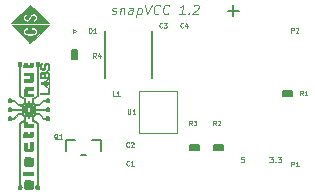
<source format=gto>
G04 #@! TF.FileFunction,Legend,Top*
%FSLAX46Y46*%
G04 Gerber Fmt 4.6, Leading zero omitted, Abs format (unit mm)*
G04 Created by KiCad (PCBNEW 4.0.1-stable) date 07/22/16 09:47:29*
%MOMM*%
G01*
G04 APERTURE LIST*
%ADD10C,0.100000*%
%ADD11C,0.200000*%
%ADD12C,0.010000*%
%ADD13C,0.150000*%
%ADD14C,0.127000*%
%ADD15C,0.050000*%
%ADD16C,0.080000*%
%ADD17R,1.651000X1.651000*%
%ADD18C,1.651000*%
%ADD19C,3.216000*%
%ADD20R,1.100000X1.000000*%
%ADD21R,1.000000X1.100000*%
%ADD22R,3.700000X1.200000*%
%ADD23R,1.016000X1.143000*%
%ADD24R,0.650000X1.060000*%
%ADD25R,0.500000X0.600000*%
%ADD26R,0.900000X0.700000*%
G04 APERTURE END LIST*
D10*
X158226192Y-110216190D02*
X158535715Y-110216190D01*
X158369049Y-110406667D01*
X158440477Y-110406667D01*
X158488096Y-110430476D01*
X158511906Y-110454286D01*
X158535715Y-110501905D01*
X158535715Y-110620952D01*
X158511906Y-110668571D01*
X158488096Y-110692381D01*
X158440477Y-110716190D01*
X158297620Y-110716190D01*
X158250001Y-110692381D01*
X158226192Y-110668571D01*
X158750001Y-110668571D02*
X158773810Y-110692381D01*
X158750001Y-110716190D01*
X158726191Y-110692381D01*
X158750001Y-110668571D01*
X158750001Y-110716190D01*
X158940477Y-110216190D02*
X159250000Y-110216190D01*
X159083334Y-110406667D01*
X159154762Y-110406667D01*
X159202381Y-110430476D01*
X159226191Y-110454286D01*
X159250000Y-110501905D01*
X159250000Y-110620952D01*
X159226191Y-110668571D01*
X159202381Y-110692381D01*
X159154762Y-110716190D01*
X159011905Y-110716190D01*
X158964286Y-110692381D01*
X158940477Y-110668571D01*
X156075048Y-110216190D02*
X155836953Y-110216190D01*
X155813143Y-110454286D01*
X155836953Y-110430476D01*
X155884572Y-110406667D01*
X156003619Y-110406667D01*
X156051238Y-110430476D01*
X156075048Y-110454286D01*
X156098857Y-110501905D01*
X156098857Y-110620952D01*
X156075048Y-110668571D01*
X156051238Y-110692381D01*
X156003619Y-110716190D01*
X155884572Y-110716190D01*
X155836953Y-110692381D01*
X155813143Y-110668571D01*
D11*
X155670190Y-97879286D02*
X154717809Y-97879286D01*
X155193999Y-98355476D02*
X155193999Y-97403095D01*
D10*
X144892381Y-98113810D02*
X144963809Y-98151905D01*
X145116190Y-98151905D01*
X145197143Y-98113810D01*
X145244762Y-98037619D01*
X145249524Y-97999524D01*
X145220952Y-97923333D01*
X145149523Y-97885238D01*
X145035238Y-97885238D01*
X144963809Y-97847143D01*
X144935238Y-97770952D01*
X144940000Y-97732857D01*
X144987619Y-97656667D01*
X145068572Y-97618571D01*
X145182857Y-97618571D01*
X145254286Y-97656667D01*
X145640000Y-97618571D02*
X145573333Y-98151905D01*
X145630476Y-97694762D02*
X145673333Y-97656667D01*
X145754286Y-97618571D01*
X145868572Y-97618571D01*
X145940000Y-97656667D01*
X145968571Y-97732857D01*
X145916190Y-98151905D01*
X146640000Y-98151905D02*
X146692381Y-97732857D01*
X146663810Y-97656667D01*
X146592382Y-97618571D01*
X146440001Y-97618571D01*
X146359048Y-97656667D01*
X146644762Y-98113810D02*
X146563810Y-98151905D01*
X146373334Y-98151905D01*
X146301905Y-98113810D01*
X146273334Y-98037619D01*
X146282857Y-97961429D01*
X146330476Y-97885238D01*
X146411429Y-97847143D01*
X146601905Y-97847143D01*
X146682857Y-97809048D01*
X147087620Y-97618571D02*
X146987620Y-98418571D01*
X147082858Y-97656667D02*
X147163811Y-97618571D01*
X147316192Y-97618571D01*
X147387620Y-97656667D01*
X147420953Y-97694762D01*
X147449525Y-97770952D01*
X147420954Y-97999524D01*
X147373334Y-98075714D01*
X147330477Y-98113810D01*
X147249525Y-98151905D01*
X147097144Y-98151905D01*
X147025715Y-98113810D01*
X147730477Y-97351905D02*
X147897144Y-98151905D01*
X148263811Y-97351905D01*
X148897144Y-98075714D02*
X148854287Y-98113810D01*
X148735239Y-98151905D01*
X148659049Y-98151905D01*
X148549525Y-98113810D01*
X148482858Y-98037619D01*
X148454286Y-97961429D01*
X148435239Y-97809048D01*
X148449525Y-97694762D01*
X148506667Y-97542381D01*
X148554286Y-97466190D01*
X148640001Y-97390000D01*
X148759049Y-97351905D01*
X148835239Y-97351905D01*
X148944763Y-97390000D01*
X148978096Y-97428095D01*
X149697144Y-98075714D02*
X149654287Y-98113810D01*
X149535239Y-98151905D01*
X149459049Y-98151905D01*
X149349525Y-98113810D01*
X149282858Y-98037619D01*
X149254286Y-97961429D01*
X149235239Y-97809048D01*
X149249525Y-97694762D01*
X149306667Y-97542381D01*
X149354286Y-97466190D01*
X149440001Y-97390000D01*
X149559049Y-97351905D01*
X149635239Y-97351905D01*
X149744763Y-97390000D01*
X149778096Y-97428095D01*
X151059049Y-98151905D02*
X150601906Y-98151905D01*
X150830477Y-98151905D02*
X150930477Y-97351905D01*
X150840001Y-97466190D01*
X150754286Y-97542381D01*
X150673335Y-97580476D01*
X151411430Y-98075714D02*
X151444763Y-98113810D01*
X151401906Y-98151905D01*
X151368573Y-98113810D01*
X151411430Y-98075714D01*
X151401906Y-98151905D01*
X151835239Y-97428095D02*
X151878096Y-97390000D01*
X151959049Y-97351905D01*
X152149525Y-97351905D01*
X152220953Y-97390000D01*
X152254287Y-97428095D01*
X152282858Y-97504286D01*
X152273335Y-97580476D01*
X152220954Y-97694762D01*
X151706668Y-98151905D01*
X152201906Y-98151905D01*
D12*
G36*
X137202017Y-98151059D02*
X138001056Y-97352017D01*
X138799570Y-98150529D01*
X138848318Y-98199278D01*
X138896315Y-98247277D01*
X138943473Y-98294440D01*
X138989705Y-98340679D01*
X139034925Y-98385907D01*
X139079046Y-98430038D01*
X139121981Y-98472984D01*
X139163643Y-98514660D01*
X139203946Y-98554978D01*
X139242803Y-98593851D01*
X139280127Y-98631193D01*
X139315832Y-98666916D01*
X139349830Y-98700934D01*
X139382035Y-98733161D01*
X139412360Y-98763508D01*
X139440718Y-98791890D01*
X139467023Y-98818220D01*
X139491187Y-98842411D01*
X139513125Y-98864375D01*
X139532749Y-98884027D01*
X139549972Y-98901279D01*
X139564708Y-98916044D01*
X139576870Y-98928236D01*
X139586372Y-98937768D01*
X139593125Y-98944553D01*
X139597045Y-98948505D01*
X139598083Y-98949570D01*
X139595984Y-98949598D01*
X139589754Y-98949624D01*
X139579497Y-98949651D01*
X139565317Y-98949677D01*
X139547315Y-98949703D01*
X139525597Y-98949728D01*
X139500263Y-98949753D01*
X139471419Y-98949777D01*
X139439166Y-98949800D01*
X139403608Y-98949823D01*
X139364849Y-98949845D01*
X139322990Y-98949867D01*
X139278137Y-98949888D01*
X139230390Y-98949908D01*
X139179855Y-98949927D01*
X139126634Y-98949945D01*
X139070829Y-98949963D01*
X139012545Y-98949980D01*
X138951884Y-98949996D01*
X138888950Y-98950010D01*
X138823845Y-98950024D01*
X138756674Y-98950037D01*
X138687538Y-98950049D01*
X138616541Y-98950059D01*
X138543787Y-98950069D01*
X138469378Y-98950077D01*
X138393417Y-98950084D01*
X138316008Y-98950090D01*
X138246761Y-98950094D01*
X138246761Y-98822885D01*
X138253561Y-98821809D01*
X138263343Y-98819254D01*
X138275735Y-98815423D01*
X138314595Y-98801290D01*
X138351460Y-98784714D01*
X138385998Y-98765920D01*
X138417874Y-98745131D01*
X138446755Y-98722571D01*
X138472307Y-98698465D01*
X138494197Y-98673037D01*
X138500683Y-98664221D01*
X138516399Y-98639348D01*
X138530560Y-98611865D01*
X138542690Y-98582933D01*
X138552314Y-98553713D01*
X138558957Y-98525366D01*
X138559971Y-98519359D01*
X138561211Y-98508308D01*
X138562091Y-98493877D01*
X138562605Y-98476905D01*
X138562747Y-98458232D01*
X138562511Y-98438696D01*
X138561893Y-98419136D01*
X138560884Y-98400392D01*
X138560818Y-98399406D01*
X138558990Y-98376271D01*
X138556848Y-98356552D01*
X138554259Y-98339437D01*
X138551088Y-98324114D01*
X138547203Y-98309771D01*
X138544967Y-98302759D01*
X138531278Y-98267361D01*
X138514835Y-98235034D01*
X138495467Y-98205498D01*
X138473005Y-98178473D01*
X138464786Y-98169959D01*
X138439920Y-98147522D01*
X138414038Y-98129026D01*
X138386650Y-98114210D01*
X138357262Y-98102813D01*
X138325384Y-98094576D01*
X138320675Y-98093656D01*
X138309094Y-98092039D01*
X138294238Y-98090813D01*
X138277026Y-98089978D01*
X138258375Y-98089536D01*
X138239204Y-98089488D01*
X138220431Y-98089834D01*
X138202974Y-98090575D01*
X138187750Y-98091712D01*
X138175679Y-98093246D01*
X138174126Y-98093524D01*
X138141784Y-98100972D01*
X138112203Y-98110771D01*
X138084753Y-98123268D01*
X138058802Y-98138809D01*
X138033717Y-98157741D01*
X138008867Y-98180408D01*
X138000993Y-98188371D01*
X137987072Y-98203289D01*
X137973585Y-98218880D01*
X137960273Y-98235521D01*
X137946881Y-98253591D01*
X137933151Y-98273467D01*
X137918826Y-98295527D01*
X137903649Y-98320148D01*
X137887362Y-98347707D01*
X137869709Y-98378583D01*
X137861417Y-98393362D01*
X137847888Y-98417479D01*
X137836074Y-98438241D01*
X137825717Y-98456034D01*
X137816559Y-98471250D01*
X137808342Y-98484277D01*
X137800809Y-98495504D01*
X137793701Y-98505320D01*
X137786760Y-98514115D01*
X137779729Y-98522276D01*
X137772349Y-98530195D01*
X137767268Y-98535370D01*
X137755767Y-98546356D01*
X137745764Y-98554402D01*
X137736246Y-98559975D01*
X137726197Y-98563542D01*
X137714604Y-98565571D01*
X137700454Y-98566528D01*
X137699598Y-98566559D01*
X137676655Y-98566113D01*
X137656575Y-98562982D01*
X137638814Y-98556989D01*
X137622829Y-98547961D01*
X137610446Y-98537969D01*
X137597441Y-98523119D01*
X137587831Y-98505793D01*
X137581658Y-98486098D01*
X137578967Y-98464141D01*
X137578842Y-98457976D01*
X137579393Y-98446533D01*
X137580895Y-98433703D01*
X137583119Y-98420721D01*
X137585836Y-98408819D01*
X137588816Y-98399231D01*
X137590499Y-98395360D01*
X137598381Y-98383279D01*
X137609747Y-98370448D01*
X137624022Y-98357324D01*
X137640634Y-98344366D01*
X137659009Y-98332032D01*
X137678575Y-98320781D01*
X137692273Y-98313980D01*
X137701688Y-98309411D01*
X137710409Y-98304826D01*
X137717236Y-98300874D01*
X137720096Y-98298946D01*
X137724605Y-98295007D01*
X137726254Y-98291538D01*
X137725835Y-98286870D01*
X137725831Y-98286853D01*
X137724404Y-98280781D01*
X137721989Y-98271532D01*
X137718741Y-98259633D01*
X137714817Y-98245614D01*
X137710373Y-98230005D01*
X137705563Y-98213333D01*
X137700543Y-98196129D01*
X137695471Y-98178922D01*
X137690500Y-98162240D01*
X137685788Y-98146614D01*
X137681489Y-98132572D01*
X137677760Y-98120643D01*
X137674756Y-98111357D01*
X137672633Y-98105242D01*
X137671749Y-98103121D01*
X137667786Y-98099921D01*
X137663401Y-98099201D01*
X137656331Y-98100134D01*
X137646216Y-98102749D01*
X137633764Y-98106765D01*
X137619680Y-98111903D01*
X137604672Y-98117885D01*
X137589448Y-98124429D01*
X137574714Y-98131258D01*
X137561177Y-98138091D01*
X137551824Y-98143291D01*
X137523472Y-98162244D01*
X137497087Y-98184529D01*
X137472988Y-98209684D01*
X137451497Y-98237250D01*
X137432935Y-98266765D01*
X137417622Y-98297770D01*
X137405879Y-98329804D01*
X137398028Y-98362407D01*
X137397666Y-98364499D01*
X137396148Y-98376188D01*
X137394895Y-98391178D01*
X137393928Y-98408544D01*
X137393270Y-98427361D01*
X137392942Y-98446703D01*
X137392967Y-98465647D01*
X137393366Y-98483265D01*
X137394160Y-98498634D01*
X137394419Y-98501971D01*
X137396512Y-98523557D01*
X137398981Y-98542064D01*
X137402045Y-98558641D01*
X137405919Y-98574439D01*
X137410822Y-98590608D01*
X137411580Y-98592897D01*
X137424966Y-98627199D01*
X137441164Y-98658337D01*
X137460173Y-98686309D01*
X137481987Y-98711112D01*
X137506605Y-98732743D01*
X137534024Y-98751201D01*
X137564240Y-98766482D01*
X137597251Y-98778583D01*
X137633053Y-98787504D01*
X137643342Y-98789391D01*
X137663730Y-98792108D01*
X137685781Y-98793741D01*
X137708232Y-98794277D01*
X137729824Y-98793703D01*
X137749293Y-98792006D01*
X137758617Y-98790593D01*
X137790173Y-98782942D01*
X137820225Y-98771649D01*
X137848956Y-98756605D01*
X137876543Y-98737701D01*
X137903168Y-98714828D01*
X137929010Y-98687877D01*
X137929902Y-98686859D01*
X137938279Y-98677061D01*
X137946352Y-98667129D01*
X137954351Y-98656713D01*
X137962503Y-98645461D01*
X137971038Y-98633024D01*
X137980182Y-98619050D01*
X137990166Y-98603188D01*
X138001218Y-98585089D01*
X138013565Y-98564400D01*
X138027437Y-98540772D01*
X138043062Y-98513854D01*
X138046606Y-98507717D01*
X138063274Y-98479162D01*
X138078337Y-98454079D01*
X138092026Y-98432128D01*
X138104575Y-98412970D01*
X138116217Y-98396264D01*
X138127183Y-98381668D01*
X138137707Y-98368843D01*
X138148022Y-98357448D01*
X138152321Y-98353033D01*
X138169906Y-98337521D01*
X138188038Y-98326005D01*
X138207256Y-98318283D01*
X138228104Y-98314151D01*
X138251122Y-98313407D01*
X138257175Y-98313719D01*
X138281493Y-98316800D01*
X138302812Y-98322698D01*
X138321420Y-98331563D01*
X138337606Y-98343545D01*
X138351656Y-98358795D01*
X138356378Y-98365305D01*
X138365261Y-98380239D01*
X138371422Y-98395468D01*
X138375427Y-98412532D01*
X138376577Y-98420421D01*
X138377823Y-98444135D01*
X138375311Y-98466178D01*
X138368938Y-98486842D01*
X138358600Y-98506420D01*
X138344194Y-98525203D01*
X138336634Y-98533196D01*
X138313989Y-98553022D01*
X138288662Y-98569845D01*
X138260441Y-98583790D01*
X138230545Y-98594547D01*
X138218163Y-98598492D01*
X138209341Y-98601878D01*
X138203517Y-98605110D01*
X138200129Y-98608592D01*
X138198614Y-98612727D01*
X138198400Y-98617662D01*
X138198930Y-98622374D01*
X138200226Y-98630523D01*
X138202183Y-98641602D01*
X138204696Y-98655102D01*
X138207661Y-98670515D01*
X138210974Y-98687333D01*
X138214530Y-98705047D01*
X138218225Y-98723150D01*
X138221953Y-98741132D01*
X138225611Y-98758486D01*
X138229094Y-98774704D01*
X138232298Y-98789277D01*
X138235117Y-98801697D01*
X138237449Y-98811455D01*
X138239187Y-98818045D01*
X138240189Y-98820900D01*
X138242463Y-98822558D01*
X138246761Y-98822885D01*
X138246761Y-98950094D01*
X138237255Y-98950095D01*
X138157259Y-98950098D01*
X138076124Y-98950100D01*
X136402977Y-98950100D01*
X137202017Y-98151059D01*
X137202017Y-98151059D01*
G37*
X137202017Y-98151059D02*
X138001056Y-97352017D01*
X138799570Y-98150529D01*
X138848318Y-98199278D01*
X138896315Y-98247277D01*
X138943473Y-98294440D01*
X138989705Y-98340679D01*
X139034925Y-98385907D01*
X139079046Y-98430038D01*
X139121981Y-98472984D01*
X139163643Y-98514660D01*
X139203946Y-98554978D01*
X139242803Y-98593851D01*
X139280127Y-98631193D01*
X139315832Y-98666916D01*
X139349830Y-98700934D01*
X139382035Y-98733161D01*
X139412360Y-98763508D01*
X139440718Y-98791890D01*
X139467023Y-98818220D01*
X139491187Y-98842411D01*
X139513125Y-98864375D01*
X139532749Y-98884027D01*
X139549972Y-98901279D01*
X139564708Y-98916044D01*
X139576870Y-98928236D01*
X139586372Y-98937768D01*
X139593125Y-98944553D01*
X139597045Y-98948505D01*
X139598083Y-98949570D01*
X139595984Y-98949598D01*
X139589754Y-98949624D01*
X139579497Y-98949651D01*
X139565317Y-98949677D01*
X139547315Y-98949703D01*
X139525597Y-98949728D01*
X139500263Y-98949753D01*
X139471419Y-98949777D01*
X139439166Y-98949800D01*
X139403608Y-98949823D01*
X139364849Y-98949845D01*
X139322990Y-98949867D01*
X139278137Y-98949888D01*
X139230390Y-98949908D01*
X139179855Y-98949927D01*
X139126634Y-98949945D01*
X139070829Y-98949963D01*
X139012545Y-98949980D01*
X138951884Y-98949996D01*
X138888950Y-98950010D01*
X138823845Y-98950024D01*
X138756674Y-98950037D01*
X138687538Y-98950049D01*
X138616541Y-98950059D01*
X138543787Y-98950069D01*
X138469378Y-98950077D01*
X138393417Y-98950084D01*
X138316008Y-98950090D01*
X138246761Y-98950094D01*
X138246761Y-98822885D01*
X138253561Y-98821809D01*
X138263343Y-98819254D01*
X138275735Y-98815423D01*
X138314595Y-98801290D01*
X138351460Y-98784714D01*
X138385998Y-98765920D01*
X138417874Y-98745131D01*
X138446755Y-98722571D01*
X138472307Y-98698465D01*
X138494197Y-98673037D01*
X138500683Y-98664221D01*
X138516399Y-98639348D01*
X138530560Y-98611865D01*
X138542690Y-98582933D01*
X138552314Y-98553713D01*
X138558957Y-98525366D01*
X138559971Y-98519359D01*
X138561211Y-98508308D01*
X138562091Y-98493877D01*
X138562605Y-98476905D01*
X138562747Y-98458232D01*
X138562511Y-98438696D01*
X138561893Y-98419136D01*
X138560884Y-98400392D01*
X138560818Y-98399406D01*
X138558990Y-98376271D01*
X138556848Y-98356552D01*
X138554259Y-98339437D01*
X138551088Y-98324114D01*
X138547203Y-98309771D01*
X138544967Y-98302759D01*
X138531278Y-98267361D01*
X138514835Y-98235034D01*
X138495467Y-98205498D01*
X138473005Y-98178473D01*
X138464786Y-98169959D01*
X138439920Y-98147522D01*
X138414038Y-98129026D01*
X138386650Y-98114210D01*
X138357262Y-98102813D01*
X138325384Y-98094576D01*
X138320675Y-98093656D01*
X138309094Y-98092039D01*
X138294238Y-98090813D01*
X138277026Y-98089978D01*
X138258375Y-98089536D01*
X138239204Y-98089488D01*
X138220431Y-98089834D01*
X138202974Y-98090575D01*
X138187750Y-98091712D01*
X138175679Y-98093246D01*
X138174126Y-98093524D01*
X138141784Y-98100972D01*
X138112203Y-98110771D01*
X138084753Y-98123268D01*
X138058802Y-98138809D01*
X138033717Y-98157741D01*
X138008867Y-98180408D01*
X138000993Y-98188371D01*
X137987072Y-98203289D01*
X137973585Y-98218880D01*
X137960273Y-98235521D01*
X137946881Y-98253591D01*
X137933151Y-98273467D01*
X137918826Y-98295527D01*
X137903649Y-98320148D01*
X137887362Y-98347707D01*
X137869709Y-98378583D01*
X137861417Y-98393362D01*
X137847888Y-98417479D01*
X137836074Y-98438241D01*
X137825717Y-98456034D01*
X137816559Y-98471250D01*
X137808342Y-98484277D01*
X137800809Y-98495504D01*
X137793701Y-98505320D01*
X137786760Y-98514115D01*
X137779729Y-98522276D01*
X137772349Y-98530195D01*
X137767268Y-98535370D01*
X137755767Y-98546356D01*
X137745764Y-98554402D01*
X137736246Y-98559975D01*
X137726197Y-98563542D01*
X137714604Y-98565571D01*
X137700454Y-98566528D01*
X137699598Y-98566559D01*
X137676655Y-98566113D01*
X137656575Y-98562982D01*
X137638814Y-98556989D01*
X137622829Y-98547961D01*
X137610446Y-98537969D01*
X137597441Y-98523119D01*
X137587831Y-98505793D01*
X137581658Y-98486098D01*
X137578967Y-98464141D01*
X137578842Y-98457976D01*
X137579393Y-98446533D01*
X137580895Y-98433703D01*
X137583119Y-98420721D01*
X137585836Y-98408819D01*
X137588816Y-98399231D01*
X137590499Y-98395360D01*
X137598381Y-98383279D01*
X137609747Y-98370448D01*
X137624022Y-98357324D01*
X137640634Y-98344366D01*
X137659009Y-98332032D01*
X137678575Y-98320781D01*
X137692273Y-98313980D01*
X137701688Y-98309411D01*
X137710409Y-98304826D01*
X137717236Y-98300874D01*
X137720096Y-98298946D01*
X137724605Y-98295007D01*
X137726254Y-98291538D01*
X137725835Y-98286870D01*
X137725831Y-98286853D01*
X137724404Y-98280781D01*
X137721989Y-98271532D01*
X137718741Y-98259633D01*
X137714817Y-98245614D01*
X137710373Y-98230005D01*
X137705563Y-98213333D01*
X137700543Y-98196129D01*
X137695471Y-98178922D01*
X137690500Y-98162240D01*
X137685788Y-98146614D01*
X137681489Y-98132572D01*
X137677760Y-98120643D01*
X137674756Y-98111357D01*
X137672633Y-98105242D01*
X137671749Y-98103121D01*
X137667786Y-98099921D01*
X137663401Y-98099201D01*
X137656331Y-98100134D01*
X137646216Y-98102749D01*
X137633764Y-98106765D01*
X137619680Y-98111903D01*
X137604672Y-98117885D01*
X137589448Y-98124429D01*
X137574714Y-98131258D01*
X137561177Y-98138091D01*
X137551824Y-98143291D01*
X137523472Y-98162244D01*
X137497087Y-98184529D01*
X137472988Y-98209684D01*
X137451497Y-98237250D01*
X137432935Y-98266765D01*
X137417622Y-98297770D01*
X137405879Y-98329804D01*
X137398028Y-98362407D01*
X137397666Y-98364499D01*
X137396148Y-98376188D01*
X137394895Y-98391178D01*
X137393928Y-98408544D01*
X137393270Y-98427361D01*
X137392942Y-98446703D01*
X137392967Y-98465647D01*
X137393366Y-98483265D01*
X137394160Y-98498634D01*
X137394419Y-98501971D01*
X137396512Y-98523557D01*
X137398981Y-98542064D01*
X137402045Y-98558641D01*
X137405919Y-98574439D01*
X137410822Y-98590608D01*
X137411580Y-98592897D01*
X137424966Y-98627199D01*
X137441164Y-98658337D01*
X137460173Y-98686309D01*
X137481987Y-98711112D01*
X137506605Y-98732743D01*
X137534024Y-98751201D01*
X137564240Y-98766482D01*
X137597251Y-98778583D01*
X137633053Y-98787504D01*
X137643342Y-98789391D01*
X137663730Y-98792108D01*
X137685781Y-98793741D01*
X137708232Y-98794277D01*
X137729824Y-98793703D01*
X137749293Y-98792006D01*
X137758617Y-98790593D01*
X137790173Y-98782942D01*
X137820225Y-98771649D01*
X137848956Y-98756605D01*
X137876543Y-98737701D01*
X137903168Y-98714828D01*
X137929010Y-98687877D01*
X137929902Y-98686859D01*
X137938279Y-98677061D01*
X137946352Y-98667129D01*
X137954351Y-98656713D01*
X137962503Y-98645461D01*
X137971038Y-98633024D01*
X137980182Y-98619050D01*
X137990166Y-98603188D01*
X138001218Y-98585089D01*
X138013565Y-98564400D01*
X138027437Y-98540772D01*
X138043062Y-98513854D01*
X138046606Y-98507717D01*
X138063274Y-98479162D01*
X138078337Y-98454079D01*
X138092026Y-98432128D01*
X138104575Y-98412970D01*
X138116217Y-98396264D01*
X138127183Y-98381668D01*
X138137707Y-98368843D01*
X138148022Y-98357448D01*
X138152321Y-98353033D01*
X138169906Y-98337521D01*
X138188038Y-98326005D01*
X138207256Y-98318283D01*
X138228104Y-98314151D01*
X138251122Y-98313407D01*
X138257175Y-98313719D01*
X138281493Y-98316800D01*
X138302812Y-98322698D01*
X138321420Y-98331563D01*
X138337606Y-98343545D01*
X138351656Y-98358795D01*
X138356378Y-98365305D01*
X138365261Y-98380239D01*
X138371422Y-98395468D01*
X138375427Y-98412532D01*
X138376577Y-98420421D01*
X138377823Y-98444135D01*
X138375311Y-98466178D01*
X138368938Y-98486842D01*
X138358600Y-98506420D01*
X138344194Y-98525203D01*
X138336634Y-98533196D01*
X138313989Y-98553022D01*
X138288662Y-98569845D01*
X138260441Y-98583790D01*
X138230545Y-98594547D01*
X138218163Y-98598492D01*
X138209341Y-98601878D01*
X138203517Y-98605110D01*
X138200129Y-98608592D01*
X138198614Y-98612727D01*
X138198400Y-98617662D01*
X138198930Y-98622374D01*
X138200226Y-98630523D01*
X138202183Y-98641602D01*
X138204696Y-98655102D01*
X138207661Y-98670515D01*
X138210974Y-98687333D01*
X138214530Y-98705047D01*
X138218225Y-98723150D01*
X138221953Y-98741132D01*
X138225611Y-98758486D01*
X138229094Y-98774704D01*
X138232298Y-98789277D01*
X138235117Y-98801697D01*
X138237449Y-98811455D01*
X138239187Y-98818045D01*
X138240189Y-98820900D01*
X138242463Y-98822558D01*
X138246761Y-98822885D01*
X138246761Y-98950094D01*
X138237255Y-98950095D01*
X138157259Y-98950098D01*
X138076124Y-98950100D01*
X136402977Y-98950100D01*
X137202017Y-98151059D01*
D13*
X148304000Y-103600000D02*
X148304000Y-99600000D01*
X144304000Y-103600000D02*
X144304000Y-99600000D01*
D14*
X142303500Y-110109000D02*
X142684500Y-110109000D01*
X143954500Y-109728000D02*
X143954500Y-108839000D01*
X143954500Y-108839000D02*
X143192500Y-108839000D01*
X141795500Y-108839000D02*
X141033500Y-108839000D01*
X141033500Y-108839000D02*
X141033500Y-109728000D01*
D13*
G36*
X159385000Y-104673400D02*
X159385000Y-105130600D01*
X160147000Y-105130600D01*
X160147000Y-104673400D01*
X159385000Y-104673400D01*
G37*
X159385000Y-104673400D02*
X159385000Y-105130600D01*
X160147000Y-105130600D01*
X160147000Y-104673400D01*
X159385000Y-104673400D01*
G36*
X153543000Y-109245400D02*
X153543000Y-109702600D01*
X154305000Y-109702600D01*
X154305000Y-109245400D01*
X153543000Y-109245400D01*
G37*
X153543000Y-109245400D02*
X153543000Y-109702600D01*
X154305000Y-109702600D01*
X154305000Y-109245400D01*
X153543000Y-109245400D01*
G36*
X151511000Y-109245400D02*
X151511000Y-109702600D01*
X152273000Y-109702600D01*
X152273000Y-109245400D01*
X151511000Y-109245400D01*
G37*
X151511000Y-109245400D02*
X151511000Y-109702600D01*
X152273000Y-109702600D01*
X152273000Y-109245400D01*
X151511000Y-109245400D01*
G36*
X141960600Y-101219000D02*
X141503400Y-101219000D01*
X141503400Y-101981000D01*
X141960600Y-101981000D01*
X141960600Y-101219000D01*
G37*
X141960600Y-101219000D02*
X141503400Y-101219000D01*
X141503400Y-101981000D01*
X141960600Y-101981000D01*
X141960600Y-101219000D01*
D15*
X150444000Y-104626000D02*
X150444000Y-108226000D01*
X150444000Y-108226000D02*
X147244000Y-108226000D01*
X147244000Y-108226000D02*
X147244000Y-104626000D01*
X147244000Y-104626000D02*
X150444000Y-104626000D01*
D12*
X141630400Y-99415600D02*
X141833600Y-99568000D01*
X141833600Y-99568000D02*
X141630400Y-99720400D01*
X141630400Y-99720400D02*
X141630400Y-99415600D01*
G36*
X137991533Y-99054759D02*
X138073104Y-99054824D01*
X138153646Y-99054893D01*
X138233053Y-99054965D01*
X138311222Y-99055041D01*
X138388047Y-99055120D01*
X138463426Y-99055203D01*
X138537252Y-99055288D01*
X138609423Y-99055376D01*
X138679833Y-99055466D01*
X138748378Y-99055559D01*
X138814954Y-99055654D01*
X138879456Y-99055751D01*
X138941780Y-99055849D01*
X139001822Y-99055949D01*
X139059477Y-99056050D01*
X139114641Y-99056153D01*
X139167209Y-99056256D01*
X139217077Y-99056360D01*
X139264141Y-99056465D01*
X139308296Y-99056570D01*
X139349438Y-99056675D01*
X139387463Y-99056780D01*
X139422265Y-99056884D01*
X139453742Y-99056989D01*
X139481787Y-99057092D01*
X139506298Y-99057195D01*
X139527169Y-99057297D01*
X139544296Y-99057397D01*
X139557576Y-99057496D01*
X139566902Y-99057593D01*
X139572172Y-99057689D01*
X139573388Y-99057754D01*
X139573772Y-99057942D01*
X139573969Y-99058289D01*
X139573905Y-99058869D01*
X139573506Y-99059758D01*
X139572696Y-99061030D01*
X139571402Y-99062762D01*
X139569549Y-99065029D01*
X139567063Y-99067906D01*
X139563868Y-99071468D01*
X139559891Y-99075791D01*
X139555057Y-99080949D01*
X139549291Y-99087020D01*
X139542519Y-99094076D01*
X139534667Y-99102195D01*
X139525660Y-99111451D01*
X139515423Y-99121920D01*
X139503882Y-99133677D01*
X139490962Y-99146797D01*
X139476590Y-99161356D01*
X139460690Y-99177429D01*
X139443188Y-99195091D01*
X139424009Y-99214418D01*
X139403080Y-99235485D01*
X139380325Y-99258367D01*
X139355670Y-99283140D01*
X139329040Y-99309879D01*
X139300361Y-99338659D01*
X139269559Y-99369556D01*
X139236559Y-99402645D01*
X139201286Y-99438002D01*
X139163666Y-99475701D01*
X139123625Y-99515818D01*
X139081088Y-99558428D01*
X139035980Y-99603607D01*
X138988227Y-99651430D01*
X138937754Y-99701973D01*
X138884488Y-99755310D01*
X138828353Y-99811517D01*
X138789861Y-99850058D01*
X138000338Y-100640575D01*
X137944995Y-100585542D01*
X137939947Y-100580510D01*
X137932008Y-100572582D01*
X137921278Y-100561856D01*
X137907855Y-100548432D01*
X137907740Y-100548317D01*
X137907740Y-99970197D01*
X137942053Y-99970193D01*
X137977294Y-99970098D01*
X138013132Y-99969911D01*
X138049237Y-99969631D01*
X138085277Y-99969255D01*
X138120923Y-99968782D01*
X138127000Y-99968691D01*
X138297391Y-99966082D01*
X138348191Y-99945898D01*
X138366127Y-99938744D01*
X138380717Y-99932832D01*
X138392566Y-99927879D01*
X138402278Y-99923598D01*
X138410455Y-99919707D01*
X138417702Y-99915919D01*
X138424622Y-99911951D01*
X138431818Y-99907517D01*
X138438150Y-99903463D01*
X138461256Y-99886044D01*
X138482254Y-99865152D01*
X138500985Y-99841071D01*
X138517290Y-99814086D01*
X138531008Y-99784482D01*
X138541980Y-99752543D01*
X138550048Y-99718555D01*
X138553388Y-99697600D01*
X138554848Y-99686294D01*
X138555985Y-99676694D01*
X138556830Y-99668041D01*
X138557416Y-99659576D01*
X138557775Y-99650542D01*
X138557939Y-99640179D01*
X138557939Y-99627729D01*
X138557808Y-99612434D01*
X138557623Y-99597058D01*
X138557151Y-99573800D01*
X138556373Y-99553102D01*
X138555317Y-99535466D01*
X138554006Y-99521394D01*
X138553532Y-99517683D01*
X138546510Y-99479929D01*
X138536347Y-99445006D01*
X138523027Y-99412896D01*
X138506537Y-99383577D01*
X138486863Y-99357030D01*
X138463990Y-99333234D01*
X138437904Y-99312168D01*
X138408590Y-99293812D01*
X138391401Y-99285014D01*
X138370624Y-99275809D01*
X138349524Y-99267916D01*
X138327551Y-99261221D01*
X138304154Y-99255607D01*
X138278784Y-99250960D01*
X138250889Y-99247166D01*
X138219919Y-99244109D01*
X138185324Y-99241673D01*
X138183460Y-99241564D01*
X138167680Y-99240633D01*
X138152500Y-99239709D01*
X138138679Y-99238842D01*
X138126976Y-99238078D01*
X138118152Y-99237467D01*
X138113771Y-99237129D01*
X138099483Y-99235910D01*
X138099483Y-99353514D01*
X138099511Y-99375386D01*
X138099591Y-99395937D01*
X138099717Y-99414787D01*
X138099886Y-99431557D01*
X138100091Y-99445865D01*
X138100327Y-99457331D01*
X138100590Y-99465576D01*
X138100874Y-99470219D01*
X138101071Y-99471125D01*
X138107108Y-99471276D01*
X138116609Y-99471659D01*
X138128886Y-99472235D01*
X138143254Y-99472966D01*
X138159025Y-99473810D01*
X138175513Y-99474731D01*
X138192032Y-99475688D01*
X138207895Y-99476642D01*
X138222416Y-99477554D01*
X138234909Y-99478384D01*
X138244686Y-99479095D01*
X138251061Y-99479646D01*
X138251883Y-99479735D01*
X138270691Y-99482656D01*
X138286310Y-99486920D01*
X138299689Y-99492977D01*
X138311778Y-99501280D01*
X138323526Y-99512278D01*
X138325989Y-99514918D01*
X138338984Y-99532208D01*
X138348686Y-99551914D01*
X138354941Y-99573612D01*
X138357595Y-99596877D01*
X138357680Y-99602266D01*
X138355828Y-99627934D01*
X138350384Y-99651444D01*
X138341369Y-99672741D01*
X138328804Y-99691769D01*
X138320013Y-99701627D01*
X138313261Y-99708135D01*
X138306568Y-99713745D01*
X138299551Y-99718546D01*
X138291828Y-99722625D01*
X138283015Y-99726070D01*
X138272730Y-99728971D01*
X138260589Y-99731413D01*
X138246212Y-99733487D01*
X138229214Y-99735278D01*
X138209212Y-99736877D01*
X138185825Y-99738369D01*
X138158670Y-99739844D01*
X138152400Y-99740163D01*
X138137803Y-99740752D01*
X138119530Y-99741255D01*
X138098135Y-99741671D01*
X138074173Y-99742001D01*
X138048201Y-99742244D01*
X138020773Y-99742401D01*
X137992445Y-99742473D01*
X137963772Y-99742458D01*
X137935311Y-99742358D01*
X137907615Y-99742173D01*
X137881241Y-99741902D01*
X137856743Y-99741546D01*
X137834679Y-99741105D01*
X137815601Y-99740580D01*
X137802092Y-99740064D01*
X137777162Y-99738811D01*
X137753778Y-99737388D01*
X137732402Y-99735836D01*
X137713494Y-99734192D01*
X137697517Y-99732497D01*
X137684934Y-99730790D01*
X137677485Y-99729412D01*
X137663804Y-99724821D01*
X137649293Y-99717354D01*
X137635190Y-99707829D01*
X137622732Y-99697066D01*
X137614490Y-99687730D01*
X137605646Y-99674705D01*
X137599189Y-99661966D01*
X137594831Y-99648517D01*
X137592281Y-99633363D01*
X137591249Y-99615507D01*
X137591196Y-99607642D01*
X137592670Y-99581683D01*
X137596929Y-99558865D01*
X137604060Y-99539067D01*
X137614155Y-99522165D01*
X137627301Y-99508035D01*
X137643589Y-99496554D01*
X137663108Y-99487600D01*
X137682585Y-99481817D01*
X137697875Y-99478790D01*
X137715504Y-99476456D01*
X137735907Y-99474781D01*
X137759517Y-99473732D01*
X137786768Y-99473277D01*
X137795212Y-99473252D01*
X137841250Y-99473233D01*
X137841250Y-99239957D01*
X137775104Y-99240921D01*
X137751911Y-99241344D01*
X137732210Y-99241935D01*
X137715259Y-99242774D01*
X137700317Y-99243942D01*
X137686644Y-99245521D01*
X137673498Y-99247592D01*
X137660138Y-99250236D01*
X137645823Y-99253534D01*
X137634746Y-99256299D01*
X137596689Y-99267718D01*
X137561969Y-99281712D01*
X137530531Y-99298321D01*
X137502321Y-99317583D01*
X137477287Y-99339539D01*
X137455374Y-99364228D01*
X137436528Y-99391690D01*
X137426886Y-99409093D01*
X137417450Y-99429212D01*
X137409662Y-99449640D01*
X137403233Y-99471345D01*
X137397877Y-99495298D01*
X137393307Y-99522468D01*
X137393233Y-99522975D01*
X137391702Y-99536581D01*
X137390536Y-99553360D01*
X137389736Y-99572425D01*
X137389301Y-99592891D01*
X137389233Y-99613870D01*
X137389530Y-99634476D01*
X137390194Y-99653824D01*
X137391225Y-99671025D01*
X137392623Y-99685195D01*
X137393177Y-99689134D01*
X137400746Y-99727967D01*
X137410937Y-99763550D01*
X137423836Y-99796026D01*
X137439533Y-99825536D01*
X137458115Y-99852222D01*
X137479671Y-99876226D01*
X137504288Y-99897690D01*
X137532054Y-99916756D01*
X137535652Y-99918919D01*
X137561391Y-99932819D01*
X137587541Y-99944102D01*
X137614878Y-99952999D01*
X137644174Y-99959739D01*
X137676204Y-99964553D01*
X137695200Y-99966459D01*
X137706291Y-99967189D01*
X137721285Y-99967845D01*
X137739851Y-99968425D01*
X137761657Y-99968926D01*
X137786374Y-99969347D01*
X137813672Y-99969686D01*
X137843219Y-99969942D01*
X137874685Y-99970113D01*
X137907740Y-99970197D01*
X137907740Y-100548317D01*
X137891840Y-100532409D01*
X137873332Y-100513888D01*
X137852430Y-100492967D01*
X137829234Y-100469746D01*
X137803842Y-100444326D01*
X137776356Y-100416804D01*
X137746872Y-100387282D01*
X137715493Y-100355858D01*
X137682315Y-100322632D01*
X137647440Y-100287703D01*
X137610967Y-100251172D01*
X137572994Y-100213137D01*
X137533621Y-100173699D01*
X137492948Y-100132956D01*
X137451074Y-100091008D01*
X137408099Y-100047956D01*
X137364121Y-100003897D01*
X137319241Y-99958933D01*
X137273558Y-99913162D01*
X137227170Y-99866684D01*
X137180178Y-99819599D01*
X137152664Y-99792030D01*
X136415675Y-99053551D01*
X137991533Y-99054759D01*
X137991533Y-99054759D01*
G37*
X137991533Y-99054759D02*
X138073104Y-99054824D01*
X138153646Y-99054893D01*
X138233053Y-99054965D01*
X138311222Y-99055041D01*
X138388047Y-99055120D01*
X138463426Y-99055203D01*
X138537252Y-99055288D01*
X138609423Y-99055376D01*
X138679833Y-99055466D01*
X138748378Y-99055559D01*
X138814954Y-99055654D01*
X138879456Y-99055751D01*
X138941780Y-99055849D01*
X139001822Y-99055949D01*
X139059477Y-99056050D01*
X139114641Y-99056153D01*
X139167209Y-99056256D01*
X139217077Y-99056360D01*
X139264141Y-99056465D01*
X139308296Y-99056570D01*
X139349438Y-99056675D01*
X139387463Y-99056780D01*
X139422265Y-99056884D01*
X139453742Y-99056989D01*
X139481787Y-99057092D01*
X139506298Y-99057195D01*
X139527169Y-99057297D01*
X139544296Y-99057397D01*
X139557576Y-99057496D01*
X139566902Y-99057593D01*
X139572172Y-99057689D01*
X139573388Y-99057754D01*
X139573772Y-99057942D01*
X139573969Y-99058289D01*
X139573905Y-99058869D01*
X139573506Y-99059758D01*
X139572696Y-99061030D01*
X139571402Y-99062762D01*
X139569549Y-99065029D01*
X139567063Y-99067906D01*
X139563868Y-99071468D01*
X139559891Y-99075791D01*
X139555057Y-99080949D01*
X139549291Y-99087020D01*
X139542519Y-99094076D01*
X139534667Y-99102195D01*
X139525660Y-99111451D01*
X139515423Y-99121920D01*
X139503882Y-99133677D01*
X139490962Y-99146797D01*
X139476590Y-99161356D01*
X139460690Y-99177429D01*
X139443188Y-99195091D01*
X139424009Y-99214418D01*
X139403080Y-99235485D01*
X139380325Y-99258367D01*
X139355670Y-99283140D01*
X139329040Y-99309879D01*
X139300361Y-99338659D01*
X139269559Y-99369556D01*
X139236559Y-99402645D01*
X139201286Y-99438002D01*
X139163666Y-99475701D01*
X139123625Y-99515818D01*
X139081088Y-99558428D01*
X139035980Y-99603607D01*
X138988227Y-99651430D01*
X138937754Y-99701973D01*
X138884488Y-99755310D01*
X138828353Y-99811517D01*
X138789861Y-99850058D01*
X138000338Y-100640575D01*
X137944995Y-100585542D01*
X137939947Y-100580510D01*
X137932008Y-100572582D01*
X137921278Y-100561856D01*
X137907855Y-100548432D01*
X137907740Y-100548317D01*
X137907740Y-99970197D01*
X137942053Y-99970193D01*
X137977294Y-99970098D01*
X138013132Y-99969911D01*
X138049237Y-99969631D01*
X138085277Y-99969255D01*
X138120923Y-99968782D01*
X138127000Y-99968691D01*
X138297391Y-99966082D01*
X138348191Y-99945898D01*
X138366127Y-99938744D01*
X138380717Y-99932832D01*
X138392566Y-99927879D01*
X138402278Y-99923598D01*
X138410455Y-99919707D01*
X138417702Y-99915919D01*
X138424622Y-99911951D01*
X138431818Y-99907517D01*
X138438150Y-99903463D01*
X138461256Y-99886044D01*
X138482254Y-99865152D01*
X138500985Y-99841071D01*
X138517290Y-99814086D01*
X138531008Y-99784482D01*
X138541980Y-99752543D01*
X138550048Y-99718555D01*
X138553388Y-99697600D01*
X138554848Y-99686294D01*
X138555985Y-99676694D01*
X138556830Y-99668041D01*
X138557416Y-99659576D01*
X138557775Y-99650542D01*
X138557939Y-99640179D01*
X138557939Y-99627729D01*
X138557808Y-99612434D01*
X138557623Y-99597058D01*
X138557151Y-99573800D01*
X138556373Y-99553102D01*
X138555317Y-99535466D01*
X138554006Y-99521394D01*
X138553532Y-99517683D01*
X138546510Y-99479929D01*
X138536347Y-99445006D01*
X138523027Y-99412896D01*
X138506537Y-99383577D01*
X138486863Y-99357030D01*
X138463990Y-99333234D01*
X138437904Y-99312168D01*
X138408590Y-99293812D01*
X138391401Y-99285014D01*
X138370624Y-99275809D01*
X138349524Y-99267916D01*
X138327551Y-99261221D01*
X138304154Y-99255607D01*
X138278784Y-99250960D01*
X138250889Y-99247166D01*
X138219919Y-99244109D01*
X138185324Y-99241673D01*
X138183460Y-99241564D01*
X138167680Y-99240633D01*
X138152500Y-99239709D01*
X138138679Y-99238842D01*
X138126976Y-99238078D01*
X138118152Y-99237467D01*
X138113771Y-99237129D01*
X138099483Y-99235910D01*
X138099483Y-99353514D01*
X138099511Y-99375386D01*
X138099591Y-99395937D01*
X138099717Y-99414787D01*
X138099886Y-99431557D01*
X138100091Y-99445865D01*
X138100327Y-99457331D01*
X138100590Y-99465576D01*
X138100874Y-99470219D01*
X138101071Y-99471125D01*
X138107108Y-99471276D01*
X138116609Y-99471659D01*
X138128886Y-99472235D01*
X138143254Y-99472966D01*
X138159025Y-99473810D01*
X138175513Y-99474731D01*
X138192032Y-99475688D01*
X138207895Y-99476642D01*
X138222416Y-99477554D01*
X138234909Y-99478384D01*
X138244686Y-99479095D01*
X138251061Y-99479646D01*
X138251883Y-99479735D01*
X138270691Y-99482656D01*
X138286310Y-99486920D01*
X138299689Y-99492977D01*
X138311778Y-99501280D01*
X138323526Y-99512278D01*
X138325989Y-99514918D01*
X138338984Y-99532208D01*
X138348686Y-99551914D01*
X138354941Y-99573612D01*
X138357595Y-99596877D01*
X138357680Y-99602266D01*
X138355828Y-99627934D01*
X138350384Y-99651444D01*
X138341369Y-99672741D01*
X138328804Y-99691769D01*
X138320013Y-99701627D01*
X138313261Y-99708135D01*
X138306568Y-99713745D01*
X138299551Y-99718546D01*
X138291828Y-99722625D01*
X138283015Y-99726070D01*
X138272730Y-99728971D01*
X138260589Y-99731413D01*
X138246212Y-99733487D01*
X138229214Y-99735278D01*
X138209212Y-99736877D01*
X138185825Y-99738369D01*
X138158670Y-99739844D01*
X138152400Y-99740163D01*
X138137803Y-99740752D01*
X138119530Y-99741255D01*
X138098135Y-99741671D01*
X138074173Y-99742001D01*
X138048201Y-99742244D01*
X138020773Y-99742401D01*
X137992445Y-99742473D01*
X137963772Y-99742458D01*
X137935311Y-99742358D01*
X137907615Y-99742173D01*
X137881241Y-99741902D01*
X137856743Y-99741546D01*
X137834679Y-99741105D01*
X137815601Y-99740580D01*
X137802092Y-99740064D01*
X137777162Y-99738811D01*
X137753778Y-99737388D01*
X137732402Y-99735836D01*
X137713494Y-99734192D01*
X137697517Y-99732497D01*
X137684934Y-99730790D01*
X137677485Y-99729412D01*
X137663804Y-99724821D01*
X137649293Y-99717354D01*
X137635190Y-99707829D01*
X137622732Y-99697066D01*
X137614490Y-99687730D01*
X137605646Y-99674705D01*
X137599189Y-99661966D01*
X137594831Y-99648517D01*
X137592281Y-99633363D01*
X137591249Y-99615507D01*
X137591196Y-99607642D01*
X137592670Y-99581683D01*
X137596929Y-99558865D01*
X137604060Y-99539067D01*
X137614155Y-99522165D01*
X137627301Y-99508035D01*
X137643589Y-99496554D01*
X137663108Y-99487600D01*
X137682585Y-99481817D01*
X137697875Y-99478790D01*
X137715504Y-99476456D01*
X137735907Y-99474781D01*
X137759517Y-99473732D01*
X137786768Y-99473277D01*
X137795212Y-99473252D01*
X137841250Y-99473233D01*
X137841250Y-99239957D01*
X137775104Y-99240921D01*
X137751911Y-99241344D01*
X137732210Y-99241935D01*
X137715259Y-99242774D01*
X137700317Y-99243942D01*
X137686644Y-99245521D01*
X137673498Y-99247592D01*
X137660138Y-99250236D01*
X137645823Y-99253534D01*
X137634746Y-99256299D01*
X137596689Y-99267718D01*
X137561969Y-99281712D01*
X137530531Y-99298321D01*
X137502321Y-99317583D01*
X137477287Y-99339539D01*
X137455374Y-99364228D01*
X137436528Y-99391690D01*
X137426886Y-99409093D01*
X137417450Y-99429212D01*
X137409662Y-99449640D01*
X137403233Y-99471345D01*
X137397877Y-99495298D01*
X137393307Y-99522468D01*
X137393233Y-99522975D01*
X137391702Y-99536581D01*
X137390536Y-99553360D01*
X137389736Y-99572425D01*
X137389301Y-99592891D01*
X137389233Y-99613870D01*
X137389530Y-99634476D01*
X137390194Y-99653824D01*
X137391225Y-99671025D01*
X137392623Y-99685195D01*
X137393177Y-99689134D01*
X137400746Y-99727967D01*
X137410937Y-99763550D01*
X137423836Y-99796026D01*
X137439533Y-99825536D01*
X137458115Y-99852222D01*
X137479671Y-99876226D01*
X137504288Y-99897690D01*
X137532054Y-99916756D01*
X137535652Y-99918919D01*
X137561391Y-99932819D01*
X137587541Y-99944102D01*
X137614878Y-99952999D01*
X137644174Y-99959739D01*
X137676204Y-99964553D01*
X137695200Y-99966459D01*
X137706291Y-99967189D01*
X137721285Y-99967845D01*
X137739851Y-99968425D01*
X137761657Y-99968926D01*
X137786374Y-99969347D01*
X137813672Y-99969686D01*
X137843219Y-99969942D01*
X137874685Y-99970113D01*
X137907740Y-99970197D01*
X137907740Y-100548317D01*
X137891840Y-100532409D01*
X137873332Y-100513888D01*
X137852430Y-100492967D01*
X137829234Y-100469746D01*
X137803842Y-100444326D01*
X137776356Y-100416804D01*
X137746872Y-100387282D01*
X137715493Y-100355858D01*
X137682315Y-100322632D01*
X137647440Y-100287703D01*
X137610967Y-100251172D01*
X137572994Y-100213137D01*
X137533621Y-100173699D01*
X137492948Y-100132956D01*
X137451074Y-100091008D01*
X137408099Y-100047956D01*
X137364121Y-100003897D01*
X137319241Y-99958933D01*
X137273558Y-99913162D01*
X137227170Y-99866684D01*
X137180178Y-99819599D01*
X137152664Y-99792030D01*
X136415675Y-99053551D01*
X137991533Y-99054759D01*
G36*
X138477308Y-99850000D02*
X138478366Y-99851058D01*
X138477308Y-99852117D01*
X138476250Y-99851058D01*
X138477308Y-99850000D01*
X138477308Y-99850000D01*
G37*
X138477308Y-99850000D02*
X138478366Y-99851058D01*
X138477308Y-99852117D01*
X138476250Y-99851058D01*
X138477308Y-99850000D01*
G36*
X138458258Y-99871167D02*
X138459316Y-99872225D01*
X138458258Y-99873283D01*
X138457200Y-99872225D01*
X138458258Y-99871167D01*
X138458258Y-99871167D01*
G37*
X138458258Y-99871167D02*
X138459316Y-99872225D01*
X138458258Y-99873283D01*
X138457200Y-99872225D01*
X138458258Y-99871167D01*
G36*
X138448573Y-99879104D02*
X138452710Y-99874681D01*
X138454719Y-99873308D01*
X138455083Y-99873973D01*
X138453663Y-99875675D01*
X138450158Y-99878996D01*
X138449262Y-99879794D01*
X138443441Y-99884925D01*
X138448573Y-99879104D01*
X138448573Y-99879104D01*
G37*
X138448573Y-99879104D02*
X138452710Y-99874681D01*
X138454719Y-99873308D01*
X138455083Y-99873973D01*
X138453663Y-99875675D01*
X138450158Y-99878996D01*
X138449262Y-99879794D01*
X138443441Y-99884925D01*
X138448573Y-99879104D01*
G36*
X138436697Y-99889105D02*
X138437880Y-99887571D01*
X138440491Y-99884640D01*
X138441584Y-99883867D01*
X138442218Y-99884896D01*
X138439499Y-99887710D01*
X138438679Y-99888370D01*
X138436172Y-99890201D01*
X138436697Y-99889105D01*
X138436697Y-99889105D01*
G37*
X138436697Y-99889105D02*
X138437880Y-99887571D01*
X138440491Y-99884640D01*
X138441584Y-99883867D01*
X138442218Y-99884896D01*
X138439499Y-99887710D01*
X138438679Y-99888370D01*
X138436172Y-99890201D01*
X138436697Y-99889105D01*
G36*
X138430741Y-99892333D02*
X138431800Y-99893392D01*
X138430741Y-99894450D01*
X138429683Y-99893392D01*
X138430741Y-99892333D01*
X138430741Y-99892333D01*
G37*
X138430741Y-99892333D02*
X138431800Y-99893392D01*
X138430741Y-99894450D01*
X138429683Y-99893392D01*
X138430741Y-99892333D01*
G36*
X137746705Y-99958656D02*
X137749217Y-99958402D01*
X137749528Y-99958656D01*
X137749237Y-99959914D01*
X137748117Y-99960067D01*
X137746374Y-99959292D01*
X137746705Y-99958656D01*
X137746705Y-99958656D01*
G37*
X137746705Y-99958656D02*
X137749217Y-99958402D01*
X137749528Y-99958656D01*
X137749237Y-99959914D01*
X137748117Y-99960067D01*
X137746374Y-99959292D01*
X137746705Y-99958656D01*
G36*
X137695905Y-99956539D02*
X137698417Y-99956286D01*
X137698728Y-99956539D01*
X137698437Y-99957797D01*
X137697317Y-99957950D01*
X137695574Y-99957176D01*
X137695905Y-99956539D01*
X137695905Y-99956539D01*
G37*
X137695905Y-99956539D02*
X137698417Y-99956286D01*
X137698728Y-99956539D01*
X137698437Y-99957797D01*
X137697317Y-99957950D01*
X137695574Y-99957176D01*
X137695905Y-99956539D01*
G36*
X136078507Y-105431954D02*
X136084990Y-105402224D01*
X136091250Y-105386269D01*
X136109180Y-105358158D01*
X136133366Y-105332379D01*
X136161005Y-105311735D01*
X136171634Y-105305915D01*
X136184556Y-105300076D01*
X136196312Y-105296421D01*
X136209730Y-105294455D01*
X136227638Y-105293684D01*
X136242159Y-105293589D01*
X136263792Y-105293820D01*
X136279325Y-105294900D01*
X136291727Y-105297410D01*
X136303966Y-105301932D01*
X136317644Y-105308374D01*
X136347572Y-105326926D01*
X136371550Y-105350748D01*
X136391025Y-105381360D01*
X136394970Y-105389414D01*
X136408498Y-105418321D01*
X136624254Y-105418321D01*
X136811321Y-105608821D01*
X136998389Y-105799321D01*
X137069275Y-105798742D01*
X137099320Y-105798361D01*
X137134831Y-105797697D01*
X137172208Y-105796829D01*
X137207854Y-105795836D01*
X137223262Y-105795341D01*
X137306364Y-105792518D01*
X137314337Y-105768931D01*
X137330228Y-105735049D01*
X137352770Y-105706451D01*
X137380956Y-105684149D01*
X137412929Y-105669431D01*
X137436233Y-105661914D01*
X137439434Y-105516305D01*
X137440173Y-105479868D01*
X137440754Y-105445512D01*
X137441164Y-105414511D01*
X137441391Y-105388140D01*
X137441421Y-105367672D01*
X137441242Y-105354382D01*
X137441076Y-105350906D01*
X137439518Y-105331116D01*
X137238812Y-105212601D01*
X137082102Y-105120064D01*
X137082102Y-102456500D01*
X137107350Y-102453716D01*
X137127225Y-102444747D01*
X137143742Y-102428664D01*
X137144358Y-102427865D01*
X137156563Y-102404861D01*
X137161116Y-102379410D01*
X137158010Y-102353811D01*
X137147236Y-102330364D01*
X137144695Y-102326827D01*
X137126276Y-102309702D01*
X137103237Y-102300274D01*
X137076362Y-102298720D01*
X137051811Y-102304658D01*
X137032038Y-102317009D01*
X137017432Y-102334245D01*
X137008381Y-102354841D01*
X137005273Y-102377270D01*
X137008496Y-102400007D01*
X137018438Y-102421524D01*
X137035489Y-102440296D01*
X137039554Y-102443420D01*
X137053524Y-102451902D01*
X137067497Y-102455748D01*
X137082102Y-102456500D01*
X137082102Y-105120064D01*
X137038107Y-105094085D01*
X137038107Y-102543911D01*
X137017447Y-102536021D01*
X136995208Y-102523988D01*
X136972545Y-102505669D01*
X136951837Y-102483407D01*
X136935461Y-102459542D01*
X136931068Y-102450976D01*
X136924835Y-102436495D01*
X136920937Y-102423882D01*
X136918842Y-102410142D01*
X136918018Y-102392282D01*
X136917910Y-102377030D01*
X136918139Y-102355404D01*
X136919215Y-102339877D01*
X136921720Y-102327483D01*
X136926237Y-102315253D01*
X136932761Y-102301412D01*
X136954009Y-102267436D01*
X136980522Y-102240767D01*
X137011904Y-102221654D01*
X137047763Y-102210342D01*
X137083464Y-102207036D01*
X137123007Y-102211130D01*
X137158429Y-102223247D01*
X137189334Y-102243140D01*
X137215329Y-102270563D01*
X137234167Y-102301412D01*
X137241081Y-102316156D01*
X137245440Y-102328302D01*
X137247827Y-102340818D01*
X137248825Y-102356671D01*
X137249018Y-102377030D01*
X137248733Y-102399178D01*
X137247526Y-102415259D01*
X137244861Y-102428264D01*
X137240208Y-102441190D01*
X137235860Y-102450976D01*
X137221632Y-102474848D01*
X137202210Y-102497963D01*
X137179974Y-102517979D01*
X137157302Y-102532553D01*
X137149473Y-102536024D01*
X137128805Y-102543917D01*
X137129947Y-103793356D01*
X137131089Y-105042794D01*
X137328393Y-105159368D01*
X137525696Y-105275941D01*
X137526904Y-105397024D01*
X137527449Y-105435231D01*
X137528242Y-105466899D01*
X137529257Y-105491465D01*
X137530467Y-105508365D01*
X137531846Y-105517035D01*
X137532574Y-105518107D01*
X137534328Y-105522491D01*
X137535692Y-105535045D01*
X137536607Y-105554877D01*
X137537018Y-105581092D01*
X137537035Y-105588411D01*
X137537035Y-105658714D01*
X137795571Y-105658714D01*
X137795571Y-105518107D01*
X137899893Y-105518107D01*
X137899893Y-105658714D01*
X138162964Y-105658714D01*
X138162964Y-105588411D01*
X138163242Y-105560764D01*
X138164039Y-105539280D01*
X138165298Y-105524854D01*
X138166961Y-105518379D01*
X138167426Y-105518107D01*
X138168880Y-105513666D01*
X138170178Y-105500721D01*
X138171292Y-105479838D01*
X138172197Y-105451584D01*
X138172866Y-105416525D01*
X138173095Y-105397439D01*
X138174303Y-105276772D01*
X138371607Y-105160198D01*
X138568911Y-105043625D01*
X138569974Y-103798821D01*
X138571038Y-102554018D01*
X138545028Y-102542846D01*
X138512352Y-102524384D01*
X138485979Y-102500527D01*
X138465913Y-102472416D01*
X138452161Y-102441188D01*
X138444732Y-102407982D01*
X138443630Y-102373936D01*
X138448863Y-102340189D01*
X138460437Y-102307880D01*
X138478359Y-102278146D01*
X138502636Y-102252127D01*
X138533274Y-102230961D01*
X138543170Y-102225977D01*
X138557769Y-102219858D01*
X138571332Y-102216223D01*
X138587172Y-102214476D01*
X138608599Y-102214022D01*
X138609732Y-102214023D01*
X138631338Y-102214461D01*
X138647363Y-102216163D01*
X138661278Y-102219783D01*
X138676552Y-102225977D01*
X138679047Y-102227109D01*
X138711025Y-102246530D01*
X138737642Y-102272342D01*
X138758196Y-102303154D01*
X138771986Y-102337573D01*
X138778312Y-102374209D01*
X138776472Y-102411669D01*
X138775270Y-102418149D01*
X138763658Y-102454677D01*
X138745225Y-102487291D01*
X138721007Y-102514609D01*
X138692038Y-102535250D01*
X138684730Y-102538946D01*
X138662264Y-102549482D01*
X138662079Y-103822337D01*
X138661893Y-105095192D01*
X138608450Y-105126733D01*
X138608450Y-102464647D01*
X138632329Y-102461291D01*
X138642797Y-102456983D01*
X138664630Y-102441357D01*
X138679843Y-102421065D01*
X138687905Y-102397751D01*
X138688283Y-102373064D01*
X138680448Y-102348648D01*
X138678758Y-102345509D01*
X138662280Y-102324413D01*
X138641792Y-102310512D01*
X138618884Y-102304039D01*
X138595147Y-102305229D01*
X138572173Y-102314315D01*
X138555443Y-102327395D01*
X138539711Y-102348997D01*
X138532213Y-102373229D01*
X138533077Y-102398652D01*
X138542429Y-102423825D01*
X138546350Y-102430278D01*
X138563390Y-102448567D01*
X138584780Y-102460215D01*
X138608450Y-102464647D01*
X138608450Y-105126733D01*
X138460053Y-105214316D01*
X138258214Y-105333439D01*
X138258214Y-105425773D01*
X138258433Y-105459496D01*
X138259071Y-105486072D01*
X138260104Y-105504987D01*
X138261507Y-105515726D01*
X138262750Y-105518107D01*
X138264564Y-105522518D01*
X138265953Y-105535270D01*
X138266871Y-105555640D01*
X138267271Y-105582905D01*
X138267286Y-105589850D01*
X138267286Y-105661593D01*
X138291594Y-105669256D01*
X138321813Y-105682943D01*
X138348978Y-105703193D01*
X138371296Y-105728246D01*
X138386976Y-105756345D01*
X138390525Y-105766437D01*
X138396266Y-105785714D01*
X138465579Y-105785714D01*
X138493645Y-105786002D01*
X138515038Y-105786834D01*
X138529002Y-105788160D01*
X138534779Y-105789931D01*
X138534893Y-105790250D01*
X138539327Y-105791972D01*
X138552243Y-105793296D01*
X138573056Y-105794193D01*
X138601184Y-105794630D01*
X138617669Y-105794667D01*
X138700446Y-105794548D01*
X139075698Y-105409250D01*
X139291502Y-105409250D01*
X139304774Y-105380889D01*
X139324118Y-105349331D01*
X139349949Y-105321895D01*
X139380142Y-105300747D01*
X139386527Y-105297458D01*
X139400424Y-105291283D01*
X139412998Y-105287487D01*
X139427320Y-105285501D01*
X139446463Y-105284756D01*
X139455643Y-105284681D01*
X139477539Y-105284946D01*
X139493452Y-105286293D01*
X139506450Y-105289252D01*
X139519605Y-105294354D01*
X139524473Y-105296585D01*
X139558121Y-105317216D01*
X139585856Y-105344527D01*
X139606455Y-105376849D01*
X139613152Y-105391086D01*
X139617444Y-105402852D01*
X139619860Y-105414945D01*
X139620934Y-105430160D01*
X139621194Y-105451295D01*
X139621196Y-105454512D01*
X139620933Y-105477240D01*
X139619846Y-105493636D01*
X139617486Y-105506431D01*
X139613403Y-105518356D01*
X139609129Y-105527973D01*
X139589017Y-105561227D01*
X139563672Y-105587843D01*
X139534228Y-105607644D01*
X139501820Y-105620452D01*
X139467585Y-105626089D01*
X139457612Y-105625601D01*
X139457612Y-105536150D01*
X139479292Y-105532138D01*
X139500252Y-105520960D01*
X139518191Y-105504385D01*
X139530808Y-105484179D01*
X139533035Y-105478232D01*
X139535555Y-105458747D01*
X139532848Y-105436518D01*
X139525590Y-105415686D01*
X139521662Y-105408816D01*
X139508104Y-105394335D01*
X139489707Y-105382302D01*
X139470018Y-105374696D01*
X139457612Y-105373064D01*
X139437426Y-105376945D01*
X139416656Y-105387060D01*
X139398792Y-105401535D01*
X139393884Y-105407269D01*
X139386555Y-105418131D01*
X139382592Y-105428594D01*
X139381014Y-105442209D01*
X139380803Y-105454607D01*
X139381346Y-105472234D01*
X139383628Y-105484372D01*
X139388631Y-105494572D01*
X139393884Y-105501945D01*
X139409912Y-105517502D01*
X139430064Y-105529351D01*
X139450851Y-105535621D01*
X139457612Y-105536150D01*
X139457612Y-105625601D01*
X139432656Y-105624377D01*
X139398169Y-105615140D01*
X139365259Y-105598198D01*
X139335061Y-105573375D01*
X139332954Y-105571209D01*
X139322783Y-105558683D01*
X139312578Y-105543072D01*
X139303877Y-105527117D01*
X139298219Y-105513562D01*
X139296893Y-105506919D01*
X139295892Y-105504545D01*
X139292150Y-105502788D01*
X139284552Y-105501569D01*
X139271986Y-105500809D01*
X139253339Y-105500430D01*
X139227499Y-105500353D01*
X139205044Y-105500435D01*
X139113196Y-105500905D01*
X138925540Y-105693203D01*
X138737883Y-105885500D01*
X138671139Y-105885500D01*
X138645530Y-105885646D01*
X138613511Y-105886054D01*
X138577738Y-105886677D01*
X138540865Y-105887467D01*
X138505548Y-105888378D01*
X138501608Y-105888491D01*
X138398821Y-105891483D01*
X138398821Y-105885500D01*
X138530357Y-105885500D01*
X138530357Y-105790250D01*
X138398821Y-105790250D01*
X138398821Y-105885500D01*
X138398821Y-105891483D01*
X138398821Y-106160731D01*
X138501608Y-106163723D01*
X138523320Y-106164217D01*
X138553101Y-106164686D01*
X138589945Y-106165122D01*
X138632849Y-106165520D01*
X138680811Y-106165872D01*
X138732824Y-106166172D01*
X138787888Y-106166412D01*
X138844996Y-106166587D01*
X138903146Y-106166689D01*
X138948488Y-106166714D01*
X139292581Y-106166714D01*
X139297298Y-106154309D01*
X139315723Y-106117139D01*
X139340118Y-106086585D01*
X139370218Y-106062943D01*
X139386537Y-106054175D01*
X139400577Y-106048182D01*
X139413436Y-106044520D01*
X139428203Y-106042645D01*
X139447962Y-106042011D01*
X139455738Y-106041982D01*
X139476967Y-106042256D01*
X139492286Y-106043503D01*
X139504851Y-106046357D01*
X139517818Y-106051457D01*
X139528865Y-106056723D01*
X139562120Y-106077810D01*
X139588553Y-106104696D01*
X139607761Y-106136765D01*
X139619339Y-106173402D01*
X139622564Y-106199071D01*
X139622214Y-106234567D01*
X139616206Y-106265288D01*
X139603850Y-106294051D01*
X139596039Y-106307098D01*
X139572294Y-106336296D01*
X139544240Y-106358357D01*
X139513055Y-106373368D01*
X139479916Y-106381414D01*
X139460280Y-106382089D01*
X139460280Y-106291966D01*
X139474180Y-106289596D01*
X139498936Y-106277957D01*
X139517563Y-106260522D01*
X139529459Y-106238688D01*
X139534022Y-106213853D01*
X139530650Y-106187412D01*
X139524862Y-106171979D01*
X139511785Y-106154174D01*
X139492653Y-106140748D01*
X139469876Y-106132823D01*
X139445865Y-106131521D01*
X139439831Y-106132385D01*
X139423364Y-106138887D01*
X139406212Y-106151039D01*
X139391565Y-106166286D01*
X139385107Y-106176234D01*
X139380076Y-106193046D01*
X139378835Y-106213945D01*
X139381410Y-106234765D01*
X139384722Y-106245313D01*
X139397329Y-106264904D01*
X139415664Y-106279973D01*
X139437418Y-106289375D01*
X139460280Y-106291966D01*
X139460280Y-106382089D01*
X139446001Y-106382581D01*
X139412488Y-106376957D01*
X139380557Y-106364627D01*
X139351383Y-106345677D01*
X139326147Y-106320194D01*
X139306024Y-106288265D01*
X139304831Y-106285777D01*
X139291502Y-106257429D01*
X138913197Y-106257429D01*
X138836539Y-106257483D01*
X138768383Y-106257645D01*
X138708799Y-106257914D01*
X138657856Y-106258290D01*
X138615621Y-106258771D01*
X138582165Y-106259356D01*
X138557557Y-106260046D01*
X138541865Y-106260838D01*
X138535158Y-106261733D01*
X138534893Y-106261964D01*
X138530490Y-106263813D01*
X138517801Y-106265218D01*
X138497599Y-106266130D01*
X138470660Y-106266495D01*
X138466857Y-106266500D01*
X138398821Y-106266500D01*
X138398821Y-106261964D01*
X138530357Y-106261964D01*
X138530357Y-106166714D01*
X138398821Y-106166714D01*
X138398821Y-106261964D01*
X138398821Y-106266500D01*
X138398821Y-106532660D01*
X138501608Y-106535651D01*
X138536774Y-106536576D01*
X138574005Y-106537385D01*
X138610590Y-106538030D01*
X138643814Y-106538464D01*
X138670966Y-106538641D01*
X138673328Y-106538643D01*
X138742262Y-106538643D01*
X138927729Y-106729111D01*
X139113196Y-106919578D01*
X139203980Y-106919611D01*
X139294763Y-106919643D01*
X139303152Y-106896024D01*
X139312280Y-106877181D01*
X139327016Y-106857691D01*
X139339369Y-106844600D01*
X139365608Y-106821963D01*
X139392358Y-106806921D01*
X139422041Y-106798476D01*
X139457078Y-106795628D01*
X139458019Y-106795620D01*
X139478553Y-106796000D01*
X139494157Y-106798056D01*
X139508937Y-106802643D01*
X139524698Y-106809536D01*
X139557270Y-106829161D01*
X139584662Y-106854583D01*
X139605263Y-106884234D01*
X139608894Y-106891537D01*
X139617282Y-106917078D01*
X139622045Y-106947427D01*
X139623020Y-106979138D01*
X139620044Y-107008766D01*
X139615327Y-107026976D01*
X139599179Y-107059375D01*
X139575763Y-107088279D01*
X139546685Y-107112074D01*
X139513715Y-107129084D01*
X139499033Y-107133832D01*
X139484218Y-107136339D01*
X139466022Y-107136974D01*
X139455866Y-107136678D01*
X139455866Y-107046643D01*
X139482121Y-107042437D01*
X139504568Y-107030427D01*
X139521919Y-107011523D01*
X139530669Y-106993778D01*
X139536052Y-106974069D01*
X139536026Y-106957409D01*
X139530559Y-106939544D01*
X139530265Y-106938836D01*
X139516498Y-106915732D01*
X139498227Y-106899188D01*
X139476996Y-106889372D01*
X139454352Y-106886455D01*
X139431839Y-106890606D01*
X139411003Y-106901994D01*
X139393389Y-106920790D01*
X139391531Y-106923606D01*
X139381365Y-106946991D01*
X139378967Y-106970986D01*
X139383536Y-106994062D01*
X139394276Y-107014692D01*
X139410386Y-107031350D01*
X139431070Y-107042509D01*
X139455529Y-107046642D01*
X139455866Y-107046643D01*
X139455866Y-107136678D01*
X139448839Y-107136472D01*
X139427520Y-107135133D01*
X139411837Y-107132774D01*
X139398355Y-107128548D01*
X139383640Y-107121607D01*
X139379348Y-107119339D01*
X139348740Y-107098940D01*
X139324388Y-107073375D01*
X139305208Y-107041371D01*
X139297298Y-107022762D01*
X139292581Y-107010357D01*
X139075694Y-107010357D01*
X138888625Y-106819857D01*
X138701555Y-106629357D01*
X138652975Y-106629357D01*
X138633459Y-106629497D01*
X138607103Y-106629888D01*
X138576135Y-106630487D01*
X138542781Y-106631248D01*
X138509269Y-106632129D01*
X138502074Y-106632335D01*
X138399754Y-106635313D01*
X138398821Y-106641145D01*
X138398821Y-106629357D01*
X138530357Y-106629357D01*
X138530357Y-106538643D01*
X138398821Y-106538643D01*
X138398821Y-106629357D01*
X138398821Y-106641145D01*
X138396926Y-106652993D01*
X138387944Y-106683422D01*
X138371843Y-106712207D01*
X138350163Y-106737722D01*
X138324442Y-106758339D01*
X138296219Y-106772431D01*
X138279759Y-106776892D01*
X138267259Y-106779209D01*
X138267259Y-106688321D01*
X138285425Y-106671910D01*
X138296758Y-106659715D01*
X138305297Y-106647020D01*
X138307755Y-106641294D01*
X138308410Y-106634520D01*
X138309009Y-106619222D01*
X138309545Y-106595949D01*
X138310016Y-106565246D01*
X138310416Y-106527663D01*
X138310741Y-106483747D01*
X138310987Y-106434044D01*
X138311150Y-106379104D01*
X138311225Y-106319473D01*
X138311208Y-106255699D01*
X138311147Y-106213536D01*
X138311013Y-106142957D01*
X138310881Y-106080884D01*
X138310738Y-106026751D01*
X138310570Y-105979993D01*
X138310364Y-105940044D01*
X138310106Y-105906339D01*
X138309783Y-105878312D01*
X138309380Y-105855397D01*
X138308885Y-105837029D01*
X138308283Y-105822642D01*
X138307561Y-105811671D01*
X138306706Y-105803550D01*
X138305703Y-105797714D01*
X138304540Y-105793597D01*
X138303202Y-105790634D01*
X138301676Y-105788258D01*
X138300886Y-105787179D01*
X138290421Y-105775745D01*
X138277618Y-105765016D01*
X138276403Y-105764170D01*
X138261408Y-105753964D01*
X138253767Y-105753964D01*
X138253767Y-105661632D01*
X138255709Y-105658883D01*
X138256996Y-105651995D01*
X138257756Y-105639743D01*
X138258119Y-105620902D01*
X138258214Y-105594248D01*
X138258214Y-105522643D01*
X138167500Y-105522643D01*
X138167500Y-105658714D01*
X138205682Y-105658714D01*
X138224168Y-105659029D01*
X138239679Y-105659865D01*
X138249566Y-105661062D01*
X138251040Y-105661467D01*
X138253767Y-105661632D01*
X138253767Y-105753964D01*
X137852731Y-105753981D01*
X137800107Y-105753986D01*
X137800107Y-105658714D01*
X137890821Y-105658714D01*
X137890821Y-105522643D01*
X137800107Y-105522643D01*
X137800107Y-105658714D01*
X137800107Y-105753986D01*
X137782550Y-105753988D01*
X137720870Y-105754012D01*
X137667116Y-105754064D01*
X137620718Y-105754157D01*
X137581104Y-105754303D01*
X137547701Y-105754514D01*
X137519937Y-105754802D01*
X137497241Y-105755180D01*
X137479041Y-105755660D01*
X137464764Y-105756254D01*
X137453839Y-105756973D01*
X137445694Y-105757832D01*
X137441785Y-105758495D01*
X137441785Y-105664308D01*
X137451991Y-105661573D01*
X137461390Y-105660238D01*
X137476749Y-105659245D01*
X137494958Y-105658787D01*
X137497348Y-105658776D01*
X137532500Y-105658714D01*
X137532500Y-105522643D01*
X137441785Y-105522643D01*
X137441785Y-105664308D01*
X137441785Y-105758495D01*
X137439756Y-105758840D01*
X137435453Y-105760012D01*
X137432215Y-105761358D01*
X137429468Y-105762891D01*
X137429271Y-105763011D01*
X137416447Y-105773456D01*
X137405786Y-105786306D01*
X137405475Y-105786807D01*
X137403947Y-105789505D01*
X137402601Y-105792648D01*
X137401428Y-105796801D01*
X137400414Y-105802526D01*
X137399548Y-105810388D01*
X137398819Y-105820952D01*
X137398215Y-105834780D01*
X137397724Y-105852437D01*
X137397334Y-105874487D01*
X137397034Y-105901494D01*
X137396812Y-105934023D01*
X137396657Y-105972636D01*
X137396555Y-106017898D01*
X137396497Y-106070373D01*
X137396470Y-106130625D01*
X137396463Y-106199217D01*
X137396462Y-106221143D01*
X137396466Y-106292306D01*
X137396487Y-106354961D01*
X137396534Y-106409673D01*
X137396622Y-106457006D01*
X137396760Y-106497523D01*
X137396961Y-106531789D01*
X137397237Y-106560367D01*
X137397599Y-106583822D01*
X137398059Y-106602717D01*
X137398629Y-106617617D01*
X137399320Y-106629085D01*
X137400144Y-106637686D01*
X137401112Y-106643984D01*
X137402238Y-106648542D01*
X137403531Y-106651924D01*
X137405004Y-106654695D01*
X137405475Y-106655479D01*
X137415920Y-106668302D01*
X137428770Y-106678964D01*
X137429271Y-106679274D01*
X137431995Y-106680817D01*
X137435167Y-106682173D01*
X137439358Y-106683354D01*
X137445137Y-106684372D01*
X137453075Y-106685240D01*
X137463740Y-106685969D01*
X137477703Y-106686573D01*
X137495533Y-106687061D01*
X137517800Y-106687448D01*
X137545075Y-106687744D01*
X137577926Y-106687962D01*
X137616924Y-106688115D01*
X137662638Y-106688213D01*
X137715639Y-106688269D01*
X137776496Y-106688295D01*
X137845778Y-106688304D01*
X137855656Y-106688304D01*
X138267259Y-106688321D01*
X138267259Y-106779209D01*
X138262750Y-106780045D01*
X138262750Y-106858915D01*
X138262495Y-106889430D01*
X138261756Y-106913048D01*
X138260569Y-106929133D01*
X138258970Y-106937049D01*
X138258214Y-106937786D01*
X138256569Y-106942235D01*
X138255271Y-106955249D01*
X138254342Y-106976327D01*
X138253807Y-107004969D01*
X138253678Y-107031936D01*
X138253678Y-107126085D01*
X138454384Y-107244633D01*
X138655089Y-107363180D01*
X138656227Y-110006859D01*
X138657365Y-112650537D01*
X138677710Y-112661331D01*
X138700244Y-112676942D01*
X138722263Y-112698648D01*
X138741254Y-112723693D01*
X138751766Y-112742511D01*
X138757540Y-112755958D01*
X138761128Y-112768176D01*
X138763015Y-112782059D01*
X138763685Y-112800500D01*
X138763711Y-112813804D01*
X138763284Y-112836410D01*
X138761901Y-112852842D01*
X138759075Y-112865985D01*
X138754322Y-112878723D01*
X138751886Y-112884107D01*
X138731147Y-112918055D01*
X138703532Y-112946576D01*
X138674688Y-112966080D01*
X138661280Y-112973083D01*
X138650371Y-112977589D01*
X138639269Y-112980148D01*
X138625283Y-112981308D01*
X138605722Y-112981616D01*
X138598393Y-112981625D01*
X138588836Y-112981524D01*
X138588836Y-112892315D01*
X138610879Y-112891986D01*
X138632292Y-112885125D01*
X138651625Y-112871295D01*
X138664742Y-112854720D01*
X138673321Y-112832815D01*
X138675222Y-112808203D01*
X138670597Y-112784043D01*
X138660394Y-112764516D01*
X138641286Y-112746077D01*
X138618921Y-112735296D01*
X138594934Y-112732370D01*
X138570963Y-112737498D01*
X138548644Y-112750878D01*
X138548543Y-112750963D01*
X138530979Y-112770926D01*
X138521679Y-112794532D01*
X138519944Y-112811214D01*
X138523378Y-112837013D01*
X138533435Y-112858459D01*
X138548664Y-112875115D01*
X138567614Y-112886546D01*
X138588836Y-112892315D01*
X138588836Y-112981524D01*
X138575954Y-112981387D01*
X138559888Y-112980364D01*
X138547500Y-112978095D01*
X138536098Y-112974120D01*
X138525256Y-112969097D01*
X138498590Y-112951845D01*
X138473775Y-112928095D01*
X138453250Y-112900398D01*
X138444995Y-112885096D01*
X138439346Y-112872017D01*
X138435761Y-112860102D01*
X138433786Y-112846607D01*
X138432967Y-112828789D01*
X138432839Y-112811536D01*
X138433073Y-112789139D01*
X138434087Y-112773103D01*
X138436350Y-112760722D01*
X138440330Y-112749292D01*
X138445570Y-112737981D01*
X138464399Y-112708149D01*
X138488937Y-112682195D01*
X138517274Y-112661730D01*
X138547496Y-112648363D01*
X138554169Y-112646545D01*
X138566643Y-112643541D01*
X138566526Y-110029922D01*
X138566409Y-107416304D01*
X138366955Y-107298864D01*
X138167500Y-107181424D01*
X138167500Y-107098894D01*
X138167500Y-106928714D01*
X138258214Y-106928714D01*
X138258234Y-106781304D01*
X138167500Y-106784174D01*
X138167500Y-106928714D01*
X138167500Y-107098894D01*
X138167368Y-107069601D01*
X138166999Y-107033889D01*
X138166433Y-106994404D01*
X138165709Y-106953796D01*
X138164868Y-106914710D01*
X138164505Y-106899968D01*
X138161510Y-106783571D01*
X137895357Y-106783571D01*
X137895357Y-106933250D01*
X137800107Y-106933250D01*
X137800107Y-106928714D01*
X137890821Y-106928714D01*
X137890821Y-106783571D01*
X137800107Y-106783571D01*
X137800107Y-106928714D01*
X137800107Y-106933250D01*
X137795571Y-106933250D01*
X137795571Y-106783571D01*
X137532500Y-106783571D01*
X137532500Y-106858411D01*
X137532232Y-106887911D01*
X137531456Y-106910605D01*
X137530214Y-106925808D01*
X137528547Y-106932837D01*
X137527984Y-106933235D01*
X137527984Y-106926446D01*
X137527974Y-106855009D01*
X137527964Y-106783571D01*
X137492812Y-106783509D01*
X137474462Y-106783133D01*
X137458562Y-106782199D01*
X137448222Y-106780897D01*
X137447455Y-106780713D01*
X137437250Y-106777978D01*
X137437250Y-106923576D01*
X137527984Y-106926446D01*
X137527984Y-106933235D01*
X137527964Y-106933250D01*
X137526450Y-106937722D01*
X137525227Y-106950889D01*
X137524308Y-106972381D01*
X137523708Y-107001825D01*
X137523441Y-107038850D01*
X137523428Y-107050165D01*
X137523428Y-107167081D01*
X137322723Y-107285659D01*
X137122018Y-107404236D01*
X137119742Y-112629932D01*
X137132219Y-112632936D01*
X137161674Y-112644125D01*
X137190151Y-112662357D01*
X137215332Y-112685705D01*
X137234898Y-112712241D01*
X137240469Y-112722956D01*
X137253668Y-112761489D01*
X137258426Y-112799809D01*
X137255088Y-112836892D01*
X137243995Y-112871716D01*
X137225492Y-112903256D01*
X137199921Y-112930489D01*
X137167627Y-112952393D01*
X137162613Y-112954964D01*
X137144559Y-112963452D01*
X137130423Y-112968453D01*
X137116309Y-112970872D01*
X137098324Y-112971615D01*
X137093389Y-112971635D01*
X137093389Y-112879297D01*
X137112807Y-112876931D01*
X137123377Y-112873173D01*
X137138964Y-112862157D01*
X137153637Y-112847090D01*
X137163941Y-112831597D01*
X137164806Y-112829678D01*
X137168777Y-112810593D01*
X137167398Y-112788528D01*
X137161228Y-112767383D01*
X137154030Y-112754780D01*
X137134378Y-112735300D01*
X137112144Y-112723740D01*
X137088762Y-112720080D01*
X137065663Y-112724299D01*
X137044281Y-112736378D01*
X137026049Y-112756297D01*
X137025852Y-112756588D01*
X137014835Y-112780313D01*
X137012034Y-112805027D01*
X137017000Y-112829034D01*
X137029282Y-112850638D01*
X137048432Y-112868143D01*
X137056698Y-112872999D01*
X137073201Y-112877983D01*
X137093389Y-112879297D01*
X137093389Y-112971635D01*
X137090827Y-112971646D01*
X137069852Y-112971160D01*
X137054074Y-112969176D01*
X137039650Y-112964911D01*
X137023347Y-112957866D01*
X136990573Y-112939020D01*
X136965033Y-112916123D01*
X136945323Y-112887892D01*
X136943934Y-112885324D01*
X136928625Y-112847931D01*
X136922066Y-112810259D01*
X136924136Y-112774399D01*
X136935016Y-112735316D01*
X136952782Y-112701165D01*
X136976864Y-112672754D01*
X137006689Y-112650891D01*
X137014291Y-112646879D01*
X137033563Y-112637375D01*
X137034701Y-109993200D01*
X137035839Y-107349024D01*
X137233143Y-107232401D01*
X137430446Y-107115777D01*
X137432824Y-106779801D01*
X137411224Y-106772502D01*
X137379533Y-106757168D01*
X137351891Y-106734601D01*
X137329633Y-106706221D01*
X137314095Y-106673451D01*
X137312019Y-106666866D01*
X137305070Y-106642964D01*
X137232821Y-106642964D01*
X137203986Y-106642687D01*
X137181897Y-106641886D01*
X137167270Y-106640606D01*
X137165107Y-106640032D01*
X137165107Y-106638429D01*
X137305714Y-106638429D01*
X137305714Y-106543179D01*
X137165107Y-106543179D01*
X137165107Y-106638429D01*
X137165107Y-106640032D01*
X137160822Y-106638892D01*
X137160571Y-106638429D01*
X137156140Y-106636690D01*
X137143247Y-106635361D01*
X137122494Y-106634475D01*
X137094484Y-106634064D01*
X137080062Y-106634042D01*
X136999553Y-106634191D01*
X136811945Y-106826810D01*
X136624336Y-107019429D01*
X136408498Y-107019429D01*
X136395204Y-107047777D01*
X136374994Y-107080840D01*
X136348341Y-107108682D01*
X136316762Y-107129744D01*
X136314467Y-107130894D01*
X136300391Y-107137316D01*
X136288095Y-107141268D01*
X136274501Y-107143332D01*
X136256532Y-107144089D01*
X136244357Y-107144161D01*
X136239283Y-107144082D01*
X136239283Y-107054290D01*
X136262612Y-107051735D01*
X136283446Y-107042567D01*
X136300741Y-107028013D01*
X136313450Y-107009298D01*
X136320532Y-106987647D01*
X136320940Y-106964285D01*
X136313632Y-106940438D01*
X136311115Y-106935652D01*
X136294759Y-106914737D01*
X136274357Y-106900853D01*
X136251540Y-106894250D01*
X136227941Y-106895180D01*
X136205190Y-106903895D01*
X136188577Y-106916761D01*
X136173484Y-106937512D01*
X136165835Y-106960741D01*
X136165286Y-106984694D01*
X136171492Y-107007619D01*
X136184112Y-107027765D01*
X136202800Y-107043378D01*
X136214502Y-107049009D01*
X136239283Y-107054290D01*
X136239283Y-107144082D01*
X136222549Y-107143820D01*
X136206602Y-107142410D01*
X136193318Y-107139343D01*
X136179501Y-107134036D01*
X136172991Y-107131100D01*
X136142510Y-107112274D01*
X136115512Y-107086094D01*
X136093515Y-107054066D01*
X136091674Y-107050647D01*
X136085938Y-107039019D01*
X136082216Y-107028667D01*
X136080076Y-107017102D01*
X136079089Y-107001833D01*
X136078824Y-106980370D01*
X136078819Y-106976339D01*
X136079041Y-106953233D01*
X136080000Y-106936595D01*
X136082111Y-106923824D01*
X136085787Y-106912322D01*
X136090870Y-106900706D01*
X136111502Y-106867057D01*
X136138813Y-106839322D01*
X136171134Y-106818723D01*
X136186764Y-106811468D01*
X136199661Y-106807082D01*
X136213196Y-106804867D01*
X136230745Y-106804128D01*
X136241994Y-106804094D01*
X136263666Y-106804574D01*
X136279757Y-106806311D01*
X136293733Y-106809964D01*
X136309064Y-106816189D01*
X136311404Y-106817252D01*
X136336442Y-106832121D01*
X136360135Y-106852317D01*
X136380231Y-106875508D01*
X136394477Y-106899360D01*
X136397214Y-106906128D01*
X136405236Y-106928714D01*
X136496020Y-106928278D01*
X136586803Y-106927842D01*
X136774411Y-106735510D01*
X136962018Y-106543179D01*
X137024275Y-106543179D01*
X137047650Y-106543044D01*
X137077722Y-106542667D01*
X137112121Y-106542089D01*
X137148477Y-106541351D01*
X137184420Y-106540496D01*
X137196122Y-106540185D01*
X137305714Y-106537192D01*
X137305714Y-106275571D01*
X137233143Y-106275571D01*
X137204224Y-106275296D01*
X137182060Y-106274498D01*
X137167361Y-106273222D01*
X137165107Y-106272632D01*
X137165107Y-106266500D01*
X137305714Y-106266500D01*
X137305714Y-106175786D01*
X137165107Y-106175786D01*
X137165107Y-106266500D01*
X137165107Y-106272632D01*
X137160840Y-106271514D01*
X137160571Y-106271036D01*
X137156047Y-106270114D01*
X137142522Y-106269295D01*
X137120065Y-106268579D01*
X137088746Y-106267968D01*
X137048634Y-106267462D01*
X136999799Y-106267061D01*
X136942310Y-106266767D01*
X136876238Y-106266581D01*
X136801650Y-106266502D01*
X136784439Y-106266500D01*
X136408308Y-106266500D01*
X136396953Y-106291302D01*
X136387360Y-106308429D01*
X136374367Y-106326918D01*
X136364302Y-106338871D01*
X136335798Y-106363271D01*
X136304088Y-106379931D01*
X136270363Y-106389047D01*
X136235812Y-106390814D01*
X136230883Y-106390038D01*
X136230883Y-106297608D01*
X136252632Y-106297032D01*
X136273748Y-106292449D01*
X136289075Y-106285098D01*
X136306510Y-106267460D01*
X136317373Y-106245250D01*
X136321261Y-106220546D01*
X136317773Y-106195424D01*
X136309929Y-106177310D01*
X136293729Y-106158020D01*
X136272664Y-106145292D01*
X136248695Y-106139717D01*
X136223785Y-106141884D01*
X136209364Y-106147070D01*
X136192788Y-106158921D01*
X136178084Y-106176393D01*
X136167845Y-106196066D01*
X136165298Y-106205179D01*
X136165201Y-106228098D01*
X136172234Y-106251263D01*
X136185029Y-106272118D01*
X136202223Y-106288106D01*
X136212609Y-106293715D01*
X136230883Y-106297608D01*
X136230883Y-106390038D01*
X136201625Y-106385427D01*
X136168993Y-106373082D01*
X136139106Y-106353975D01*
X136113155Y-106328299D01*
X136092328Y-106296251D01*
X136091230Y-106294054D01*
X136085636Y-106281831D01*
X136082018Y-106270822D01*
X136079955Y-106258470D01*
X136079024Y-106242223D01*
X136078803Y-106219524D01*
X136078803Y-106218875D01*
X136078963Y-106196453D01*
X136079760Y-106180536D01*
X136081672Y-106168560D01*
X136085176Y-106157960D01*
X136090751Y-106146172D01*
X136093239Y-106141368D01*
X136111340Y-106114016D01*
X136134861Y-106089225D01*
X136161360Y-106069237D01*
X136184274Y-106057747D01*
X136211163Y-106051046D01*
X136241964Y-106048799D01*
X136273276Y-106050887D01*
X136301700Y-106057192D01*
X136314660Y-106062312D01*
X136337869Y-106076680D01*
X136360408Y-106096231D01*
X136379927Y-106118512D01*
X136394078Y-106141070D01*
X136397344Y-106148621D01*
X136406631Y-106173518D01*
X136709896Y-106174934D01*
X136766739Y-106175139D01*
X136824921Y-106175234D01*
X136883135Y-106175226D01*
X136940078Y-106175119D01*
X136994445Y-106174917D01*
X137044930Y-106174626D01*
X137090228Y-106174250D01*
X137129036Y-106173794D01*
X137159437Y-106173277D01*
X137305714Y-106170202D01*
X137305714Y-105899107D01*
X137233143Y-105899107D01*
X137204224Y-105898831D01*
X137182060Y-105898033D01*
X137167361Y-105896758D01*
X137165107Y-105896168D01*
X137165107Y-105890036D01*
X137305714Y-105890036D01*
X137305714Y-105799321D01*
X137165107Y-105799321D01*
X137165107Y-105890036D01*
X137165107Y-105896168D01*
X137160840Y-105895050D01*
X137160571Y-105894571D01*
X137156113Y-105892972D01*
X137143042Y-105891699D01*
X137121808Y-105890772D01*
X137092864Y-105890211D01*
X137059124Y-105890036D01*
X136957676Y-105890036D01*
X136772240Y-105699594D01*
X136586803Y-105509152D01*
X136496020Y-105509094D01*
X136405236Y-105509036D01*
X136396847Y-105532655D01*
X136385127Y-105555277D01*
X136366956Y-105578102D01*
X136344615Y-105598885D01*
X136320388Y-105615380D01*
X136305589Y-105622404D01*
X136268225Y-105632316D01*
X136242311Y-105633294D01*
X136242311Y-105543342D01*
X136260172Y-105541381D01*
X136284297Y-105530477D01*
X136303086Y-105513501D01*
X136315725Y-105492092D01*
X136321397Y-105467889D01*
X136319288Y-105442528D01*
X136315336Y-105430578D01*
X136304948Y-105414166D01*
X136289406Y-105399082D01*
X136271842Y-105387968D01*
X136260075Y-105383975D01*
X136234100Y-105383090D01*
X136210651Y-105389669D01*
X136190829Y-105402444D01*
X136175737Y-105420145D01*
X136166477Y-105441502D01*
X136164150Y-105465245D01*
X136169271Y-105488609D01*
X136181518Y-105510154D01*
X136199077Y-105527215D01*
X136219994Y-105538656D01*
X136242311Y-105543342D01*
X136242311Y-105633294D01*
X136231070Y-105633719D01*
X136195269Y-105627130D01*
X136161965Y-105613062D01*
X136132304Y-105592030D01*
X136107430Y-105564550D01*
X136088489Y-105531136D01*
X136085342Y-105523335D01*
X136078537Y-105495880D01*
X136076308Y-105464296D01*
X136078507Y-105431954D01*
X136078507Y-105431954D01*
G37*
X136078507Y-105431954D02*
X136084990Y-105402224D01*
X136091250Y-105386269D01*
X136109180Y-105358158D01*
X136133366Y-105332379D01*
X136161005Y-105311735D01*
X136171634Y-105305915D01*
X136184556Y-105300076D01*
X136196312Y-105296421D01*
X136209730Y-105294455D01*
X136227638Y-105293684D01*
X136242159Y-105293589D01*
X136263792Y-105293820D01*
X136279325Y-105294900D01*
X136291727Y-105297410D01*
X136303966Y-105301932D01*
X136317644Y-105308374D01*
X136347572Y-105326926D01*
X136371550Y-105350748D01*
X136391025Y-105381360D01*
X136394970Y-105389414D01*
X136408498Y-105418321D01*
X136624254Y-105418321D01*
X136811321Y-105608821D01*
X136998389Y-105799321D01*
X137069275Y-105798742D01*
X137099320Y-105798361D01*
X137134831Y-105797697D01*
X137172208Y-105796829D01*
X137207854Y-105795836D01*
X137223262Y-105795341D01*
X137306364Y-105792518D01*
X137314337Y-105768931D01*
X137330228Y-105735049D01*
X137352770Y-105706451D01*
X137380956Y-105684149D01*
X137412929Y-105669431D01*
X137436233Y-105661914D01*
X137439434Y-105516305D01*
X137440173Y-105479868D01*
X137440754Y-105445512D01*
X137441164Y-105414511D01*
X137441391Y-105388140D01*
X137441421Y-105367672D01*
X137441242Y-105354382D01*
X137441076Y-105350906D01*
X137439518Y-105331116D01*
X137238812Y-105212601D01*
X137082102Y-105120064D01*
X137082102Y-102456500D01*
X137107350Y-102453716D01*
X137127225Y-102444747D01*
X137143742Y-102428664D01*
X137144358Y-102427865D01*
X137156563Y-102404861D01*
X137161116Y-102379410D01*
X137158010Y-102353811D01*
X137147236Y-102330364D01*
X137144695Y-102326827D01*
X137126276Y-102309702D01*
X137103237Y-102300274D01*
X137076362Y-102298720D01*
X137051811Y-102304658D01*
X137032038Y-102317009D01*
X137017432Y-102334245D01*
X137008381Y-102354841D01*
X137005273Y-102377270D01*
X137008496Y-102400007D01*
X137018438Y-102421524D01*
X137035489Y-102440296D01*
X137039554Y-102443420D01*
X137053524Y-102451902D01*
X137067497Y-102455748D01*
X137082102Y-102456500D01*
X137082102Y-105120064D01*
X137038107Y-105094085D01*
X137038107Y-102543911D01*
X137017447Y-102536021D01*
X136995208Y-102523988D01*
X136972545Y-102505669D01*
X136951837Y-102483407D01*
X136935461Y-102459542D01*
X136931068Y-102450976D01*
X136924835Y-102436495D01*
X136920937Y-102423882D01*
X136918842Y-102410142D01*
X136918018Y-102392282D01*
X136917910Y-102377030D01*
X136918139Y-102355404D01*
X136919215Y-102339877D01*
X136921720Y-102327483D01*
X136926237Y-102315253D01*
X136932761Y-102301412D01*
X136954009Y-102267436D01*
X136980522Y-102240767D01*
X137011904Y-102221654D01*
X137047763Y-102210342D01*
X137083464Y-102207036D01*
X137123007Y-102211130D01*
X137158429Y-102223247D01*
X137189334Y-102243140D01*
X137215329Y-102270563D01*
X137234167Y-102301412D01*
X137241081Y-102316156D01*
X137245440Y-102328302D01*
X137247827Y-102340818D01*
X137248825Y-102356671D01*
X137249018Y-102377030D01*
X137248733Y-102399178D01*
X137247526Y-102415259D01*
X137244861Y-102428264D01*
X137240208Y-102441190D01*
X137235860Y-102450976D01*
X137221632Y-102474848D01*
X137202210Y-102497963D01*
X137179974Y-102517979D01*
X137157302Y-102532553D01*
X137149473Y-102536024D01*
X137128805Y-102543917D01*
X137129947Y-103793356D01*
X137131089Y-105042794D01*
X137328393Y-105159368D01*
X137525696Y-105275941D01*
X137526904Y-105397024D01*
X137527449Y-105435231D01*
X137528242Y-105466899D01*
X137529257Y-105491465D01*
X137530467Y-105508365D01*
X137531846Y-105517035D01*
X137532574Y-105518107D01*
X137534328Y-105522491D01*
X137535692Y-105535045D01*
X137536607Y-105554877D01*
X137537018Y-105581092D01*
X137537035Y-105588411D01*
X137537035Y-105658714D01*
X137795571Y-105658714D01*
X137795571Y-105518107D01*
X137899893Y-105518107D01*
X137899893Y-105658714D01*
X138162964Y-105658714D01*
X138162964Y-105588411D01*
X138163242Y-105560764D01*
X138164039Y-105539280D01*
X138165298Y-105524854D01*
X138166961Y-105518379D01*
X138167426Y-105518107D01*
X138168880Y-105513666D01*
X138170178Y-105500721D01*
X138171292Y-105479838D01*
X138172197Y-105451584D01*
X138172866Y-105416525D01*
X138173095Y-105397439D01*
X138174303Y-105276772D01*
X138371607Y-105160198D01*
X138568911Y-105043625D01*
X138569974Y-103798821D01*
X138571038Y-102554018D01*
X138545028Y-102542846D01*
X138512352Y-102524384D01*
X138485979Y-102500527D01*
X138465913Y-102472416D01*
X138452161Y-102441188D01*
X138444732Y-102407982D01*
X138443630Y-102373936D01*
X138448863Y-102340189D01*
X138460437Y-102307880D01*
X138478359Y-102278146D01*
X138502636Y-102252127D01*
X138533274Y-102230961D01*
X138543170Y-102225977D01*
X138557769Y-102219858D01*
X138571332Y-102216223D01*
X138587172Y-102214476D01*
X138608599Y-102214022D01*
X138609732Y-102214023D01*
X138631338Y-102214461D01*
X138647363Y-102216163D01*
X138661278Y-102219783D01*
X138676552Y-102225977D01*
X138679047Y-102227109D01*
X138711025Y-102246530D01*
X138737642Y-102272342D01*
X138758196Y-102303154D01*
X138771986Y-102337573D01*
X138778312Y-102374209D01*
X138776472Y-102411669D01*
X138775270Y-102418149D01*
X138763658Y-102454677D01*
X138745225Y-102487291D01*
X138721007Y-102514609D01*
X138692038Y-102535250D01*
X138684730Y-102538946D01*
X138662264Y-102549482D01*
X138662079Y-103822337D01*
X138661893Y-105095192D01*
X138608450Y-105126733D01*
X138608450Y-102464647D01*
X138632329Y-102461291D01*
X138642797Y-102456983D01*
X138664630Y-102441357D01*
X138679843Y-102421065D01*
X138687905Y-102397751D01*
X138688283Y-102373064D01*
X138680448Y-102348648D01*
X138678758Y-102345509D01*
X138662280Y-102324413D01*
X138641792Y-102310512D01*
X138618884Y-102304039D01*
X138595147Y-102305229D01*
X138572173Y-102314315D01*
X138555443Y-102327395D01*
X138539711Y-102348997D01*
X138532213Y-102373229D01*
X138533077Y-102398652D01*
X138542429Y-102423825D01*
X138546350Y-102430278D01*
X138563390Y-102448567D01*
X138584780Y-102460215D01*
X138608450Y-102464647D01*
X138608450Y-105126733D01*
X138460053Y-105214316D01*
X138258214Y-105333439D01*
X138258214Y-105425773D01*
X138258433Y-105459496D01*
X138259071Y-105486072D01*
X138260104Y-105504987D01*
X138261507Y-105515726D01*
X138262750Y-105518107D01*
X138264564Y-105522518D01*
X138265953Y-105535270D01*
X138266871Y-105555640D01*
X138267271Y-105582905D01*
X138267286Y-105589850D01*
X138267286Y-105661593D01*
X138291594Y-105669256D01*
X138321813Y-105682943D01*
X138348978Y-105703193D01*
X138371296Y-105728246D01*
X138386976Y-105756345D01*
X138390525Y-105766437D01*
X138396266Y-105785714D01*
X138465579Y-105785714D01*
X138493645Y-105786002D01*
X138515038Y-105786834D01*
X138529002Y-105788160D01*
X138534779Y-105789931D01*
X138534893Y-105790250D01*
X138539327Y-105791972D01*
X138552243Y-105793296D01*
X138573056Y-105794193D01*
X138601184Y-105794630D01*
X138617669Y-105794667D01*
X138700446Y-105794548D01*
X139075698Y-105409250D01*
X139291502Y-105409250D01*
X139304774Y-105380889D01*
X139324118Y-105349331D01*
X139349949Y-105321895D01*
X139380142Y-105300747D01*
X139386527Y-105297458D01*
X139400424Y-105291283D01*
X139412998Y-105287487D01*
X139427320Y-105285501D01*
X139446463Y-105284756D01*
X139455643Y-105284681D01*
X139477539Y-105284946D01*
X139493452Y-105286293D01*
X139506450Y-105289252D01*
X139519605Y-105294354D01*
X139524473Y-105296585D01*
X139558121Y-105317216D01*
X139585856Y-105344527D01*
X139606455Y-105376849D01*
X139613152Y-105391086D01*
X139617444Y-105402852D01*
X139619860Y-105414945D01*
X139620934Y-105430160D01*
X139621194Y-105451295D01*
X139621196Y-105454512D01*
X139620933Y-105477240D01*
X139619846Y-105493636D01*
X139617486Y-105506431D01*
X139613403Y-105518356D01*
X139609129Y-105527973D01*
X139589017Y-105561227D01*
X139563672Y-105587843D01*
X139534228Y-105607644D01*
X139501820Y-105620452D01*
X139467585Y-105626089D01*
X139457612Y-105625601D01*
X139457612Y-105536150D01*
X139479292Y-105532138D01*
X139500252Y-105520960D01*
X139518191Y-105504385D01*
X139530808Y-105484179D01*
X139533035Y-105478232D01*
X139535555Y-105458747D01*
X139532848Y-105436518D01*
X139525590Y-105415686D01*
X139521662Y-105408816D01*
X139508104Y-105394335D01*
X139489707Y-105382302D01*
X139470018Y-105374696D01*
X139457612Y-105373064D01*
X139437426Y-105376945D01*
X139416656Y-105387060D01*
X139398792Y-105401535D01*
X139393884Y-105407269D01*
X139386555Y-105418131D01*
X139382592Y-105428594D01*
X139381014Y-105442209D01*
X139380803Y-105454607D01*
X139381346Y-105472234D01*
X139383628Y-105484372D01*
X139388631Y-105494572D01*
X139393884Y-105501945D01*
X139409912Y-105517502D01*
X139430064Y-105529351D01*
X139450851Y-105535621D01*
X139457612Y-105536150D01*
X139457612Y-105625601D01*
X139432656Y-105624377D01*
X139398169Y-105615140D01*
X139365259Y-105598198D01*
X139335061Y-105573375D01*
X139332954Y-105571209D01*
X139322783Y-105558683D01*
X139312578Y-105543072D01*
X139303877Y-105527117D01*
X139298219Y-105513562D01*
X139296893Y-105506919D01*
X139295892Y-105504545D01*
X139292150Y-105502788D01*
X139284552Y-105501569D01*
X139271986Y-105500809D01*
X139253339Y-105500430D01*
X139227499Y-105500353D01*
X139205044Y-105500435D01*
X139113196Y-105500905D01*
X138925540Y-105693203D01*
X138737883Y-105885500D01*
X138671139Y-105885500D01*
X138645530Y-105885646D01*
X138613511Y-105886054D01*
X138577738Y-105886677D01*
X138540865Y-105887467D01*
X138505548Y-105888378D01*
X138501608Y-105888491D01*
X138398821Y-105891483D01*
X138398821Y-105885500D01*
X138530357Y-105885500D01*
X138530357Y-105790250D01*
X138398821Y-105790250D01*
X138398821Y-105885500D01*
X138398821Y-105891483D01*
X138398821Y-106160731D01*
X138501608Y-106163723D01*
X138523320Y-106164217D01*
X138553101Y-106164686D01*
X138589945Y-106165122D01*
X138632849Y-106165520D01*
X138680811Y-106165872D01*
X138732824Y-106166172D01*
X138787888Y-106166412D01*
X138844996Y-106166587D01*
X138903146Y-106166689D01*
X138948488Y-106166714D01*
X139292581Y-106166714D01*
X139297298Y-106154309D01*
X139315723Y-106117139D01*
X139340118Y-106086585D01*
X139370218Y-106062943D01*
X139386537Y-106054175D01*
X139400577Y-106048182D01*
X139413436Y-106044520D01*
X139428203Y-106042645D01*
X139447962Y-106042011D01*
X139455738Y-106041982D01*
X139476967Y-106042256D01*
X139492286Y-106043503D01*
X139504851Y-106046357D01*
X139517818Y-106051457D01*
X139528865Y-106056723D01*
X139562120Y-106077810D01*
X139588553Y-106104696D01*
X139607761Y-106136765D01*
X139619339Y-106173402D01*
X139622564Y-106199071D01*
X139622214Y-106234567D01*
X139616206Y-106265288D01*
X139603850Y-106294051D01*
X139596039Y-106307098D01*
X139572294Y-106336296D01*
X139544240Y-106358357D01*
X139513055Y-106373368D01*
X139479916Y-106381414D01*
X139460280Y-106382089D01*
X139460280Y-106291966D01*
X139474180Y-106289596D01*
X139498936Y-106277957D01*
X139517563Y-106260522D01*
X139529459Y-106238688D01*
X139534022Y-106213853D01*
X139530650Y-106187412D01*
X139524862Y-106171979D01*
X139511785Y-106154174D01*
X139492653Y-106140748D01*
X139469876Y-106132823D01*
X139445865Y-106131521D01*
X139439831Y-106132385D01*
X139423364Y-106138887D01*
X139406212Y-106151039D01*
X139391565Y-106166286D01*
X139385107Y-106176234D01*
X139380076Y-106193046D01*
X139378835Y-106213945D01*
X139381410Y-106234765D01*
X139384722Y-106245313D01*
X139397329Y-106264904D01*
X139415664Y-106279973D01*
X139437418Y-106289375D01*
X139460280Y-106291966D01*
X139460280Y-106382089D01*
X139446001Y-106382581D01*
X139412488Y-106376957D01*
X139380557Y-106364627D01*
X139351383Y-106345677D01*
X139326147Y-106320194D01*
X139306024Y-106288265D01*
X139304831Y-106285777D01*
X139291502Y-106257429D01*
X138913197Y-106257429D01*
X138836539Y-106257483D01*
X138768383Y-106257645D01*
X138708799Y-106257914D01*
X138657856Y-106258290D01*
X138615621Y-106258771D01*
X138582165Y-106259356D01*
X138557557Y-106260046D01*
X138541865Y-106260838D01*
X138535158Y-106261733D01*
X138534893Y-106261964D01*
X138530490Y-106263813D01*
X138517801Y-106265218D01*
X138497599Y-106266130D01*
X138470660Y-106266495D01*
X138466857Y-106266500D01*
X138398821Y-106266500D01*
X138398821Y-106261964D01*
X138530357Y-106261964D01*
X138530357Y-106166714D01*
X138398821Y-106166714D01*
X138398821Y-106261964D01*
X138398821Y-106266500D01*
X138398821Y-106532660D01*
X138501608Y-106535651D01*
X138536774Y-106536576D01*
X138574005Y-106537385D01*
X138610590Y-106538030D01*
X138643814Y-106538464D01*
X138670966Y-106538641D01*
X138673328Y-106538643D01*
X138742262Y-106538643D01*
X138927729Y-106729111D01*
X139113196Y-106919578D01*
X139203980Y-106919611D01*
X139294763Y-106919643D01*
X139303152Y-106896024D01*
X139312280Y-106877181D01*
X139327016Y-106857691D01*
X139339369Y-106844600D01*
X139365608Y-106821963D01*
X139392358Y-106806921D01*
X139422041Y-106798476D01*
X139457078Y-106795628D01*
X139458019Y-106795620D01*
X139478553Y-106796000D01*
X139494157Y-106798056D01*
X139508937Y-106802643D01*
X139524698Y-106809536D01*
X139557270Y-106829161D01*
X139584662Y-106854583D01*
X139605263Y-106884234D01*
X139608894Y-106891537D01*
X139617282Y-106917078D01*
X139622045Y-106947427D01*
X139623020Y-106979138D01*
X139620044Y-107008766D01*
X139615327Y-107026976D01*
X139599179Y-107059375D01*
X139575763Y-107088279D01*
X139546685Y-107112074D01*
X139513715Y-107129084D01*
X139499033Y-107133832D01*
X139484218Y-107136339D01*
X139466022Y-107136974D01*
X139455866Y-107136678D01*
X139455866Y-107046643D01*
X139482121Y-107042437D01*
X139504568Y-107030427D01*
X139521919Y-107011523D01*
X139530669Y-106993778D01*
X139536052Y-106974069D01*
X139536026Y-106957409D01*
X139530559Y-106939544D01*
X139530265Y-106938836D01*
X139516498Y-106915732D01*
X139498227Y-106899188D01*
X139476996Y-106889372D01*
X139454352Y-106886455D01*
X139431839Y-106890606D01*
X139411003Y-106901994D01*
X139393389Y-106920790D01*
X139391531Y-106923606D01*
X139381365Y-106946991D01*
X139378967Y-106970986D01*
X139383536Y-106994062D01*
X139394276Y-107014692D01*
X139410386Y-107031350D01*
X139431070Y-107042509D01*
X139455529Y-107046642D01*
X139455866Y-107046643D01*
X139455866Y-107136678D01*
X139448839Y-107136472D01*
X139427520Y-107135133D01*
X139411837Y-107132774D01*
X139398355Y-107128548D01*
X139383640Y-107121607D01*
X139379348Y-107119339D01*
X139348740Y-107098940D01*
X139324388Y-107073375D01*
X139305208Y-107041371D01*
X139297298Y-107022762D01*
X139292581Y-107010357D01*
X139075694Y-107010357D01*
X138888625Y-106819857D01*
X138701555Y-106629357D01*
X138652975Y-106629357D01*
X138633459Y-106629497D01*
X138607103Y-106629888D01*
X138576135Y-106630487D01*
X138542781Y-106631248D01*
X138509269Y-106632129D01*
X138502074Y-106632335D01*
X138399754Y-106635313D01*
X138398821Y-106641145D01*
X138398821Y-106629357D01*
X138530357Y-106629357D01*
X138530357Y-106538643D01*
X138398821Y-106538643D01*
X138398821Y-106629357D01*
X138398821Y-106641145D01*
X138396926Y-106652993D01*
X138387944Y-106683422D01*
X138371843Y-106712207D01*
X138350163Y-106737722D01*
X138324442Y-106758339D01*
X138296219Y-106772431D01*
X138279759Y-106776892D01*
X138267259Y-106779209D01*
X138267259Y-106688321D01*
X138285425Y-106671910D01*
X138296758Y-106659715D01*
X138305297Y-106647020D01*
X138307755Y-106641294D01*
X138308410Y-106634520D01*
X138309009Y-106619222D01*
X138309545Y-106595949D01*
X138310016Y-106565246D01*
X138310416Y-106527663D01*
X138310741Y-106483747D01*
X138310987Y-106434044D01*
X138311150Y-106379104D01*
X138311225Y-106319473D01*
X138311208Y-106255699D01*
X138311147Y-106213536D01*
X138311013Y-106142957D01*
X138310881Y-106080884D01*
X138310738Y-106026751D01*
X138310570Y-105979993D01*
X138310364Y-105940044D01*
X138310106Y-105906339D01*
X138309783Y-105878312D01*
X138309380Y-105855397D01*
X138308885Y-105837029D01*
X138308283Y-105822642D01*
X138307561Y-105811671D01*
X138306706Y-105803550D01*
X138305703Y-105797714D01*
X138304540Y-105793597D01*
X138303202Y-105790634D01*
X138301676Y-105788258D01*
X138300886Y-105787179D01*
X138290421Y-105775745D01*
X138277618Y-105765016D01*
X138276403Y-105764170D01*
X138261408Y-105753964D01*
X138253767Y-105753964D01*
X138253767Y-105661632D01*
X138255709Y-105658883D01*
X138256996Y-105651995D01*
X138257756Y-105639743D01*
X138258119Y-105620902D01*
X138258214Y-105594248D01*
X138258214Y-105522643D01*
X138167500Y-105522643D01*
X138167500Y-105658714D01*
X138205682Y-105658714D01*
X138224168Y-105659029D01*
X138239679Y-105659865D01*
X138249566Y-105661062D01*
X138251040Y-105661467D01*
X138253767Y-105661632D01*
X138253767Y-105753964D01*
X137852731Y-105753981D01*
X137800107Y-105753986D01*
X137800107Y-105658714D01*
X137890821Y-105658714D01*
X137890821Y-105522643D01*
X137800107Y-105522643D01*
X137800107Y-105658714D01*
X137800107Y-105753986D01*
X137782550Y-105753988D01*
X137720870Y-105754012D01*
X137667116Y-105754064D01*
X137620718Y-105754157D01*
X137581104Y-105754303D01*
X137547701Y-105754514D01*
X137519937Y-105754802D01*
X137497241Y-105755180D01*
X137479041Y-105755660D01*
X137464764Y-105756254D01*
X137453839Y-105756973D01*
X137445694Y-105757832D01*
X137441785Y-105758495D01*
X137441785Y-105664308D01*
X137451991Y-105661573D01*
X137461390Y-105660238D01*
X137476749Y-105659245D01*
X137494958Y-105658787D01*
X137497348Y-105658776D01*
X137532500Y-105658714D01*
X137532500Y-105522643D01*
X137441785Y-105522643D01*
X137441785Y-105664308D01*
X137441785Y-105758495D01*
X137439756Y-105758840D01*
X137435453Y-105760012D01*
X137432215Y-105761358D01*
X137429468Y-105762891D01*
X137429271Y-105763011D01*
X137416447Y-105773456D01*
X137405786Y-105786306D01*
X137405475Y-105786807D01*
X137403947Y-105789505D01*
X137402601Y-105792648D01*
X137401428Y-105796801D01*
X137400414Y-105802526D01*
X137399548Y-105810388D01*
X137398819Y-105820952D01*
X137398215Y-105834780D01*
X137397724Y-105852437D01*
X137397334Y-105874487D01*
X137397034Y-105901494D01*
X137396812Y-105934023D01*
X137396657Y-105972636D01*
X137396555Y-106017898D01*
X137396497Y-106070373D01*
X137396470Y-106130625D01*
X137396463Y-106199217D01*
X137396462Y-106221143D01*
X137396466Y-106292306D01*
X137396487Y-106354961D01*
X137396534Y-106409673D01*
X137396622Y-106457006D01*
X137396760Y-106497523D01*
X137396961Y-106531789D01*
X137397237Y-106560367D01*
X137397599Y-106583822D01*
X137398059Y-106602717D01*
X137398629Y-106617617D01*
X137399320Y-106629085D01*
X137400144Y-106637686D01*
X137401112Y-106643984D01*
X137402238Y-106648542D01*
X137403531Y-106651924D01*
X137405004Y-106654695D01*
X137405475Y-106655479D01*
X137415920Y-106668302D01*
X137428770Y-106678964D01*
X137429271Y-106679274D01*
X137431995Y-106680817D01*
X137435167Y-106682173D01*
X137439358Y-106683354D01*
X137445137Y-106684372D01*
X137453075Y-106685240D01*
X137463740Y-106685969D01*
X137477703Y-106686573D01*
X137495533Y-106687061D01*
X137517800Y-106687448D01*
X137545075Y-106687744D01*
X137577926Y-106687962D01*
X137616924Y-106688115D01*
X137662638Y-106688213D01*
X137715639Y-106688269D01*
X137776496Y-106688295D01*
X137845778Y-106688304D01*
X137855656Y-106688304D01*
X138267259Y-106688321D01*
X138267259Y-106779209D01*
X138262750Y-106780045D01*
X138262750Y-106858915D01*
X138262495Y-106889430D01*
X138261756Y-106913048D01*
X138260569Y-106929133D01*
X138258970Y-106937049D01*
X138258214Y-106937786D01*
X138256569Y-106942235D01*
X138255271Y-106955249D01*
X138254342Y-106976327D01*
X138253807Y-107004969D01*
X138253678Y-107031936D01*
X138253678Y-107126085D01*
X138454384Y-107244633D01*
X138655089Y-107363180D01*
X138656227Y-110006859D01*
X138657365Y-112650537D01*
X138677710Y-112661331D01*
X138700244Y-112676942D01*
X138722263Y-112698648D01*
X138741254Y-112723693D01*
X138751766Y-112742511D01*
X138757540Y-112755958D01*
X138761128Y-112768176D01*
X138763015Y-112782059D01*
X138763685Y-112800500D01*
X138763711Y-112813804D01*
X138763284Y-112836410D01*
X138761901Y-112852842D01*
X138759075Y-112865985D01*
X138754322Y-112878723D01*
X138751886Y-112884107D01*
X138731147Y-112918055D01*
X138703532Y-112946576D01*
X138674688Y-112966080D01*
X138661280Y-112973083D01*
X138650371Y-112977589D01*
X138639269Y-112980148D01*
X138625283Y-112981308D01*
X138605722Y-112981616D01*
X138598393Y-112981625D01*
X138588836Y-112981524D01*
X138588836Y-112892315D01*
X138610879Y-112891986D01*
X138632292Y-112885125D01*
X138651625Y-112871295D01*
X138664742Y-112854720D01*
X138673321Y-112832815D01*
X138675222Y-112808203D01*
X138670597Y-112784043D01*
X138660394Y-112764516D01*
X138641286Y-112746077D01*
X138618921Y-112735296D01*
X138594934Y-112732370D01*
X138570963Y-112737498D01*
X138548644Y-112750878D01*
X138548543Y-112750963D01*
X138530979Y-112770926D01*
X138521679Y-112794532D01*
X138519944Y-112811214D01*
X138523378Y-112837013D01*
X138533435Y-112858459D01*
X138548664Y-112875115D01*
X138567614Y-112886546D01*
X138588836Y-112892315D01*
X138588836Y-112981524D01*
X138575954Y-112981387D01*
X138559888Y-112980364D01*
X138547500Y-112978095D01*
X138536098Y-112974120D01*
X138525256Y-112969097D01*
X138498590Y-112951845D01*
X138473775Y-112928095D01*
X138453250Y-112900398D01*
X138444995Y-112885096D01*
X138439346Y-112872017D01*
X138435761Y-112860102D01*
X138433786Y-112846607D01*
X138432967Y-112828789D01*
X138432839Y-112811536D01*
X138433073Y-112789139D01*
X138434087Y-112773103D01*
X138436350Y-112760722D01*
X138440330Y-112749292D01*
X138445570Y-112737981D01*
X138464399Y-112708149D01*
X138488937Y-112682195D01*
X138517274Y-112661730D01*
X138547496Y-112648363D01*
X138554169Y-112646545D01*
X138566643Y-112643541D01*
X138566526Y-110029922D01*
X138566409Y-107416304D01*
X138366955Y-107298864D01*
X138167500Y-107181424D01*
X138167500Y-107098894D01*
X138167500Y-106928714D01*
X138258214Y-106928714D01*
X138258234Y-106781304D01*
X138167500Y-106784174D01*
X138167500Y-106928714D01*
X138167500Y-107098894D01*
X138167368Y-107069601D01*
X138166999Y-107033889D01*
X138166433Y-106994404D01*
X138165709Y-106953796D01*
X138164868Y-106914710D01*
X138164505Y-106899968D01*
X138161510Y-106783571D01*
X137895357Y-106783571D01*
X137895357Y-106933250D01*
X137800107Y-106933250D01*
X137800107Y-106928714D01*
X137890821Y-106928714D01*
X137890821Y-106783571D01*
X137800107Y-106783571D01*
X137800107Y-106928714D01*
X137800107Y-106933250D01*
X137795571Y-106933250D01*
X137795571Y-106783571D01*
X137532500Y-106783571D01*
X137532500Y-106858411D01*
X137532232Y-106887911D01*
X137531456Y-106910605D01*
X137530214Y-106925808D01*
X137528547Y-106932837D01*
X137527984Y-106933235D01*
X137527984Y-106926446D01*
X137527974Y-106855009D01*
X137527964Y-106783571D01*
X137492812Y-106783509D01*
X137474462Y-106783133D01*
X137458562Y-106782199D01*
X137448222Y-106780897D01*
X137447455Y-106780713D01*
X137437250Y-106777978D01*
X137437250Y-106923576D01*
X137527984Y-106926446D01*
X137527984Y-106933235D01*
X137527964Y-106933250D01*
X137526450Y-106937722D01*
X137525227Y-106950889D01*
X137524308Y-106972381D01*
X137523708Y-107001825D01*
X137523441Y-107038850D01*
X137523428Y-107050165D01*
X137523428Y-107167081D01*
X137322723Y-107285659D01*
X137122018Y-107404236D01*
X137119742Y-112629932D01*
X137132219Y-112632936D01*
X137161674Y-112644125D01*
X137190151Y-112662357D01*
X137215332Y-112685705D01*
X137234898Y-112712241D01*
X137240469Y-112722956D01*
X137253668Y-112761489D01*
X137258426Y-112799809D01*
X137255088Y-112836892D01*
X137243995Y-112871716D01*
X137225492Y-112903256D01*
X137199921Y-112930489D01*
X137167627Y-112952393D01*
X137162613Y-112954964D01*
X137144559Y-112963452D01*
X137130423Y-112968453D01*
X137116309Y-112970872D01*
X137098324Y-112971615D01*
X137093389Y-112971635D01*
X137093389Y-112879297D01*
X137112807Y-112876931D01*
X137123377Y-112873173D01*
X137138964Y-112862157D01*
X137153637Y-112847090D01*
X137163941Y-112831597D01*
X137164806Y-112829678D01*
X137168777Y-112810593D01*
X137167398Y-112788528D01*
X137161228Y-112767383D01*
X137154030Y-112754780D01*
X137134378Y-112735300D01*
X137112144Y-112723740D01*
X137088762Y-112720080D01*
X137065663Y-112724299D01*
X137044281Y-112736378D01*
X137026049Y-112756297D01*
X137025852Y-112756588D01*
X137014835Y-112780313D01*
X137012034Y-112805027D01*
X137017000Y-112829034D01*
X137029282Y-112850638D01*
X137048432Y-112868143D01*
X137056698Y-112872999D01*
X137073201Y-112877983D01*
X137093389Y-112879297D01*
X137093389Y-112971635D01*
X137090827Y-112971646D01*
X137069852Y-112971160D01*
X137054074Y-112969176D01*
X137039650Y-112964911D01*
X137023347Y-112957866D01*
X136990573Y-112939020D01*
X136965033Y-112916123D01*
X136945323Y-112887892D01*
X136943934Y-112885324D01*
X136928625Y-112847931D01*
X136922066Y-112810259D01*
X136924136Y-112774399D01*
X136935016Y-112735316D01*
X136952782Y-112701165D01*
X136976864Y-112672754D01*
X137006689Y-112650891D01*
X137014291Y-112646879D01*
X137033563Y-112637375D01*
X137034701Y-109993200D01*
X137035839Y-107349024D01*
X137233143Y-107232401D01*
X137430446Y-107115777D01*
X137432824Y-106779801D01*
X137411224Y-106772502D01*
X137379533Y-106757168D01*
X137351891Y-106734601D01*
X137329633Y-106706221D01*
X137314095Y-106673451D01*
X137312019Y-106666866D01*
X137305070Y-106642964D01*
X137232821Y-106642964D01*
X137203986Y-106642687D01*
X137181897Y-106641886D01*
X137167270Y-106640606D01*
X137165107Y-106640032D01*
X137165107Y-106638429D01*
X137305714Y-106638429D01*
X137305714Y-106543179D01*
X137165107Y-106543179D01*
X137165107Y-106638429D01*
X137165107Y-106640032D01*
X137160822Y-106638892D01*
X137160571Y-106638429D01*
X137156140Y-106636690D01*
X137143247Y-106635361D01*
X137122494Y-106634475D01*
X137094484Y-106634064D01*
X137080062Y-106634042D01*
X136999553Y-106634191D01*
X136811945Y-106826810D01*
X136624336Y-107019429D01*
X136408498Y-107019429D01*
X136395204Y-107047777D01*
X136374994Y-107080840D01*
X136348341Y-107108682D01*
X136316762Y-107129744D01*
X136314467Y-107130894D01*
X136300391Y-107137316D01*
X136288095Y-107141268D01*
X136274501Y-107143332D01*
X136256532Y-107144089D01*
X136244357Y-107144161D01*
X136239283Y-107144082D01*
X136239283Y-107054290D01*
X136262612Y-107051735D01*
X136283446Y-107042567D01*
X136300741Y-107028013D01*
X136313450Y-107009298D01*
X136320532Y-106987647D01*
X136320940Y-106964285D01*
X136313632Y-106940438D01*
X136311115Y-106935652D01*
X136294759Y-106914737D01*
X136274357Y-106900853D01*
X136251540Y-106894250D01*
X136227941Y-106895180D01*
X136205190Y-106903895D01*
X136188577Y-106916761D01*
X136173484Y-106937512D01*
X136165835Y-106960741D01*
X136165286Y-106984694D01*
X136171492Y-107007619D01*
X136184112Y-107027765D01*
X136202800Y-107043378D01*
X136214502Y-107049009D01*
X136239283Y-107054290D01*
X136239283Y-107144082D01*
X136222549Y-107143820D01*
X136206602Y-107142410D01*
X136193318Y-107139343D01*
X136179501Y-107134036D01*
X136172991Y-107131100D01*
X136142510Y-107112274D01*
X136115512Y-107086094D01*
X136093515Y-107054066D01*
X136091674Y-107050647D01*
X136085938Y-107039019D01*
X136082216Y-107028667D01*
X136080076Y-107017102D01*
X136079089Y-107001833D01*
X136078824Y-106980370D01*
X136078819Y-106976339D01*
X136079041Y-106953233D01*
X136080000Y-106936595D01*
X136082111Y-106923824D01*
X136085787Y-106912322D01*
X136090870Y-106900706D01*
X136111502Y-106867057D01*
X136138813Y-106839322D01*
X136171134Y-106818723D01*
X136186764Y-106811468D01*
X136199661Y-106807082D01*
X136213196Y-106804867D01*
X136230745Y-106804128D01*
X136241994Y-106804094D01*
X136263666Y-106804574D01*
X136279757Y-106806311D01*
X136293733Y-106809964D01*
X136309064Y-106816189D01*
X136311404Y-106817252D01*
X136336442Y-106832121D01*
X136360135Y-106852317D01*
X136380231Y-106875508D01*
X136394477Y-106899360D01*
X136397214Y-106906128D01*
X136405236Y-106928714D01*
X136496020Y-106928278D01*
X136586803Y-106927842D01*
X136774411Y-106735510D01*
X136962018Y-106543179D01*
X137024275Y-106543179D01*
X137047650Y-106543044D01*
X137077722Y-106542667D01*
X137112121Y-106542089D01*
X137148477Y-106541351D01*
X137184420Y-106540496D01*
X137196122Y-106540185D01*
X137305714Y-106537192D01*
X137305714Y-106275571D01*
X137233143Y-106275571D01*
X137204224Y-106275296D01*
X137182060Y-106274498D01*
X137167361Y-106273222D01*
X137165107Y-106272632D01*
X137165107Y-106266500D01*
X137305714Y-106266500D01*
X137305714Y-106175786D01*
X137165107Y-106175786D01*
X137165107Y-106266500D01*
X137165107Y-106272632D01*
X137160840Y-106271514D01*
X137160571Y-106271036D01*
X137156047Y-106270114D01*
X137142522Y-106269295D01*
X137120065Y-106268579D01*
X137088746Y-106267968D01*
X137048634Y-106267462D01*
X136999799Y-106267061D01*
X136942310Y-106266767D01*
X136876238Y-106266581D01*
X136801650Y-106266502D01*
X136784439Y-106266500D01*
X136408308Y-106266500D01*
X136396953Y-106291302D01*
X136387360Y-106308429D01*
X136374367Y-106326918D01*
X136364302Y-106338871D01*
X136335798Y-106363271D01*
X136304088Y-106379931D01*
X136270363Y-106389047D01*
X136235812Y-106390814D01*
X136230883Y-106390038D01*
X136230883Y-106297608D01*
X136252632Y-106297032D01*
X136273748Y-106292449D01*
X136289075Y-106285098D01*
X136306510Y-106267460D01*
X136317373Y-106245250D01*
X136321261Y-106220546D01*
X136317773Y-106195424D01*
X136309929Y-106177310D01*
X136293729Y-106158020D01*
X136272664Y-106145292D01*
X136248695Y-106139717D01*
X136223785Y-106141884D01*
X136209364Y-106147070D01*
X136192788Y-106158921D01*
X136178084Y-106176393D01*
X136167845Y-106196066D01*
X136165298Y-106205179D01*
X136165201Y-106228098D01*
X136172234Y-106251263D01*
X136185029Y-106272118D01*
X136202223Y-106288106D01*
X136212609Y-106293715D01*
X136230883Y-106297608D01*
X136230883Y-106390038D01*
X136201625Y-106385427D01*
X136168993Y-106373082D01*
X136139106Y-106353975D01*
X136113155Y-106328299D01*
X136092328Y-106296251D01*
X136091230Y-106294054D01*
X136085636Y-106281831D01*
X136082018Y-106270822D01*
X136079955Y-106258470D01*
X136079024Y-106242223D01*
X136078803Y-106219524D01*
X136078803Y-106218875D01*
X136078963Y-106196453D01*
X136079760Y-106180536D01*
X136081672Y-106168560D01*
X136085176Y-106157960D01*
X136090751Y-106146172D01*
X136093239Y-106141368D01*
X136111340Y-106114016D01*
X136134861Y-106089225D01*
X136161360Y-106069237D01*
X136184274Y-106057747D01*
X136211163Y-106051046D01*
X136241964Y-106048799D01*
X136273276Y-106050887D01*
X136301700Y-106057192D01*
X136314660Y-106062312D01*
X136337869Y-106076680D01*
X136360408Y-106096231D01*
X136379927Y-106118512D01*
X136394078Y-106141070D01*
X136397344Y-106148621D01*
X136406631Y-106173518D01*
X136709896Y-106174934D01*
X136766739Y-106175139D01*
X136824921Y-106175234D01*
X136883135Y-106175226D01*
X136940078Y-106175119D01*
X136994445Y-106174917D01*
X137044930Y-106174626D01*
X137090228Y-106174250D01*
X137129036Y-106173794D01*
X137159437Y-106173277D01*
X137305714Y-106170202D01*
X137305714Y-105899107D01*
X137233143Y-105899107D01*
X137204224Y-105898831D01*
X137182060Y-105898033D01*
X137167361Y-105896758D01*
X137165107Y-105896168D01*
X137165107Y-105890036D01*
X137305714Y-105890036D01*
X137305714Y-105799321D01*
X137165107Y-105799321D01*
X137165107Y-105890036D01*
X137165107Y-105896168D01*
X137160840Y-105895050D01*
X137160571Y-105894571D01*
X137156113Y-105892972D01*
X137143042Y-105891699D01*
X137121808Y-105890772D01*
X137092864Y-105890211D01*
X137059124Y-105890036D01*
X136957676Y-105890036D01*
X136772240Y-105699594D01*
X136586803Y-105509152D01*
X136496020Y-105509094D01*
X136405236Y-105509036D01*
X136396847Y-105532655D01*
X136385127Y-105555277D01*
X136366956Y-105578102D01*
X136344615Y-105598885D01*
X136320388Y-105615380D01*
X136305589Y-105622404D01*
X136268225Y-105632316D01*
X136242311Y-105633294D01*
X136242311Y-105543342D01*
X136260172Y-105541381D01*
X136284297Y-105530477D01*
X136303086Y-105513501D01*
X136315725Y-105492092D01*
X136321397Y-105467889D01*
X136319288Y-105442528D01*
X136315336Y-105430578D01*
X136304948Y-105414166D01*
X136289406Y-105399082D01*
X136271842Y-105387968D01*
X136260075Y-105383975D01*
X136234100Y-105383090D01*
X136210651Y-105389669D01*
X136190829Y-105402444D01*
X136175737Y-105420145D01*
X136166477Y-105441502D01*
X136164150Y-105465245D01*
X136169271Y-105488609D01*
X136181518Y-105510154D01*
X136199077Y-105527215D01*
X136219994Y-105538656D01*
X136242311Y-105543342D01*
X136242311Y-105633294D01*
X136231070Y-105633719D01*
X136195269Y-105627130D01*
X136161965Y-105613062D01*
X136132304Y-105592030D01*
X136107430Y-105564550D01*
X136088489Y-105531136D01*
X136085342Y-105523335D01*
X136078537Y-105495880D01*
X136076308Y-105464296D01*
X136078507Y-105431954D01*
G36*
X138826782Y-102522840D02*
X138829402Y-102495471D01*
X138835100Y-102461370D01*
X138843293Y-102423813D01*
X138853037Y-102386628D01*
X138863393Y-102353646D01*
X138866133Y-102346061D01*
X138875723Y-102320428D01*
X138938897Y-102320428D01*
X138961656Y-102320620D01*
X138980772Y-102321144D01*
X138994619Y-102321929D01*
X139001568Y-102322902D01*
X139002071Y-102323258D01*
X138999728Y-102328174D01*
X138993572Y-102338406D01*
X138984910Y-102351787D01*
X138984481Y-102352430D01*
X138961663Y-102392408D01*
X138943283Y-102436521D01*
X138929531Y-102483233D01*
X138920596Y-102531008D01*
X138916668Y-102578308D01*
X138917938Y-102623598D01*
X138924595Y-102665340D01*
X138936828Y-102701998D01*
X138940378Y-102709407D01*
X138958927Y-102737390D01*
X138981851Y-102757620D01*
X139008797Y-102769867D01*
X139039345Y-102773900D01*
X139069059Y-102769886D01*
X139094240Y-102758071D01*
X139114957Y-102738402D01*
X139131278Y-102710822D01*
X139137237Y-102695731D01*
X139141165Y-102682203D01*
X139146147Y-102661713D01*
X139151745Y-102636249D01*
X139157522Y-102607797D01*
X139162930Y-102578964D01*
X139172442Y-102528239D01*
X139181469Y-102485517D01*
X139190388Y-102449769D01*
X139199573Y-102419967D01*
X139209403Y-102395083D01*
X139220252Y-102374089D01*
X139232499Y-102355958D01*
X139246518Y-102339660D01*
X139252900Y-102333238D01*
X139278176Y-102313058D01*
X139306484Y-102299280D01*
X139339380Y-102291355D01*
X139378422Y-102288734D01*
X139379192Y-102288732D01*
X139422777Y-102292909D01*
X139463130Y-102305289D01*
X139499791Y-102325437D01*
X139532298Y-102352919D01*
X139560190Y-102387299D01*
X139583005Y-102428143D01*
X139600281Y-102475015D01*
X139607385Y-102503833D01*
X139610410Y-102524844D01*
X139612507Y-102552569D01*
X139613674Y-102584700D01*
X139613908Y-102618926D01*
X139613206Y-102652938D01*
X139611564Y-102684427D01*
X139608979Y-102711083D01*
X139607672Y-102719929D01*
X139600999Y-102752605D01*
X139591667Y-102789012D01*
X139580804Y-102825160D01*
X139569538Y-102857056D01*
X139567387Y-102862446D01*
X139556270Y-102889661D01*
X139490082Y-102890916D01*
X139461432Y-102891149D01*
X139440567Y-102890634D01*
X139427916Y-102889392D01*
X139423893Y-102887558D01*
X139426305Y-102881835D01*
X139432687Y-102870882D01*
X139441759Y-102856870D01*
X139443676Y-102854048D01*
X139470218Y-102809558D01*
X139491632Y-102761814D01*
X139507748Y-102712116D01*
X139518392Y-102661765D01*
X139523395Y-102612062D01*
X139522584Y-102564307D01*
X139515789Y-102519801D01*
X139502838Y-102479844D01*
X139495089Y-102463935D01*
X139475421Y-102435927D01*
X139451632Y-102415678D01*
X139424327Y-102403488D01*
X139394114Y-102399658D01*
X139370584Y-102402310D01*
X139351962Y-102407733D01*
X139335960Y-102416196D01*
X139322185Y-102428484D01*
X139310241Y-102445382D01*
X139299733Y-102467678D01*
X139290268Y-102496155D01*
X139281450Y-102531599D01*
X139272885Y-102574797D01*
X139267120Y-102608297D01*
X139257648Y-102660516D01*
X139247587Y-102704706D01*
X139236546Y-102741907D01*
X139224135Y-102773159D01*
X139209965Y-102799503D01*
X139193645Y-102821978D01*
X139182323Y-102834379D01*
X139152571Y-102858062D01*
X139117548Y-102874796D01*
X139078145Y-102884290D01*
X139035250Y-102886255D01*
X139024920Y-102885607D01*
X138985453Y-102877977D01*
X138949226Y-102862065D01*
X138916563Y-102838180D01*
X138887787Y-102806629D01*
X138863222Y-102767721D01*
X138843192Y-102721762D01*
X138838618Y-102708232D01*
X138833675Y-102687042D01*
X138829794Y-102659033D01*
X138827068Y-102626406D01*
X138825594Y-102591365D01*
X138825467Y-102556109D01*
X138826782Y-102522840D01*
X138826782Y-102522840D01*
G37*
X138826782Y-102522840D02*
X138829402Y-102495471D01*
X138835100Y-102461370D01*
X138843293Y-102423813D01*
X138853037Y-102386628D01*
X138863393Y-102353646D01*
X138866133Y-102346061D01*
X138875723Y-102320428D01*
X138938897Y-102320428D01*
X138961656Y-102320620D01*
X138980772Y-102321144D01*
X138994619Y-102321929D01*
X139001568Y-102322902D01*
X139002071Y-102323258D01*
X138999728Y-102328174D01*
X138993572Y-102338406D01*
X138984910Y-102351787D01*
X138984481Y-102352430D01*
X138961663Y-102392408D01*
X138943283Y-102436521D01*
X138929531Y-102483233D01*
X138920596Y-102531008D01*
X138916668Y-102578308D01*
X138917938Y-102623598D01*
X138924595Y-102665340D01*
X138936828Y-102701998D01*
X138940378Y-102709407D01*
X138958927Y-102737390D01*
X138981851Y-102757620D01*
X139008797Y-102769867D01*
X139039345Y-102773900D01*
X139069059Y-102769886D01*
X139094240Y-102758071D01*
X139114957Y-102738402D01*
X139131278Y-102710822D01*
X139137237Y-102695731D01*
X139141165Y-102682203D01*
X139146147Y-102661713D01*
X139151745Y-102636249D01*
X139157522Y-102607797D01*
X139162930Y-102578964D01*
X139172442Y-102528239D01*
X139181469Y-102485517D01*
X139190388Y-102449769D01*
X139199573Y-102419967D01*
X139209403Y-102395083D01*
X139220252Y-102374089D01*
X139232499Y-102355958D01*
X139246518Y-102339660D01*
X139252900Y-102333238D01*
X139278176Y-102313058D01*
X139306484Y-102299280D01*
X139339380Y-102291355D01*
X139378422Y-102288734D01*
X139379192Y-102288732D01*
X139422777Y-102292909D01*
X139463130Y-102305289D01*
X139499791Y-102325437D01*
X139532298Y-102352919D01*
X139560190Y-102387299D01*
X139583005Y-102428143D01*
X139600281Y-102475015D01*
X139607385Y-102503833D01*
X139610410Y-102524844D01*
X139612507Y-102552569D01*
X139613674Y-102584700D01*
X139613908Y-102618926D01*
X139613206Y-102652938D01*
X139611564Y-102684427D01*
X139608979Y-102711083D01*
X139607672Y-102719929D01*
X139600999Y-102752605D01*
X139591667Y-102789012D01*
X139580804Y-102825160D01*
X139569538Y-102857056D01*
X139567387Y-102862446D01*
X139556270Y-102889661D01*
X139490082Y-102890916D01*
X139461432Y-102891149D01*
X139440567Y-102890634D01*
X139427916Y-102889392D01*
X139423893Y-102887558D01*
X139426305Y-102881835D01*
X139432687Y-102870882D01*
X139441759Y-102856870D01*
X139443676Y-102854048D01*
X139470218Y-102809558D01*
X139491632Y-102761814D01*
X139507748Y-102712116D01*
X139518392Y-102661765D01*
X139523395Y-102612062D01*
X139522584Y-102564307D01*
X139515789Y-102519801D01*
X139502838Y-102479844D01*
X139495089Y-102463935D01*
X139475421Y-102435927D01*
X139451632Y-102415678D01*
X139424327Y-102403488D01*
X139394114Y-102399658D01*
X139370584Y-102402310D01*
X139351962Y-102407733D01*
X139335960Y-102416196D01*
X139322185Y-102428484D01*
X139310241Y-102445382D01*
X139299733Y-102467678D01*
X139290268Y-102496155D01*
X139281450Y-102531599D01*
X139272885Y-102574797D01*
X139267120Y-102608297D01*
X139257648Y-102660516D01*
X139247587Y-102704706D01*
X139236546Y-102741907D01*
X139224135Y-102773159D01*
X139209965Y-102799503D01*
X139193645Y-102821978D01*
X139182323Y-102834379D01*
X139152571Y-102858062D01*
X139117548Y-102874796D01*
X139078145Y-102884290D01*
X139035250Y-102886255D01*
X139024920Y-102885607D01*
X138985453Y-102877977D01*
X138949226Y-102862065D01*
X138916563Y-102838180D01*
X138887787Y-102806629D01*
X138863222Y-102767721D01*
X138843192Y-102721762D01*
X138838618Y-102708232D01*
X138833675Y-102687042D01*
X138829794Y-102659033D01*
X138827068Y-102626406D01*
X138825594Y-102591365D01*
X138825467Y-102556109D01*
X138826782Y-102522840D01*
G36*
X139054232Y-103935077D02*
X139281018Y-103785557D01*
X139507803Y-103636037D01*
X139556562Y-103635911D01*
X139605321Y-103635786D01*
X139605321Y-104406857D01*
X139519193Y-104406757D01*
X139519193Y-104379643D01*
X139578107Y-104379643D01*
X139578107Y-103663000D01*
X139519838Y-103663000D01*
X139292494Y-103812678D01*
X139065150Y-103962357D01*
X138924964Y-103962357D01*
X138924964Y-104080286D01*
X139064700Y-104080286D01*
X139291947Y-104229964D01*
X139519193Y-104379643D01*
X139519193Y-104406757D01*
X139507803Y-104406743D01*
X139284050Y-104259389D01*
X139060297Y-104112036D01*
X138985827Y-104112036D01*
X138957809Y-104111927D01*
X138937649Y-104111527D01*
X138924137Y-104110726D01*
X138916062Y-104109412D01*
X138912212Y-104107475D01*
X138911357Y-104105232D01*
X138907726Y-104099219D01*
X138904553Y-104098428D01*
X138902095Y-104097280D01*
X138900295Y-104093061D01*
X138899058Y-104084609D01*
X138898286Y-104070763D01*
X138897883Y-104050362D01*
X138897752Y-104022244D01*
X138897750Y-104016786D01*
X138897750Y-103935143D01*
X139054232Y-103935077D01*
X139054232Y-103935077D01*
G37*
X139054232Y-103935077D02*
X139281018Y-103785557D01*
X139507803Y-103636037D01*
X139556562Y-103635911D01*
X139605321Y-103635786D01*
X139605321Y-104406857D01*
X139519193Y-104406757D01*
X139519193Y-104379643D01*
X139578107Y-104379643D01*
X139578107Y-103663000D01*
X139519838Y-103663000D01*
X139292494Y-103812678D01*
X139065150Y-103962357D01*
X138924964Y-103962357D01*
X138924964Y-104080286D01*
X139064700Y-104080286D01*
X139291947Y-104229964D01*
X139519193Y-104379643D01*
X139519193Y-104406757D01*
X139507803Y-104406743D01*
X139284050Y-104259389D01*
X139060297Y-104112036D01*
X138985827Y-104112036D01*
X138957809Y-104111927D01*
X138937649Y-104111527D01*
X138924137Y-104110726D01*
X138916062Y-104109412D01*
X138912212Y-104107475D01*
X138911357Y-104105232D01*
X138907726Y-104099219D01*
X138904553Y-104098428D01*
X138902095Y-104097280D01*
X138900295Y-104093061D01*
X138899058Y-104084609D01*
X138898286Y-104070763D01*
X138897883Y-104050362D01*
X138897752Y-104022244D01*
X138897750Y-104016786D01*
X138897750Y-103935143D01*
X139054232Y-103935077D01*
G36*
X139510071Y-104833214D02*
X139510071Y-104443143D01*
X139600785Y-104443143D01*
X139600785Y-104942071D01*
X138838785Y-104942071D01*
X138838785Y-104833214D01*
X139510071Y-104833214D01*
X139510071Y-104833214D01*
G37*
X139510071Y-104833214D02*
X139510071Y-104443143D01*
X139600785Y-104443143D01*
X139600785Y-104942071D01*
X138838785Y-104942071D01*
X138838785Y-104833214D01*
X139510071Y-104833214D01*
G36*
X138838944Y-103423741D02*
X138839104Y-103372849D01*
X138839544Y-103330027D01*
X138840362Y-103294279D01*
X138841655Y-103264605D01*
X138843523Y-103240008D01*
X138846062Y-103219488D01*
X138849370Y-103202048D01*
X138853545Y-103186689D01*
X138858685Y-103172413D01*
X138864888Y-103158221D01*
X138864982Y-103158019D01*
X138884307Y-103124813D01*
X138907688Y-103099575D01*
X138935619Y-103081929D01*
X138968594Y-103071500D01*
X138981641Y-103069459D01*
X139022640Y-103067728D01*
X139058644Y-103073301D01*
X139090473Y-103086520D01*
X139118946Y-103107724D01*
X139144882Y-103137257D01*
X139145042Y-103137473D01*
X139154754Y-103149902D01*
X139162378Y-103158240D01*
X139166474Y-103160940D01*
X139166708Y-103160743D01*
X139169121Y-103154780D01*
X139173228Y-103143136D01*
X139176476Y-103133398D01*
X139193155Y-103096008D01*
X139216511Y-103064107D01*
X139245676Y-103038148D01*
X139279782Y-103018587D01*
X139317959Y-103005877D01*
X139359338Y-103000472D01*
X139403051Y-103002828D01*
X139420268Y-103005890D01*
X139458422Y-103018483D01*
X139494021Y-103038988D01*
X139525733Y-103066328D01*
X139552230Y-103099426D01*
X139566314Y-103124106D01*
X139573628Y-103139268D01*
X139579718Y-103152791D01*
X139584704Y-103165678D01*
X139588707Y-103178930D01*
X139591848Y-103193550D01*
X139594248Y-103210539D01*
X139596027Y-103230901D01*
X139597306Y-103255637D01*
X139598205Y-103285748D01*
X139598847Y-103322238D01*
X139599350Y-103366108D01*
X139599679Y-103401062D01*
X139601407Y-103590428D01*
X139510919Y-103590428D01*
X139510919Y-103486107D01*
X139508963Y-103360241D01*
X139508250Y-103320619D01*
X139507430Y-103288942D01*
X139506430Y-103264084D01*
X139505178Y-103244918D01*
X139503603Y-103230317D01*
X139501633Y-103219156D01*
X139499418Y-103210985D01*
X139486241Y-103181227D01*
X139467798Y-103154817D01*
X139445927Y-103134248D01*
X139439727Y-103130053D01*
X139427412Y-103123102D01*
X139415868Y-103118800D01*
X139401988Y-103116377D01*
X139382667Y-103115062D01*
X139378671Y-103114895D01*
X139347952Y-103114947D01*
X139323796Y-103118241D01*
X139304092Y-103125358D01*
X139286731Y-103136881D01*
X139281120Y-103141782D01*
X139269083Y-103154184D01*
X139259196Y-103167752D01*
X139251260Y-103183471D01*
X139245078Y-103202326D01*
X139240451Y-103225304D01*
X139237181Y-103253389D01*
X139235071Y-103287568D01*
X139233921Y-103328825D01*
X139233533Y-103378146D01*
X139233533Y-103378384D01*
X139233393Y-103486107D01*
X139510919Y-103486107D01*
X139510919Y-103590428D01*
X139143515Y-103590428D01*
X139143515Y-103486107D01*
X139141963Y-103378384D01*
X139140410Y-103270661D01*
X139126058Y-103240366D01*
X139111613Y-103215834D01*
X139094156Y-103198651D01*
X139071671Y-103187253D01*
X139050449Y-103181587D01*
X139018832Y-103178858D01*
X138991277Y-103183969D01*
X138968249Y-103196686D01*
X138950216Y-103216778D01*
X138940205Y-103236660D01*
X138937665Y-103244680D01*
X138935650Y-103254787D01*
X138934073Y-103268178D01*
X138932848Y-103286050D01*
X138931890Y-103309599D01*
X138931113Y-103340023D01*
X138930540Y-103371580D01*
X138928699Y-103486107D01*
X139143515Y-103486107D01*
X139143515Y-103590428D01*
X138838785Y-103590428D01*
X138838944Y-103423741D01*
X138838944Y-103423741D01*
G37*
X138838944Y-103423741D02*
X138839104Y-103372849D01*
X138839544Y-103330027D01*
X138840362Y-103294279D01*
X138841655Y-103264605D01*
X138843523Y-103240008D01*
X138846062Y-103219488D01*
X138849370Y-103202048D01*
X138853545Y-103186689D01*
X138858685Y-103172413D01*
X138864888Y-103158221D01*
X138864982Y-103158019D01*
X138884307Y-103124813D01*
X138907688Y-103099575D01*
X138935619Y-103081929D01*
X138968594Y-103071500D01*
X138981641Y-103069459D01*
X139022640Y-103067728D01*
X139058644Y-103073301D01*
X139090473Y-103086520D01*
X139118946Y-103107724D01*
X139144882Y-103137257D01*
X139145042Y-103137473D01*
X139154754Y-103149902D01*
X139162378Y-103158240D01*
X139166474Y-103160940D01*
X139166708Y-103160743D01*
X139169121Y-103154780D01*
X139173228Y-103143136D01*
X139176476Y-103133398D01*
X139193155Y-103096008D01*
X139216511Y-103064107D01*
X139245676Y-103038148D01*
X139279782Y-103018587D01*
X139317959Y-103005877D01*
X139359338Y-103000472D01*
X139403051Y-103002828D01*
X139420268Y-103005890D01*
X139458422Y-103018483D01*
X139494021Y-103038988D01*
X139525733Y-103066328D01*
X139552230Y-103099426D01*
X139566314Y-103124106D01*
X139573628Y-103139268D01*
X139579718Y-103152791D01*
X139584704Y-103165678D01*
X139588707Y-103178930D01*
X139591848Y-103193550D01*
X139594248Y-103210539D01*
X139596027Y-103230901D01*
X139597306Y-103255637D01*
X139598205Y-103285748D01*
X139598847Y-103322238D01*
X139599350Y-103366108D01*
X139599679Y-103401062D01*
X139601407Y-103590428D01*
X139510919Y-103590428D01*
X139510919Y-103486107D01*
X139508963Y-103360241D01*
X139508250Y-103320619D01*
X139507430Y-103288942D01*
X139506430Y-103264084D01*
X139505178Y-103244918D01*
X139503603Y-103230317D01*
X139501633Y-103219156D01*
X139499418Y-103210985D01*
X139486241Y-103181227D01*
X139467798Y-103154817D01*
X139445927Y-103134248D01*
X139439727Y-103130053D01*
X139427412Y-103123102D01*
X139415868Y-103118800D01*
X139401988Y-103116377D01*
X139382667Y-103115062D01*
X139378671Y-103114895D01*
X139347952Y-103114947D01*
X139323796Y-103118241D01*
X139304092Y-103125358D01*
X139286731Y-103136881D01*
X139281120Y-103141782D01*
X139269083Y-103154184D01*
X139259196Y-103167752D01*
X139251260Y-103183471D01*
X139245078Y-103202326D01*
X139240451Y-103225304D01*
X139237181Y-103253389D01*
X139235071Y-103287568D01*
X139233921Y-103328825D01*
X139233533Y-103378146D01*
X139233533Y-103378384D01*
X139233393Y-103486107D01*
X139510919Y-103486107D01*
X139510919Y-103590428D01*
X139143515Y-103590428D01*
X139143515Y-103486107D01*
X139141963Y-103378384D01*
X139140410Y-103270661D01*
X139126058Y-103240366D01*
X139111613Y-103215834D01*
X139094156Y-103198651D01*
X139071671Y-103187253D01*
X139050449Y-103181587D01*
X139018832Y-103178858D01*
X138991277Y-103183969D01*
X138968249Y-103196686D01*
X138950216Y-103216778D01*
X138940205Y-103236660D01*
X138937665Y-103244680D01*
X138935650Y-103254787D01*
X138934073Y-103268178D01*
X138932848Y-103286050D01*
X138931890Y-103309599D01*
X138931113Y-103340023D01*
X138930540Y-103371580D01*
X138928699Y-103486107D01*
X139143515Y-103486107D01*
X139143515Y-103590428D01*
X138838785Y-103590428D01*
X138838944Y-103423741D01*
G36*
X137501726Y-112478945D02*
X137502131Y-112439608D01*
X137502732Y-112407780D01*
X137503523Y-112383901D01*
X137504499Y-112368412D01*
X137505104Y-112363674D01*
X137516044Y-112326344D01*
X137533914Y-112292267D01*
X137557615Y-112262970D01*
X137586047Y-112239978D01*
X137599971Y-112232153D01*
X137625482Y-112219625D01*
X137780830Y-112218270D01*
X137936178Y-112216914D01*
X137936178Y-112784321D01*
X138013285Y-112784321D01*
X138013285Y-112271602D01*
X138107402Y-112272828D01*
X138201518Y-112274054D01*
X138202095Y-112537125D01*
X138202138Y-112586049D01*
X138202057Y-112632960D01*
X138201861Y-112676946D01*
X138201560Y-112717095D01*
X138201164Y-112752498D01*
X138200682Y-112782243D01*
X138200124Y-112805418D01*
X138199500Y-112821114D01*
X138198997Y-112827411D01*
X138189778Y-112868428D01*
X138174154Y-112904884D01*
X138152757Y-112935887D01*
X138126220Y-112960544D01*
X138095176Y-112977961D01*
X138091297Y-112979478D01*
X138085442Y-112981558D01*
X138079417Y-112983296D01*
X138072403Y-112984715D01*
X138063583Y-112985841D01*
X138052137Y-112986702D01*
X138037247Y-112987321D01*
X138018094Y-112987724D01*
X137993859Y-112987938D01*
X137963723Y-112987988D01*
X137926868Y-112987900D01*
X137882475Y-112987699D01*
X137836937Y-112987451D01*
X137695785Y-112986658D01*
X137695785Y-112784321D01*
X137750214Y-112784321D01*
X137750214Y-112421464D01*
X137695785Y-112421464D01*
X137695785Y-112784321D01*
X137695785Y-112986658D01*
X137607339Y-112986161D01*
X137582091Y-112974319D01*
X137551884Y-112955362D01*
X137527300Y-112929941D01*
X137513358Y-112907363D01*
X137511123Y-112902705D01*
X137509231Y-112898037D01*
X137507651Y-112892592D01*
X137506348Y-112885603D01*
X137505290Y-112876304D01*
X137504445Y-112863927D01*
X137503778Y-112847706D01*
X137503256Y-112826872D01*
X137502847Y-112800661D01*
X137502518Y-112768304D01*
X137502236Y-112729035D01*
X137501967Y-112682086D01*
X137501735Y-112637605D01*
X137501522Y-112578384D01*
X137501521Y-112525350D01*
X137501726Y-112478945D01*
X137501726Y-112478945D01*
G37*
X137501726Y-112478945D02*
X137502131Y-112439608D01*
X137502732Y-112407780D01*
X137503523Y-112383901D01*
X137504499Y-112368412D01*
X137505104Y-112363674D01*
X137516044Y-112326344D01*
X137533914Y-112292267D01*
X137557615Y-112262970D01*
X137586047Y-112239978D01*
X137599971Y-112232153D01*
X137625482Y-112219625D01*
X137780830Y-112218270D01*
X137936178Y-112216914D01*
X137936178Y-112784321D01*
X138013285Y-112784321D01*
X138013285Y-112271602D01*
X138107402Y-112272828D01*
X138201518Y-112274054D01*
X138202095Y-112537125D01*
X138202138Y-112586049D01*
X138202057Y-112632960D01*
X138201861Y-112676946D01*
X138201560Y-112717095D01*
X138201164Y-112752498D01*
X138200682Y-112782243D01*
X138200124Y-112805418D01*
X138199500Y-112821114D01*
X138198997Y-112827411D01*
X138189778Y-112868428D01*
X138174154Y-112904884D01*
X138152757Y-112935887D01*
X138126220Y-112960544D01*
X138095176Y-112977961D01*
X138091297Y-112979478D01*
X138085442Y-112981558D01*
X138079417Y-112983296D01*
X138072403Y-112984715D01*
X138063583Y-112985841D01*
X138052137Y-112986702D01*
X138037247Y-112987321D01*
X138018094Y-112987724D01*
X137993859Y-112987938D01*
X137963723Y-112987988D01*
X137926868Y-112987900D01*
X137882475Y-112987699D01*
X137836937Y-112987451D01*
X137695785Y-112986658D01*
X137695785Y-112784321D01*
X137750214Y-112784321D01*
X137750214Y-112421464D01*
X137695785Y-112421464D01*
X137695785Y-112784321D01*
X137695785Y-112986658D01*
X137607339Y-112986161D01*
X137582091Y-112974319D01*
X137551884Y-112955362D01*
X137527300Y-112929941D01*
X137513358Y-112907363D01*
X137511123Y-112902705D01*
X137509231Y-112898037D01*
X137507651Y-112892592D01*
X137506348Y-112885603D01*
X137505290Y-112876304D01*
X137504445Y-112863927D01*
X137503778Y-112847706D01*
X137503256Y-112826872D01*
X137502847Y-112800661D01*
X137502518Y-112768304D01*
X137502236Y-112729035D01*
X137501967Y-112682086D01*
X137501735Y-112637605D01*
X137501522Y-112578384D01*
X137501521Y-112525350D01*
X137501726Y-112478945D01*
G36*
X138203786Y-111527929D02*
X138203786Y-111736571D01*
X137351071Y-111736571D01*
X137351071Y-111527929D01*
X138203786Y-111527929D01*
X138203786Y-111527929D01*
G37*
X138203786Y-111527929D02*
X138203786Y-111736571D01*
X137351071Y-111736571D01*
X137351071Y-111527929D01*
X138203786Y-111527929D01*
G36*
X137500837Y-110620485D02*
X137501092Y-110572099D01*
X137501500Y-110528426D01*
X137502050Y-110490204D01*
X137502729Y-110458172D01*
X137503523Y-110433068D01*
X137504421Y-110415631D01*
X137505309Y-110407092D01*
X137516761Y-110368935D01*
X137535688Y-110334745D01*
X137561203Y-110305691D01*
X137592419Y-110282939D01*
X137604277Y-110276799D01*
X137630018Y-110264732D01*
X137936178Y-110262016D01*
X137936178Y-110829428D01*
X138013285Y-110829428D01*
X138013285Y-110321428D01*
X138203786Y-110321428D01*
X138203189Y-110583366D01*
X138203017Y-110632323D01*
X138202736Y-110679375D01*
X138202359Y-110723592D01*
X138201899Y-110764047D01*
X138201369Y-110799809D01*
X138200783Y-110829950D01*
X138200154Y-110853540D01*
X138199496Y-110869651D01*
X138199015Y-110876062D01*
X138190269Y-110915273D01*
X138174018Y-110951136D01*
X138151116Y-110982399D01*
X138122416Y-111007810D01*
X138100115Y-111021063D01*
X138070173Y-111035804D01*
X137847827Y-111035804D01*
X137796288Y-111035775D01*
X137752992Y-111035674D01*
X137717113Y-111035472D01*
X137695785Y-111035234D01*
X137695785Y-110829428D01*
X137750214Y-110829428D01*
X137750214Y-110466571D01*
X137695785Y-110466571D01*
X137695785Y-110829428D01*
X137695785Y-111035234D01*
X137687823Y-111035145D01*
X137664295Y-111034667D01*
X137645702Y-111034012D01*
X137631215Y-111033153D01*
X137620009Y-111032066D01*
X137611254Y-111030723D01*
X137604125Y-111029099D01*
X137600535Y-111028058D01*
X137569458Y-111014326D01*
X137542739Y-110994387D01*
X137526089Y-110975137D01*
X137520771Y-110967284D01*
X137516254Y-110959770D01*
X137512474Y-110951815D01*
X137509364Y-110942638D01*
X137506859Y-110931458D01*
X137504894Y-110917496D01*
X137503402Y-110899971D01*
X137502320Y-110878102D01*
X137501581Y-110851109D01*
X137501120Y-110818211D01*
X137500871Y-110778628D01*
X137500770Y-110731579D01*
X137500750Y-110676284D01*
X137500750Y-110672845D01*
X137500837Y-110620485D01*
X137500837Y-110620485D01*
G37*
X137500837Y-110620485D02*
X137501092Y-110572099D01*
X137501500Y-110528426D01*
X137502050Y-110490204D01*
X137502729Y-110458172D01*
X137503523Y-110433068D01*
X137504421Y-110415631D01*
X137505309Y-110407092D01*
X137516761Y-110368935D01*
X137535688Y-110334745D01*
X137561203Y-110305691D01*
X137592419Y-110282939D01*
X137604277Y-110276799D01*
X137630018Y-110264732D01*
X137936178Y-110262016D01*
X137936178Y-110829428D01*
X138013285Y-110829428D01*
X138013285Y-110321428D01*
X138203786Y-110321428D01*
X138203189Y-110583366D01*
X138203017Y-110632323D01*
X138202736Y-110679375D01*
X138202359Y-110723592D01*
X138201899Y-110764047D01*
X138201369Y-110799809D01*
X138200783Y-110829950D01*
X138200154Y-110853540D01*
X138199496Y-110869651D01*
X138199015Y-110876062D01*
X138190269Y-110915273D01*
X138174018Y-110951136D01*
X138151116Y-110982399D01*
X138122416Y-111007810D01*
X138100115Y-111021063D01*
X138070173Y-111035804D01*
X137847827Y-111035804D01*
X137796288Y-111035775D01*
X137752992Y-111035674D01*
X137717113Y-111035472D01*
X137695785Y-111035234D01*
X137695785Y-110829428D01*
X137750214Y-110829428D01*
X137750214Y-110466571D01*
X137695785Y-110466571D01*
X137695785Y-110829428D01*
X137695785Y-111035234D01*
X137687823Y-111035145D01*
X137664295Y-111034667D01*
X137645702Y-111034012D01*
X137631215Y-111033153D01*
X137620009Y-111032066D01*
X137611254Y-111030723D01*
X137604125Y-111029099D01*
X137600535Y-111028058D01*
X137569458Y-111014326D01*
X137542739Y-110994387D01*
X137526089Y-110975137D01*
X137520771Y-110967284D01*
X137516254Y-110959770D01*
X137512474Y-110951815D01*
X137509364Y-110942638D01*
X137506859Y-110931458D01*
X137504894Y-110917496D01*
X137503402Y-110899971D01*
X137502320Y-110878102D01*
X137501581Y-110851109D01*
X137501120Y-110818211D01*
X137500871Y-110778628D01*
X137500770Y-110731579D01*
X137500750Y-110676284D01*
X137500750Y-110672845D01*
X137500837Y-110620485D01*
G36*
X137695785Y-109051429D02*
X137695785Y-109563964D01*
X138013285Y-109563964D01*
X138013285Y-108992280D01*
X138107402Y-108993506D01*
X138201518Y-108994732D01*
X138202072Y-109287286D01*
X138202113Y-109338942D01*
X138202045Y-109388646D01*
X138201875Y-109435530D01*
X138201611Y-109478730D01*
X138201262Y-109517379D01*
X138200835Y-109550612D01*
X138200339Y-109577563D01*
X138199782Y-109597366D01*
X138199173Y-109609155D01*
X138199031Y-109610597D01*
X138190598Y-109648407D01*
X138175016Y-109683602D01*
X138153322Y-109714673D01*
X138126551Y-109740113D01*
X138098259Y-109757279D01*
X138069982Y-109770339D01*
X137847732Y-109770339D01*
X137797109Y-109770332D01*
X137754705Y-109770286D01*
X137719668Y-109770167D01*
X137691146Y-109769938D01*
X137668288Y-109769565D01*
X137650240Y-109769010D01*
X137636151Y-109768240D01*
X137625168Y-109767218D01*
X137616440Y-109765908D01*
X137609114Y-109764276D01*
X137602339Y-109762285D01*
X137595261Y-109759900D01*
X137594920Y-109759782D01*
X137562780Y-109744105D01*
X137536307Y-109721411D01*
X137515997Y-109692138D01*
X137514241Y-109688696D01*
X137503018Y-109666018D01*
X137501762Y-109358723D01*
X137500506Y-109051429D01*
X137695785Y-109051429D01*
X137695785Y-109051429D01*
G37*
X137695785Y-109051429D02*
X137695785Y-109563964D01*
X138013285Y-109563964D01*
X138013285Y-108992280D01*
X138107402Y-108993506D01*
X138201518Y-108994732D01*
X138202072Y-109287286D01*
X138202113Y-109338942D01*
X138202045Y-109388646D01*
X138201875Y-109435530D01*
X138201611Y-109478730D01*
X138201262Y-109517379D01*
X138200835Y-109550612D01*
X138200339Y-109577563D01*
X138199782Y-109597366D01*
X138199173Y-109609155D01*
X138199031Y-109610597D01*
X138190598Y-109648407D01*
X138175016Y-109683602D01*
X138153322Y-109714673D01*
X138126551Y-109740113D01*
X138098259Y-109757279D01*
X138069982Y-109770339D01*
X137847732Y-109770339D01*
X137797109Y-109770332D01*
X137754705Y-109770286D01*
X137719668Y-109770167D01*
X137691146Y-109769938D01*
X137668288Y-109769565D01*
X137650240Y-109769010D01*
X137636151Y-109768240D01*
X137625168Y-109767218D01*
X137616440Y-109765908D01*
X137609114Y-109764276D01*
X137602339Y-109762285D01*
X137595261Y-109759900D01*
X137594920Y-109759782D01*
X137562780Y-109744105D01*
X137536307Y-109721411D01*
X137515997Y-109692138D01*
X137514241Y-109688696D01*
X137503018Y-109666018D01*
X137501762Y-109358723D01*
X137500506Y-109051429D01*
X137695785Y-109051429D01*
G36*
X137500750Y-108334786D02*
X137500750Y-108139750D01*
X137695785Y-108139750D01*
X137695785Y-108334786D01*
X138013285Y-108334786D01*
X138013285Y-108139750D01*
X138203786Y-108139750D01*
X138203220Y-108272420D01*
X138202959Y-108307474D01*
X138202504Y-108340661D01*
X138201890Y-108370586D01*
X138201151Y-108395853D01*
X138200323Y-108415066D01*
X138199442Y-108426830D01*
X138199296Y-108427943D01*
X138190216Y-108460274D01*
X138173571Y-108488281D01*
X138150206Y-108510881D01*
X138122328Y-108526449D01*
X138097196Y-108536625D01*
X137724134Y-108537885D01*
X137351071Y-108539146D01*
X137351071Y-108334786D01*
X137500750Y-108334786D01*
X137500750Y-108334786D01*
G37*
X137500750Y-108334786D02*
X137500750Y-108139750D01*
X137695785Y-108139750D01*
X137695785Y-108334786D01*
X138013285Y-108334786D01*
X138013285Y-108139750D01*
X138203786Y-108139750D01*
X138203220Y-108272420D01*
X138202959Y-108307474D01*
X138202504Y-108340661D01*
X138201890Y-108370586D01*
X138201151Y-108395853D01*
X138200323Y-108415066D01*
X138199442Y-108426830D01*
X138199296Y-108427943D01*
X138190216Y-108460274D01*
X138173571Y-108488281D01*
X138150206Y-108510881D01*
X138122328Y-108526449D01*
X138097196Y-108536625D01*
X137724134Y-108537885D01*
X137351071Y-108539146D01*
X137351071Y-108334786D01*
X137500750Y-108334786D01*
G36*
X137537149Y-107477536D02*
X137524973Y-107458259D01*
X137515849Y-107442184D01*
X137509256Y-107425981D01*
X137504823Y-107407750D01*
X137502181Y-107385591D01*
X137500959Y-107357603D01*
X137500750Y-107333940D01*
X137500750Y-107268893D01*
X137695785Y-107268893D01*
X137695785Y-107477536D01*
X138203786Y-107477536D01*
X138203786Y-107686178D01*
X137500750Y-107686178D01*
X137500750Y-107477536D01*
X137537149Y-107477536D01*
X137537149Y-107477536D01*
G37*
X137537149Y-107477536D02*
X137524973Y-107458259D01*
X137515849Y-107442184D01*
X137509256Y-107425981D01*
X137504823Y-107407750D01*
X137502181Y-107385591D01*
X137500959Y-107357603D01*
X137500750Y-107333940D01*
X137500750Y-107268893D01*
X137695785Y-107268893D01*
X137695785Y-107477536D01*
X138203786Y-107477536D01*
X138203786Y-107686178D01*
X137500750Y-107686178D01*
X137500750Y-107477536D01*
X137537149Y-107477536D01*
G36*
X137500745Y-104676906D02*
X137500835Y-104627349D01*
X137501075Y-104584936D01*
X137501529Y-104549022D01*
X137502261Y-104518967D01*
X137503337Y-104494127D01*
X137504822Y-104473859D01*
X137506780Y-104457521D01*
X137509276Y-104444470D01*
X137512376Y-104434063D01*
X137516145Y-104425658D01*
X137520647Y-104418612D01*
X137525946Y-104412281D01*
X137532109Y-104406024D01*
X137539200Y-104399198D01*
X137541467Y-104396994D01*
X137557871Y-104382085D01*
X137572447Y-104372153D01*
X137588841Y-104364940D01*
X137598226Y-104361842D01*
X137604670Y-104359935D01*
X137611194Y-104358304D01*
X137618529Y-104356928D01*
X137627406Y-104355785D01*
X137638555Y-104354854D01*
X137652706Y-104354113D01*
X137670588Y-104353540D01*
X137692934Y-104353114D01*
X137720472Y-104352813D01*
X137753933Y-104352616D01*
X137794047Y-104352501D01*
X137841545Y-104352446D01*
X137897156Y-104352429D01*
X137916245Y-104352428D01*
X138203786Y-104352428D01*
X138203786Y-104556536D01*
X137695785Y-104556536D01*
X137695785Y-104919393D01*
X138203786Y-104919393D01*
X138203786Y-105128036D01*
X137500750Y-105128036D01*
X137500750Y-104800020D01*
X137500738Y-104734248D01*
X137500745Y-104676906D01*
X137500745Y-104676906D01*
G37*
X137500745Y-104676906D02*
X137500835Y-104627349D01*
X137501075Y-104584936D01*
X137501529Y-104549022D01*
X137502261Y-104518967D01*
X137503337Y-104494127D01*
X137504822Y-104473859D01*
X137506780Y-104457521D01*
X137509276Y-104444470D01*
X137512376Y-104434063D01*
X137516145Y-104425658D01*
X137520647Y-104418612D01*
X137525946Y-104412281D01*
X137532109Y-104406024D01*
X137539200Y-104399198D01*
X137541467Y-104396994D01*
X137557871Y-104382085D01*
X137572447Y-104372153D01*
X137588841Y-104364940D01*
X137598226Y-104361842D01*
X137604670Y-104359935D01*
X137611194Y-104358304D01*
X137618529Y-104356928D01*
X137627406Y-104355785D01*
X137638555Y-104354854D01*
X137652706Y-104354113D01*
X137670588Y-104353540D01*
X137692934Y-104353114D01*
X137720472Y-104352813D01*
X137753933Y-104352616D01*
X137794047Y-104352501D01*
X137841545Y-104352446D01*
X137897156Y-104352429D01*
X137916245Y-104352428D01*
X138203786Y-104352428D01*
X138203786Y-104556536D01*
X137695785Y-104556536D01*
X137695785Y-104919393D01*
X138203786Y-104919393D01*
X138203786Y-105128036D01*
X137500750Y-105128036D01*
X137500750Y-104800020D01*
X137500738Y-104734248D01*
X137500745Y-104676906D01*
G36*
X138004214Y-103690214D02*
X138004214Y-103327357D01*
X137500750Y-103327357D01*
X137500750Y-103118714D01*
X138203786Y-103118714D01*
X138203786Y-103327357D01*
X138185643Y-103327357D01*
X138174276Y-103327794D01*
X138167959Y-103328884D01*
X138167500Y-103329324D01*
X138169701Y-103333930D01*
X138175390Y-103343797D01*
X138181189Y-103353311D01*
X138191432Y-103374461D01*
X138198509Y-103398085D01*
X138199305Y-103402371D01*
X138200346Y-103413552D01*
X138201219Y-103432486D01*
X138201926Y-103457855D01*
X138202467Y-103488342D01*
X138202842Y-103522630D01*
X138203052Y-103559401D01*
X138203098Y-103597339D01*
X138202979Y-103635126D01*
X138202696Y-103671445D01*
X138202251Y-103704978D01*
X138201642Y-103734408D01*
X138200871Y-103758419D01*
X138199938Y-103775692D01*
X138199170Y-103783196D01*
X138194555Y-103806087D01*
X138187769Y-103823674D01*
X138177048Y-103839719D01*
X138167521Y-103850684D01*
X138144212Y-103870302D01*
X138115278Y-103884279D01*
X138079747Y-103893052D01*
X138071121Y-103894305D01*
X138060588Y-103895088D01*
X138041905Y-103895829D01*
X138015997Y-103896515D01*
X137983786Y-103897133D01*
X137946195Y-103897668D01*
X137904146Y-103898108D01*
X137858563Y-103898439D01*
X137810369Y-103898647D01*
X137769491Y-103898717D01*
X137500750Y-103898857D01*
X137500750Y-103690214D01*
X138004214Y-103690214D01*
X138004214Y-103690214D01*
G37*
X138004214Y-103690214D02*
X138004214Y-103327357D01*
X137500750Y-103327357D01*
X137500750Y-103118714D01*
X138203786Y-103118714D01*
X138203786Y-103327357D01*
X138185643Y-103327357D01*
X138174276Y-103327794D01*
X138167959Y-103328884D01*
X138167500Y-103329324D01*
X138169701Y-103333930D01*
X138175390Y-103343797D01*
X138181189Y-103353311D01*
X138191432Y-103374461D01*
X138198509Y-103398085D01*
X138199305Y-103402371D01*
X138200346Y-103413552D01*
X138201219Y-103432486D01*
X138201926Y-103457855D01*
X138202467Y-103488342D01*
X138202842Y-103522630D01*
X138203052Y-103559401D01*
X138203098Y-103597339D01*
X138202979Y-103635126D01*
X138202696Y-103671445D01*
X138202251Y-103704978D01*
X138201642Y-103734408D01*
X138200871Y-103758419D01*
X138199938Y-103775692D01*
X138199170Y-103783196D01*
X138194555Y-103806087D01*
X138187769Y-103823674D01*
X138177048Y-103839719D01*
X138167521Y-103850684D01*
X138144212Y-103870302D01*
X138115278Y-103884279D01*
X138079747Y-103893052D01*
X138071121Y-103894305D01*
X138060588Y-103895088D01*
X138041905Y-103895829D01*
X138015997Y-103896515D01*
X137983786Y-103897133D01*
X137946195Y-103897668D01*
X137904146Y-103898108D01*
X137858563Y-103898439D01*
X137810369Y-103898647D01*
X137769491Y-103898717D01*
X137500750Y-103898857D01*
X137500750Y-103690214D01*
X138004214Y-103690214D01*
G36*
X137500750Y-102456500D02*
X137500750Y-102266000D01*
X137695785Y-102266000D01*
X137695785Y-102456500D01*
X138013285Y-102456500D01*
X138013285Y-102266000D01*
X138203786Y-102266000D01*
X138203220Y-102398670D01*
X138202959Y-102433719D01*
X138202505Y-102466896D01*
X138201892Y-102496808D01*
X138201156Y-102522059D01*
X138200330Y-102541255D01*
X138199452Y-102553001D01*
X138199306Y-102554113D01*
X138190259Y-102586616D01*
X138173452Y-102614533D01*
X138157649Y-102630740D01*
X138151244Y-102636283D01*
X138145407Y-102641146D01*
X138139531Y-102645377D01*
X138133009Y-102649020D01*
X138125234Y-102652124D01*
X138115600Y-102654733D01*
X138103499Y-102656895D01*
X138088326Y-102658656D01*
X138069473Y-102660062D01*
X138046333Y-102661161D01*
X138018300Y-102661997D01*
X137984766Y-102662619D01*
X137945126Y-102663071D01*
X137898772Y-102663401D01*
X137845097Y-102663656D01*
X137783496Y-102663881D01*
X137721866Y-102664092D01*
X137351071Y-102665397D01*
X137351071Y-102456500D01*
X137500750Y-102456500D01*
X137500750Y-102456500D01*
G37*
X137500750Y-102456500D02*
X137500750Y-102266000D01*
X137695785Y-102266000D01*
X137695785Y-102456500D01*
X138013285Y-102456500D01*
X138013285Y-102266000D01*
X138203786Y-102266000D01*
X138203220Y-102398670D01*
X138202959Y-102433719D01*
X138202505Y-102466896D01*
X138201892Y-102496808D01*
X138201156Y-102522059D01*
X138200330Y-102541255D01*
X138199452Y-102553001D01*
X138199306Y-102554113D01*
X138190259Y-102586616D01*
X138173452Y-102614533D01*
X138157649Y-102630740D01*
X138151244Y-102636283D01*
X138145407Y-102641146D01*
X138139531Y-102645377D01*
X138133009Y-102649020D01*
X138125234Y-102652124D01*
X138115600Y-102654733D01*
X138103499Y-102656895D01*
X138088326Y-102658656D01*
X138069473Y-102660062D01*
X138046333Y-102661161D01*
X138018300Y-102661997D01*
X137984766Y-102662619D01*
X137945126Y-102663071D01*
X137898772Y-102663401D01*
X137845097Y-102663656D01*
X137783496Y-102663881D01*
X137721866Y-102664092D01*
X137351071Y-102665397D01*
X137351071Y-102456500D01*
X137500750Y-102456500D01*
G36*
X137501387Y-106038025D02*
X137501644Y-106010844D01*
X137502072Y-105988987D01*
X137502686Y-105971703D01*
X137503500Y-105958245D01*
X137504532Y-105947862D01*
X137505796Y-105939806D01*
X137507307Y-105933326D01*
X137507604Y-105932280D01*
X137520003Y-105905182D01*
X137540011Y-105880892D01*
X137566255Y-105860932D01*
X137577215Y-105854977D01*
X137602803Y-105842411D01*
X137834577Y-105841085D01*
X137886471Y-105840800D01*
X137930107Y-105840605D01*
X137966301Y-105840525D01*
X137995867Y-105840585D01*
X138019619Y-105840812D01*
X138038371Y-105841229D01*
X138052938Y-105841863D01*
X138064134Y-105842739D01*
X138072772Y-105843882D01*
X138079669Y-105845317D01*
X138085637Y-105847070D01*
X138091205Y-105849059D01*
X138122649Y-105865593D01*
X138149944Y-105889844D01*
X138172565Y-105921215D01*
X138189991Y-105959108D01*
X138191602Y-105963749D01*
X138193685Y-105970245D01*
X138195446Y-105976862D01*
X138196915Y-105984399D01*
X138198122Y-105993656D01*
X138199098Y-106005430D01*
X138199874Y-106020522D01*
X138200481Y-106039730D01*
X138200948Y-106063853D01*
X138201308Y-106093690D01*
X138201590Y-106130040D01*
X138201824Y-106173701D01*
X138202043Y-106225473D01*
X138202088Y-106237018D01*
X138202193Y-106284140D01*
X138202144Y-106329171D01*
X138201952Y-106371173D01*
X138201629Y-106409209D01*
X138201185Y-106442342D01*
X138200633Y-106469633D01*
X138199982Y-106490145D01*
X138199244Y-106502941D01*
X138198891Y-106505909D01*
X138189029Y-106539141D01*
X138172046Y-106566836D01*
X138148215Y-106588663D01*
X138117812Y-106604293D01*
X138116455Y-106604787D01*
X138110342Y-106606777D01*
X138103478Y-106608446D01*
X138095022Y-106609830D01*
X138084129Y-106610962D01*
X138069958Y-106611879D01*
X138051666Y-106612614D01*
X138028411Y-106613203D01*
X137999348Y-106613680D01*
X137963636Y-106614081D01*
X137920433Y-106614440D01*
X137875860Y-106614748D01*
X137821487Y-106615069D01*
X137775350Y-106615210D01*
X137736612Y-106615087D01*
X137704438Y-106614618D01*
X137695785Y-106614324D01*
X137695785Y-106407107D01*
X138013285Y-106407107D01*
X138013285Y-106044250D01*
X137695785Y-106044250D01*
X137695785Y-106407107D01*
X137695785Y-106614324D01*
X137677993Y-106613718D01*
X137656440Y-106612305D01*
X137638944Y-106610295D01*
X137624670Y-106607604D01*
X137612782Y-106604150D01*
X137602445Y-106599849D01*
X137592822Y-106594617D01*
X137583078Y-106588371D01*
X137578196Y-106585046D01*
X137554215Y-106564155D01*
X137532713Y-106537110D01*
X137515869Y-106506825D01*
X137511354Y-106495660D01*
X137509581Y-106490188D01*
X137508070Y-106483831D01*
X137506795Y-106475834D01*
X137505732Y-106465442D01*
X137504852Y-106451899D01*
X137504132Y-106434451D01*
X137503544Y-106412342D01*
X137503064Y-106384819D01*
X137502665Y-106351125D01*
X137502322Y-106310506D01*
X137502008Y-106262207D01*
X137501747Y-106214977D01*
X137501480Y-106159006D01*
X137501320Y-106111357D01*
X137501284Y-106071280D01*
X137501387Y-106038025D01*
X137501387Y-106038025D01*
G37*
X137501387Y-106038025D02*
X137501644Y-106010844D01*
X137502072Y-105988987D01*
X137502686Y-105971703D01*
X137503500Y-105958245D01*
X137504532Y-105947862D01*
X137505796Y-105939806D01*
X137507307Y-105933326D01*
X137507604Y-105932280D01*
X137520003Y-105905182D01*
X137540011Y-105880892D01*
X137566255Y-105860932D01*
X137577215Y-105854977D01*
X137602803Y-105842411D01*
X137834577Y-105841085D01*
X137886471Y-105840800D01*
X137930107Y-105840605D01*
X137966301Y-105840525D01*
X137995867Y-105840585D01*
X138019619Y-105840812D01*
X138038371Y-105841229D01*
X138052938Y-105841863D01*
X138064134Y-105842739D01*
X138072772Y-105843882D01*
X138079669Y-105845317D01*
X138085637Y-105847070D01*
X138091205Y-105849059D01*
X138122649Y-105865593D01*
X138149944Y-105889844D01*
X138172565Y-105921215D01*
X138189991Y-105959108D01*
X138191602Y-105963749D01*
X138193685Y-105970245D01*
X138195446Y-105976862D01*
X138196915Y-105984399D01*
X138198122Y-105993656D01*
X138199098Y-106005430D01*
X138199874Y-106020522D01*
X138200481Y-106039730D01*
X138200948Y-106063853D01*
X138201308Y-106093690D01*
X138201590Y-106130040D01*
X138201824Y-106173701D01*
X138202043Y-106225473D01*
X138202088Y-106237018D01*
X138202193Y-106284140D01*
X138202144Y-106329171D01*
X138201952Y-106371173D01*
X138201629Y-106409209D01*
X138201185Y-106442342D01*
X138200633Y-106469633D01*
X138199982Y-106490145D01*
X138199244Y-106502941D01*
X138198891Y-106505909D01*
X138189029Y-106539141D01*
X138172046Y-106566836D01*
X138148215Y-106588663D01*
X138117812Y-106604293D01*
X138116455Y-106604787D01*
X138110342Y-106606777D01*
X138103478Y-106608446D01*
X138095022Y-106609830D01*
X138084129Y-106610962D01*
X138069958Y-106611879D01*
X138051666Y-106612614D01*
X138028411Y-106613203D01*
X137999348Y-106613680D01*
X137963636Y-106614081D01*
X137920433Y-106614440D01*
X137875860Y-106614748D01*
X137821487Y-106615069D01*
X137775350Y-106615210D01*
X137736612Y-106615087D01*
X137704438Y-106614618D01*
X137695785Y-106614324D01*
X137695785Y-106407107D01*
X138013285Y-106407107D01*
X138013285Y-106044250D01*
X137695785Y-106044250D01*
X137695785Y-106407107D01*
X137695785Y-106614324D01*
X137677993Y-106613718D01*
X137656440Y-106612305D01*
X137638944Y-106610295D01*
X137624670Y-106607604D01*
X137612782Y-106604150D01*
X137602445Y-106599849D01*
X137592822Y-106594617D01*
X137583078Y-106588371D01*
X137578196Y-106585046D01*
X137554215Y-106564155D01*
X137532713Y-106537110D01*
X137515869Y-106506825D01*
X137511354Y-106495660D01*
X137509581Y-106490188D01*
X137508070Y-106483831D01*
X137506795Y-106475834D01*
X137505732Y-106465442D01*
X137504852Y-106451899D01*
X137504132Y-106434451D01*
X137503544Y-106412342D01*
X137503064Y-106384819D01*
X137502665Y-106351125D01*
X137502322Y-106310506D01*
X137502008Y-106262207D01*
X137501747Y-106214977D01*
X137501480Y-106159006D01*
X137501320Y-106111357D01*
X137501284Y-106071280D01*
X137501387Y-106038025D01*
G36*
X139210095Y-103993712D02*
X139217225Y-103986984D01*
X139217751Y-103981255D01*
X139213541Y-103973913D01*
X139208964Y-103965605D01*
X139210399Y-103960442D01*
X139216207Y-103955847D01*
X139224017Y-103951537D01*
X139230179Y-103953153D01*
X139235893Y-103958040D01*
X139243691Y-103963884D01*
X139248876Y-103963016D01*
X139250480Y-103961361D01*
X139252588Y-103953945D01*
X139248893Y-103946736D01*
X139243279Y-103937114D01*
X139244658Y-103930853D01*
X139251913Y-103925869D01*
X139260911Y-103923360D01*
X139269272Y-103927982D01*
X139269971Y-103928604D01*
X139277698Y-103933651D01*
X139284147Y-103931725D01*
X139285300Y-103930817D01*
X139289585Y-103925669D01*
X139288062Y-103919471D01*
X139285347Y-103915054D01*
X139281234Y-103906871D01*
X139283517Y-103900820D01*
X139287783Y-103896624D01*
X139294909Y-103891104D01*
X139300276Y-103891877D01*
X139306071Y-103896686D01*
X139313987Y-103902016D01*
X139319800Y-103900381D01*
X139320699Y-103899544D01*
X139323773Y-103893280D01*
X139320261Y-103884669D01*
X139320180Y-103884540D01*
X139316729Y-103876430D01*
X139319754Y-103869655D01*
X139322848Y-103866350D01*
X139329538Y-103860517D01*
X139334305Y-103861306D01*
X139339635Y-103866723D01*
X139346198Y-103872689D01*
X139352189Y-103872419D01*
X139358794Y-103868519D01*
X139367128Y-103864038D01*
X139373315Y-103865255D01*
X139380063Y-103870947D01*
X139387679Y-103877230D01*
X139392789Y-103877362D01*
X139397896Y-103873017D01*
X139404026Y-103868112D01*
X139409393Y-103869370D01*
X139414750Y-103873847D01*
X139424033Y-103882248D01*
X139414902Y-103891968D01*
X139408932Y-103899931D01*
X139409459Y-103906303D01*
X139411668Y-103909753D01*
X139416834Y-103915214D01*
X139421331Y-103913147D01*
X139423553Y-103910606D01*
X139432866Y-103903997D01*
X139441669Y-103906333D01*
X139446950Y-103913172D01*
X139449614Y-103921326D01*
X139445669Y-103927676D01*
X139442221Y-103930467D01*
X139435617Y-103936392D01*
X139436045Y-103940730D01*
X139439500Y-103943992D01*
X139446251Y-103947524D01*
X139453026Y-103944246D01*
X139454992Y-103942536D01*
X139461775Y-103937626D01*
X139467019Y-103939519D01*
X139470781Y-103943401D01*
X139477295Y-103952588D01*
X139476516Y-103960245D01*
X139470892Y-103967584D01*
X139466076Y-103975040D01*
X139468253Y-103981508D01*
X139469274Y-103982797D01*
X139474589Y-103987417D01*
X139480068Y-103985187D01*
X139482730Y-103982882D01*
X139492131Y-103976699D01*
X139499426Y-103978710D01*
X139504944Y-103985773D01*
X139508470Y-103993583D01*
X139505632Y-103999354D01*
X139500882Y-104003267D01*
X139494402Y-104010160D01*
X139495823Y-104014121D01*
X139504873Y-104023598D01*
X139505551Y-104034544D01*
X139500341Y-104042643D01*
X139494231Y-104050410D01*
X139494722Y-104057228D01*
X139496914Y-104061178D01*
X139500434Y-104069760D01*
X139497348Y-104076937D01*
X139496770Y-104077649D01*
X139487902Y-104083996D01*
X139479587Y-104083264D01*
X139475426Y-104078018D01*
X139471240Y-104071961D01*
X139464442Y-104073146D01*
X139460834Y-104075249D01*
X139457293Y-104079427D01*
X139459376Y-104086048D01*
X139462094Y-104090450D01*
X139466742Y-104098811D01*
X139465283Y-104103948D01*
X139458537Y-104108940D01*
X139450133Y-104113481D01*
X139444421Y-104112076D01*
X139439438Y-104107135D01*
X139432667Y-104101238D01*
X139427414Y-104102275D01*
X139425092Y-104104356D01*
X139421279Y-104110765D01*
X139422992Y-104119406D01*
X139424418Y-104122717D01*
X139427551Y-104132133D01*
X139425056Y-104138106D01*
X139421254Y-104141269D01*
X139413993Y-104145092D01*
X139407585Y-104142735D01*
X139403223Y-104138957D01*
X139393854Y-104133515D01*
X139387694Y-104135340D01*
X139386685Y-104142717D01*
X139390209Y-104150463D01*
X139394154Y-104158411D01*
X139391890Y-104164465D01*
X139387213Y-104169089D01*
X139380019Y-104174825D01*
X139375239Y-104174087D01*
X139369707Y-104167891D01*
X139361744Y-104158057D01*
X139351704Y-104167930D01*
X139341663Y-104177803D01*
X139331381Y-104165079D01*
X139324146Y-104157086D01*
X139319465Y-104155685D01*
X139315244Y-104159410D01*
X139306512Y-104165868D01*
X139298280Y-104163315D01*
X139293114Y-104156920D01*
X139289714Y-104149110D01*
X139293051Y-104143454D01*
X139296847Y-104140586D01*
X139303451Y-104135036D01*
X139302865Y-104130132D01*
X139298712Y-104125147D01*
X139292287Y-104119323D01*
X139286980Y-104120341D01*
X139282634Y-104123964D01*
X139275116Y-104128797D01*
X139268622Y-104126608D01*
X139267496Y-104125713D01*
X139261274Y-104117504D01*
X139263176Y-104108582D01*
X139268036Y-104102273D01*
X139272852Y-104094817D01*
X139270675Y-104088349D01*
X139269654Y-104087060D01*
X139264514Y-104082593D01*
X139259103Y-104084547D01*
X139255261Y-104087823D01*
X139248769Y-104092685D01*
X139243529Y-104091746D01*
X139236634Y-104085469D01*
X139226589Y-104075349D01*
X139237147Y-104067326D01*
X139244035Y-104061093D01*
X139243943Y-104056644D01*
X139240905Y-104053659D01*
X139233646Y-104050285D01*
X139225045Y-104053672D01*
X139216438Y-104057028D01*
X139208998Y-104053528D01*
X139208815Y-104053377D01*
X139202233Y-104043894D01*
X139204584Y-104034614D01*
X139210566Y-104029432D01*
X139216314Y-104025209D01*
X139216255Y-104021107D01*
X139210165Y-104013915D01*
X139209432Y-104013134D01*
X139199375Y-104002408D01*
X139210095Y-103993712D01*
X139210095Y-103993712D01*
G37*
X139210095Y-103993712D02*
X139217225Y-103986984D01*
X139217751Y-103981255D01*
X139213541Y-103973913D01*
X139208964Y-103965605D01*
X139210399Y-103960442D01*
X139216207Y-103955847D01*
X139224017Y-103951537D01*
X139230179Y-103953153D01*
X139235893Y-103958040D01*
X139243691Y-103963884D01*
X139248876Y-103963016D01*
X139250480Y-103961361D01*
X139252588Y-103953945D01*
X139248893Y-103946736D01*
X139243279Y-103937114D01*
X139244658Y-103930853D01*
X139251913Y-103925869D01*
X139260911Y-103923360D01*
X139269272Y-103927982D01*
X139269971Y-103928604D01*
X139277698Y-103933651D01*
X139284147Y-103931725D01*
X139285300Y-103930817D01*
X139289585Y-103925669D01*
X139288062Y-103919471D01*
X139285347Y-103915054D01*
X139281234Y-103906871D01*
X139283517Y-103900820D01*
X139287783Y-103896624D01*
X139294909Y-103891104D01*
X139300276Y-103891877D01*
X139306071Y-103896686D01*
X139313987Y-103902016D01*
X139319800Y-103900381D01*
X139320699Y-103899544D01*
X139323773Y-103893280D01*
X139320261Y-103884669D01*
X139320180Y-103884540D01*
X139316729Y-103876430D01*
X139319754Y-103869655D01*
X139322848Y-103866350D01*
X139329538Y-103860517D01*
X139334305Y-103861306D01*
X139339635Y-103866723D01*
X139346198Y-103872689D01*
X139352189Y-103872419D01*
X139358794Y-103868519D01*
X139367128Y-103864038D01*
X139373315Y-103865255D01*
X139380063Y-103870947D01*
X139387679Y-103877230D01*
X139392789Y-103877362D01*
X139397896Y-103873017D01*
X139404026Y-103868112D01*
X139409393Y-103869370D01*
X139414750Y-103873847D01*
X139424033Y-103882248D01*
X139414902Y-103891968D01*
X139408932Y-103899931D01*
X139409459Y-103906303D01*
X139411668Y-103909753D01*
X139416834Y-103915214D01*
X139421331Y-103913147D01*
X139423553Y-103910606D01*
X139432866Y-103903997D01*
X139441669Y-103906333D01*
X139446950Y-103913172D01*
X139449614Y-103921326D01*
X139445669Y-103927676D01*
X139442221Y-103930467D01*
X139435617Y-103936392D01*
X139436045Y-103940730D01*
X139439500Y-103943992D01*
X139446251Y-103947524D01*
X139453026Y-103944246D01*
X139454992Y-103942536D01*
X139461775Y-103937626D01*
X139467019Y-103939519D01*
X139470781Y-103943401D01*
X139477295Y-103952588D01*
X139476516Y-103960245D01*
X139470892Y-103967584D01*
X139466076Y-103975040D01*
X139468253Y-103981508D01*
X139469274Y-103982797D01*
X139474589Y-103987417D01*
X139480068Y-103985187D01*
X139482730Y-103982882D01*
X139492131Y-103976699D01*
X139499426Y-103978710D01*
X139504944Y-103985773D01*
X139508470Y-103993583D01*
X139505632Y-103999354D01*
X139500882Y-104003267D01*
X139494402Y-104010160D01*
X139495823Y-104014121D01*
X139504873Y-104023598D01*
X139505551Y-104034544D01*
X139500341Y-104042643D01*
X139494231Y-104050410D01*
X139494722Y-104057228D01*
X139496914Y-104061178D01*
X139500434Y-104069760D01*
X139497348Y-104076937D01*
X139496770Y-104077649D01*
X139487902Y-104083996D01*
X139479587Y-104083264D01*
X139475426Y-104078018D01*
X139471240Y-104071961D01*
X139464442Y-104073146D01*
X139460834Y-104075249D01*
X139457293Y-104079427D01*
X139459376Y-104086048D01*
X139462094Y-104090450D01*
X139466742Y-104098811D01*
X139465283Y-104103948D01*
X139458537Y-104108940D01*
X139450133Y-104113481D01*
X139444421Y-104112076D01*
X139439438Y-104107135D01*
X139432667Y-104101238D01*
X139427414Y-104102275D01*
X139425092Y-104104356D01*
X139421279Y-104110765D01*
X139422992Y-104119406D01*
X139424418Y-104122717D01*
X139427551Y-104132133D01*
X139425056Y-104138106D01*
X139421254Y-104141269D01*
X139413993Y-104145092D01*
X139407585Y-104142735D01*
X139403223Y-104138957D01*
X139393854Y-104133515D01*
X139387694Y-104135340D01*
X139386685Y-104142717D01*
X139390209Y-104150463D01*
X139394154Y-104158411D01*
X139391890Y-104164465D01*
X139387213Y-104169089D01*
X139380019Y-104174825D01*
X139375239Y-104174087D01*
X139369707Y-104167891D01*
X139361744Y-104158057D01*
X139351704Y-104167930D01*
X139341663Y-104177803D01*
X139331381Y-104165079D01*
X139324146Y-104157086D01*
X139319465Y-104155685D01*
X139315244Y-104159410D01*
X139306512Y-104165868D01*
X139298280Y-104163315D01*
X139293114Y-104156920D01*
X139289714Y-104149110D01*
X139293051Y-104143454D01*
X139296847Y-104140586D01*
X139303451Y-104135036D01*
X139302865Y-104130132D01*
X139298712Y-104125147D01*
X139292287Y-104119323D01*
X139286980Y-104120341D01*
X139282634Y-104123964D01*
X139275116Y-104128797D01*
X139268622Y-104126608D01*
X139267496Y-104125713D01*
X139261274Y-104117504D01*
X139263176Y-104108582D01*
X139268036Y-104102273D01*
X139272852Y-104094817D01*
X139270675Y-104088349D01*
X139269654Y-104087060D01*
X139264514Y-104082593D01*
X139259103Y-104084547D01*
X139255261Y-104087823D01*
X139248769Y-104092685D01*
X139243529Y-104091746D01*
X139236634Y-104085469D01*
X139226589Y-104075349D01*
X139237147Y-104067326D01*
X139244035Y-104061093D01*
X139243943Y-104056644D01*
X139240905Y-104053659D01*
X139233646Y-104050285D01*
X139225045Y-104053672D01*
X139216438Y-104057028D01*
X139208998Y-104053528D01*
X139208815Y-104053377D01*
X139202233Y-104043894D01*
X139204584Y-104034614D01*
X139210566Y-104029432D01*
X139216314Y-104025209D01*
X139216255Y-104021107D01*
X139210165Y-104013915D01*
X139209432Y-104013134D01*
X139199375Y-104002408D01*
X139210095Y-103993712D01*
D16*
X160095238Y-99730952D02*
X160095238Y-99330952D01*
X160247619Y-99330952D01*
X160285714Y-99350000D01*
X160304762Y-99369048D01*
X160323810Y-99407143D01*
X160323810Y-99464286D01*
X160304762Y-99502381D01*
X160285714Y-99521429D01*
X160247619Y-99540476D01*
X160095238Y-99540476D01*
X160476190Y-99369048D02*
X160495238Y-99350000D01*
X160533333Y-99330952D01*
X160628571Y-99330952D01*
X160666667Y-99350000D01*
X160685714Y-99369048D01*
X160704762Y-99407143D01*
X160704762Y-99445238D01*
X160685714Y-99502381D01*
X160457143Y-99730952D01*
X160704762Y-99730952D01*
X146373810Y-110940857D02*
X146354762Y-110959905D01*
X146297619Y-110978952D01*
X146259524Y-110978952D01*
X146202381Y-110959905D01*
X146164286Y-110921810D01*
X146145238Y-110883714D01*
X146126190Y-110807524D01*
X146126190Y-110750381D01*
X146145238Y-110674190D01*
X146164286Y-110636095D01*
X146202381Y-110598000D01*
X146259524Y-110578952D01*
X146297619Y-110578952D01*
X146354762Y-110598000D01*
X146373810Y-110617048D01*
X146754762Y-110978952D02*
X146526190Y-110978952D01*
X146640476Y-110978952D02*
X146640476Y-110578952D01*
X146602381Y-110636095D01*
X146564286Y-110674190D01*
X146526190Y-110693238D01*
X149167810Y-99256857D02*
X149148762Y-99275905D01*
X149091619Y-99294952D01*
X149053524Y-99294952D01*
X148996381Y-99275905D01*
X148958286Y-99237810D01*
X148939238Y-99199714D01*
X148920190Y-99123524D01*
X148920190Y-99066381D01*
X148939238Y-98990190D01*
X148958286Y-98952095D01*
X148996381Y-98914000D01*
X149053524Y-98894952D01*
X149091619Y-98894952D01*
X149148762Y-98914000D01*
X149167810Y-98933048D01*
X149301143Y-98894952D02*
X149548762Y-98894952D01*
X149415429Y-99047333D01*
X149472571Y-99047333D01*
X149510667Y-99066381D01*
X149529714Y-99085429D01*
X149548762Y-99123524D01*
X149548762Y-99218762D01*
X149529714Y-99256857D01*
X149510667Y-99275905D01*
X149472571Y-99294952D01*
X149358286Y-99294952D01*
X149320190Y-99275905D01*
X149301143Y-99256857D01*
X150945810Y-99256857D02*
X150926762Y-99275905D01*
X150869619Y-99294952D01*
X150831524Y-99294952D01*
X150774381Y-99275905D01*
X150736286Y-99237810D01*
X150717238Y-99199714D01*
X150698190Y-99123524D01*
X150698190Y-99066381D01*
X150717238Y-98990190D01*
X150736286Y-98952095D01*
X150774381Y-98914000D01*
X150831524Y-98894952D01*
X150869619Y-98894952D01*
X150926762Y-98914000D01*
X150945810Y-98933048D01*
X151288667Y-99028286D02*
X151288667Y-99294952D01*
X151193429Y-98875905D02*
X151098190Y-99161619D01*
X151345810Y-99161619D01*
D10*
X145221333Y-105082952D02*
X145030857Y-105082952D01*
X145030857Y-104682952D01*
X145564191Y-105082952D02*
X145335619Y-105082952D01*
X145449905Y-105082952D02*
X145449905Y-104682952D01*
X145411810Y-104740095D01*
X145373715Y-104778190D01*
X145335619Y-104797238D01*
D16*
X140315905Y-108731048D02*
X140277810Y-108712000D01*
X140239714Y-108673905D01*
X140182571Y-108616762D01*
X140144476Y-108597714D01*
X140106381Y-108597714D01*
X140125429Y-108692952D02*
X140087333Y-108673905D01*
X140049238Y-108635810D01*
X140030190Y-108559619D01*
X140030190Y-108426286D01*
X140049238Y-108350095D01*
X140087333Y-108312000D01*
X140125429Y-108292952D01*
X140201619Y-108292952D01*
X140239714Y-108312000D01*
X140277810Y-108350095D01*
X140296857Y-108426286D01*
X140296857Y-108559619D01*
X140277810Y-108635810D01*
X140239714Y-108673905D01*
X140201619Y-108692952D01*
X140125429Y-108692952D01*
X140677810Y-108692952D02*
X140449238Y-108692952D01*
X140563524Y-108692952D02*
X140563524Y-108292952D01*
X140525429Y-108350095D01*
X140487334Y-108388190D01*
X140449238Y-108407238D01*
X161086858Y-105028952D02*
X160953524Y-104838476D01*
X160858286Y-105028952D02*
X160858286Y-104628952D01*
X161010667Y-104628952D01*
X161048762Y-104648000D01*
X161067810Y-104667048D01*
X161086858Y-104705143D01*
X161086858Y-104762286D01*
X161067810Y-104800381D01*
X161048762Y-104819429D01*
X161010667Y-104838476D01*
X160858286Y-104838476D01*
X161467810Y-105028952D02*
X161239238Y-105028952D01*
X161353524Y-105028952D02*
X161353524Y-104628952D01*
X161315429Y-104686095D01*
X161277334Y-104724190D01*
X161239238Y-104743238D01*
X153720858Y-107568952D02*
X153587524Y-107378476D01*
X153492286Y-107568952D02*
X153492286Y-107168952D01*
X153644667Y-107168952D01*
X153682762Y-107188000D01*
X153701810Y-107207048D01*
X153720858Y-107245143D01*
X153720858Y-107302286D01*
X153701810Y-107340381D01*
X153682762Y-107359429D01*
X153644667Y-107378476D01*
X153492286Y-107378476D01*
X153873238Y-107207048D02*
X153892286Y-107188000D01*
X153930381Y-107168952D01*
X154025619Y-107168952D01*
X154063715Y-107188000D01*
X154082762Y-107207048D01*
X154101810Y-107245143D01*
X154101810Y-107283238D01*
X154082762Y-107340381D01*
X153854191Y-107568952D01*
X154101810Y-107568952D01*
X151688858Y-107568952D02*
X151555524Y-107378476D01*
X151460286Y-107568952D02*
X151460286Y-107168952D01*
X151612667Y-107168952D01*
X151650762Y-107188000D01*
X151669810Y-107207048D01*
X151688858Y-107245143D01*
X151688858Y-107302286D01*
X151669810Y-107340381D01*
X151650762Y-107359429D01*
X151612667Y-107378476D01*
X151460286Y-107378476D01*
X151822191Y-107168952D02*
X152069810Y-107168952D01*
X151936477Y-107321333D01*
X151993619Y-107321333D01*
X152031715Y-107340381D01*
X152050762Y-107359429D01*
X152069810Y-107397524D01*
X152069810Y-107492762D01*
X152050762Y-107530857D01*
X152031715Y-107549905D01*
X151993619Y-107568952D01*
X151879334Y-107568952D01*
X151841238Y-107549905D01*
X151822191Y-107530857D01*
X143560858Y-101853952D02*
X143427524Y-101663476D01*
X143332286Y-101853952D02*
X143332286Y-101453952D01*
X143484667Y-101453952D01*
X143522762Y-101473000D01*
X143541810Y-101492048D01*
X143560858Y-101530143D01*
X143560858Y-101587286D01*
X143541810Y-101625381D01*
X143522762Y-101644429D01*
X143484667Y-101663476D01*
X143332286Y-101663476D01*
X143903715Y-101587286D02*
X143903715Y-101853952D01*
X143808477Y-101434905D02*
X143713238Y-101720619D01*
X143960858Y-101720619D01*
D10*
X160105762Y-111051952D02*
X160105762Y-110651952D01*
X160258143Y-110651952D01*
X160296238Y-110671000D01*
X160315286Y-110690048D01*
X160334334Y-110728143D01*
X160334334Y-110785286D01*
X160315286Y-110823381D01*
X160296238Y-110842429D01*
X160258143Y-110861476D01*
X160105762Y-110861476D01*
X160715286Y-111051952D02*
X160486714Y-111051952D01*
X160601000Y-111051952D02*
X160601000Y-110651952D01*
X160562905Y-110709095D01*
X160524810Y-110747190D01*
X160486714Y-110766238D01*
X146253238Y-106206952D02*
X146253238Y-106530762D01*
X146272286Y-106568857D01*
X146291333Y-106587905D01*
X146329429Y-106606952D01*
X146405619Y-106606952D01*
X146443714Y-106587905D01*
X146462762Y-106568857D01*
X146481810Y-106530762D01*
X146481810Y-106206952D01*
X146881810Y-106606952D02*
X146653238Y-106606952D01*
X146767524Y-106606952D02*
X146767524Y-106206952D01*
X146729429Y-106264095D01*
X146691334Y-106302190D01*
X146653238Y-106321238D01*
D16*
X142960762Y-99748952D02*
X142960762Y-99348952D01*
X143056000Y-99348952D01*
X143113143Y-99368000D01*
X143151238Y-99406095D01*
X143170286Y-99444190D01*
X143189334Y-99520381D01*
X143189334Y-99577524D01*
X143170286Y-99653714D01*
X143151238Y-99691810D01*
X143113143Y-99729905D01*
X143056000Y-99748952D01*
X142960762Y-99748952D01*
X143570286Y-99748952D02*
X143341714Y-99748952D01*
X143456000Y-99748952D02*
X143456000Y-99348952D01*
X143417905Y-99406095D01*
X143379810Y-99444190D01*
X143341714Y-99463238D01*
X146364334Y-109362857D02*
X146345286Y-109381905D01*
X146288143Y-109400952D01*
X146250048Y-109400952D01*
X146192905Y-109381905D01*
X146154810Y-109343810D01*
X146135762Y-109305714D01*
X146116714Y-109229524D01*
X146116714Y-109172381D01*
X146135762Y-109096190D01*
X146154810Y-109058095D01*
X146192905Y-109020000D01*
X146250048Y-109000952D01*
X146288143Y-109000952D01*
X146345286Y-109020000D01*
X146364334Y-109039048D01*
X146516714Y-109039048D02*
X146535762Y-109020000D01*
X146573857Y-109000952D01*
X146669095Y-109000952D01*
X146707191Y-109020000D01*
X146726238Y-109039048D01*
X146745286Y-109077143D01*
X146745286Y-109115238D01*
X146726238Y-109172381D01*
X146497667Y-109400952D01*
X146745286Y-109400952D01*
%LPC*%
D17*
X157226000Y-98044000D03*
D18*
X159766000Y-98044000D03*
D19*
X142405100Y-105003600D03*
X155105100Y-105003600D03*
D20*
X147740000Y-110744000D03*
X149440000Y-110744000D03*
D21*
X149352000Y-100496000D03*
X149352000Y-102196000D03*
X151130000Y-100496000D03*
X151130000Y-102196000D03*
D22*
X146304000Y-103600000D03*
X146304000Y-99600000D03*
D23*
X142494000Y-108458000D03*
X143383000Y-110490000D03*
X141605000Y-110490000D03*
D21*
X159766000Y-104052000D03*
X159766000Y-105752000D03*
X153924000Y-108624000D03*
X153924000Y-110324000D03*
X151892000Y-108624000D03*
X151892000Y-110324000D03*
D20*
X142582000Y-101600000D03*
X140882000Y-101600000D03*
D18*
X154686000Y-112268000D03*
X157226000Y-112268000D03*
X159766000Y-112268000D03*
D24*
X149794000Y-105326000D03*
X148844000Y-105326000D03*
X147894000Y-105326000D03*
X147894000Y-107526000D03*
X149794000Y-107526000D03*
D25*
X141282000Y-99568000D03*
X142182000Y-99568000D03*
D26*
X149240000Y-109220000D03*
X147940000Y-109220000D03*
M02*

</source>
